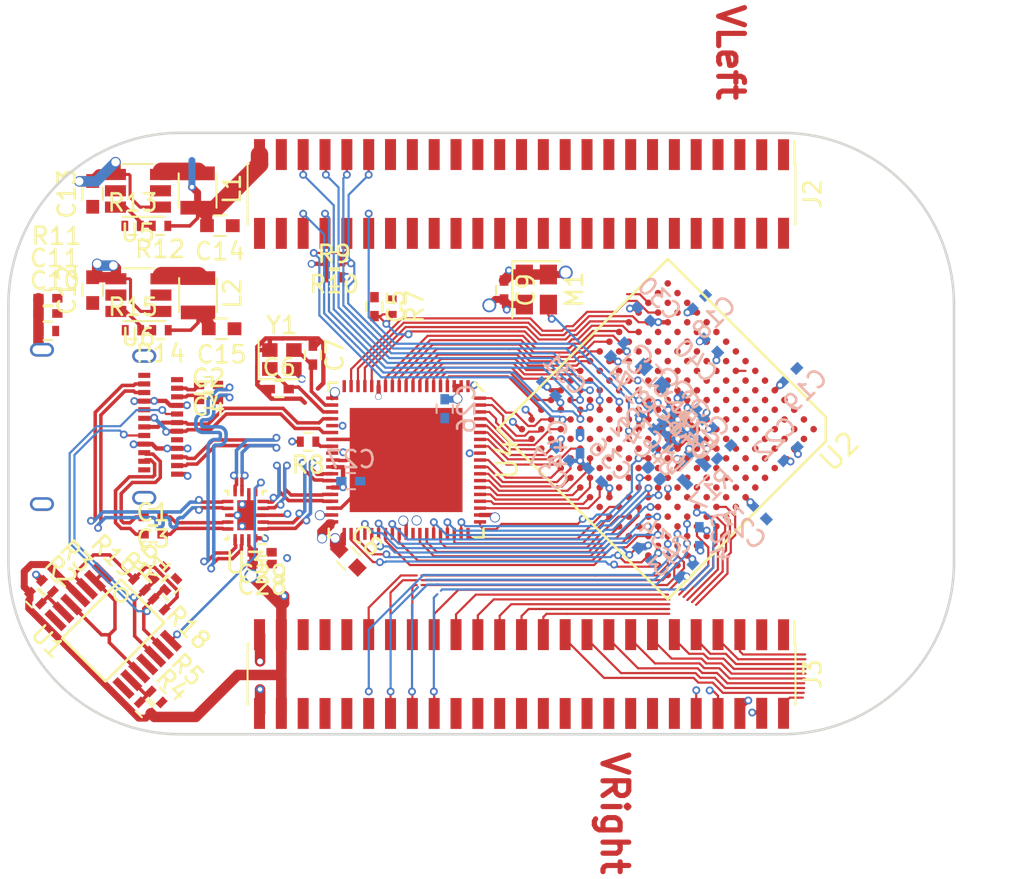
<source format=kicad_pcb>
(kicad_pcb (version 20171130) (host pcbnew 5.0.1)
  (layers (0 F.Cu signal) (1 In1.Cu power) (2 In2.Cu power) (31 B.Cu signal) (34 B.Paste user) (35 F.Paste user) (36 B.SilkS user hide) (37 F.SilkS user hide) (38 B.Mask user) (39 F.Mask user) (44 Edge.Cuts user))
  (net 0 "")
  (net 1 VD10)
  (net 2 Earth)
  (net 3 /USB_Connection/CC2)
  (net 4 "Net-(J1-PadB8)")
  (net 5 "Net-(J1-PadA8)")
  (net 6 /USB_Connection/CC1)
  (net 7 /USB_Connection/Switch)
  (net 8 3v3)
  (net 9 /Bottom_Interface/~TXE)
  (net 10 /Bottom_Interface/~RXF)
  (net 11 /Bottom_Interface/~WR)
  (net 12 /Bottom_Interface/~RD)
  (net 13 /Bottom_Interface/~OE)
  (net 14 /Bottom_Interface/~Wakeup)
  (net 15 "Net-(R8-Pad1)")
  (net 16 /Bottom_Interface/CLK)
  (net 17 /USB_Connection/CCV)
  (net 18 "Net-(R2-Pad2)")
  (net 19 "Net-(R4-Pad2)")
  (net 20 "Net-(U2-PadB1)")
  (net 21 "Net-(U2-PadC1)")
  (net 22 "Net-(U2-PadD1)")
  (net 23 "Net-(U2-PadF1)")
  (net 24 "Net-(U2-PadG1)")
  (net 25 "Net-(U2-PadH1)")
  (net 26 "Net-(U2-PadJ1)")
  (net 27 "Net-(U2-PadK1)")
  (net 28 "Net-(U2-PadL1)")
  (net 29 "Net-(U2-PadM1)")
  (net 30 "Net-(U2-PadB2)")
  (net 31 "Net-(U2-PadC2)")
  (net 32 "Net-(U2-PadD2)")
  (net 33 "Net-(U2-PadE2)")
  (net 34 "Net-(U2-PadF2)")
  (net 35 "Net-(U2-PadG2)")
  (net 36 "Net-(U2-PadH2)")
  (net 37 "Net-(U2-PadJ2)")
  (net 38 "Net-(U2-PadM2)")
  (net 39 "Net-(U2-PadB3)")
  (net 40 "Net-(U2-PadC3)")
  (net 41 "Net-(U2-PadD3)")
  (net 42 "Net-(U2-PadE3)")
  (net 43 "Net-(U2-PadF3)")
  (net 44 "Net-(U2-PadG3)")
  (net 45 "Net-(U2-PadH3)")
  (net 46 "Net-(U2-PadJ3)")
  (net 47 "Net-(U2-PadK3)")
  (net 48 "Net-(U2-PadL3)")
  (net 49 "Net-(U2-PadM3)")
  (net 50 "Net-(U2-PadB4)")
  (net 51 "Net-(U2-PadC4)")
  (net 52 "Net-(U2-PadD4)")
  (net 53 "Net-(U2-PadE4)")
  (net 54 "Net-(U2-PadF4)")
  (net 55 "Net-(U2-PadG4)")
  (net 56 "Net-(U2-PadH4)")
  (net 57 "Net-(U2-PadJ4)")
  (net 58 "Net-(U2-PadK4)")
  (net 59 "Net-(U2-PadL4)")
  (net 60 "Net-(U2-PadM4)")
  (net 61 "Net-(U2-PadA5)")
  (net 62 "Net-(U2-PadB5)")
  (net 63 "Net-(U2-PadC5)")
  (net 64 "Net-(U2-PadD5)")
  (net 65 "Net-(U2-PadE5)")
  (net 66 "Net-(U2-PadF5)")
  (net 67 "Net-(U2-PadG5)")
  (net 68 "Net-(U2-PadH5)")
  (net 69 "Net-(U2-PadJ5)")
  (net 70 "Net-(U2-PadK5)")
  (net 71 "Net-(U2-PadL5)")
  (net 72 "Net-(U2-PadM5)")
  (net 73 "Net-(U2-PadA6)")
  (net 74 "Net-(U2-PadB6)")
  (net 75 "Net-(U2-PadC6)")
  (net 76 "Net-(U2-PadD6)")
  (net 77 "Net-(U2-PadE6)")
  (net 78 "Net-(U2-PadH6)")
  (net 79 "Net-(U2-PadL6)")
  (net 80 "Net-(U2-PadM6)")
  (net 81 "Net-(U2-PadA7)")
  (net 82 "Net-(U2-PadB7)")
  (net 83 "Net-(U2-PadC7)")
  (net 84 "Net-(U2-PadD7)")
  (net 85 "Net-(U2-PadF7)")
  (net 86 "Net-(U2-PadL7)")
  (net 87 "Net-(U2-PadB8)")
  (net 88 "Net-(U2-PadC8)")
  (net 89 "Net-(U2-PadD8)")
  (net 90 "Net-(U2-PadA9)")
  (net 91 "Net-(U2-PadB9)")
  (net 92 "Net-(U2-PadC9)")
  (net 93 "Net-(U2-PadD9)")
  (net 94 "Net-(U2-PadE9)")
  (net 95 "Net-(U2-PadF9)")
  (net 96 "Net-(U2-PadA10)")
  (net 97 "Net-(U2-PadB10)")
  (net 98 "Net-(U2-PadC10)")
  (net 99 "Net-(U2-PadD10)")
  (net 100 "Net-(U2-PadE10)")
  (net 101 "Net-(U2-PadG10)")
  (net 102 "Net-(U2-PadJ10)")
  (net 103 "Net-(U2-PadA11)")
  (net 104 "Net-(U2-PadB11)")
  (net 105 "Net-(U2-PadC11)")
  (net 106 "Net-(U2-PadD11)")
  (net 107 "Net-(U2-PadE11)")
  (net 108 "Net-(U2-PadF11)")
  (net 109 "Net-(U2-PadG11)")
  (net 110 "Net-(U2-PadJ11)")
  (net 111 "Net-(U2-PadB12)")
  (net 112 "Net-(U2-PadC12)")
  (net 113 "Net-(U2-PadD12)")
  (net 114 "Net-(U2-PadH12)")
  (net 115 "Net-(U2-PadJ12)")
  (net 116 "Net-(U2-PadK12)")
  (net 117 "Net-(U2-PadL12)")
  (net 118 "Net-(U2-PadB13)")
  (net 119 "Net-(U2-PadC13)")
  (net 120 "Net-(U2-PadD13)")
  (net 121 "Net-(U2-PadG13)")
  (net 122 "Net-(U2-PadH13)")
  (net 123 "Net-(U2-PadJ13)")
  (net 124 "Net-(U2-PadK13)")
  (net 125 "Net-(U2-PadL13)")
  (net 126 "Net-(U2-PadM13)")
  (net 127 "Net-(U2-PadB14)")
  (net 128 "Net-(U2-PadC14)")
  (net 129 "Net-(U2-PadG14)")
  (net 130 "Net-(U2-PadK14)")
  (net 131 "Net-(U2-PadN14)")
  (net 132 "Net-(U2-PadA15)")
  (net 133 "Net-(U2-PadB15)")
  (net 134 "Net-(U2-PadA16)")
  (net 135 D31)
  (net 136 D26)
  (net 137 D28)
  (net 138 D25)
  (net 139 D23)
  (net 140 D30)
  (net 141 D29)
  (net 142 D19)
  (net 143 D21)
  (net 144 D27)
  (net 145 D24)
  (net 146 D20)
  (net 147 D22)
  (net 148 D16)
  (net 149 D18)
  (net 150 D15)
  (net 151 D17)
  (net 152 D13)
  (net 153 D11)
  (net 154 D12)
  (net 155 D14)
  (net 156 D10)
  (net 157 D3)
  (net 158 D6)
  (net 159 D9)
  (net 160 D1)
  (net 161 D4)
  (net 162 D5)
  (net 163 D7)
  (net 164 D8)
  (net 165 D0)
  (net 166 D2)
  (net 167 /MEM_SDI)
  (net 168 /MEM_SCK)
  (net 169 /MEM_SDO)
  (net 170 /MEM_SS)
  (net 171 /~CRESET)
  (net 172 BE_1)
  (net 173 BE_3)
  (net 174 BE_2)
  (net 175 BE_0)
  (net 176 /Bottom_Interface/50MHz)
  (net 177 /CBSEL_0)
  (net 178 /CBSEL_1)
  (net 179 "Net-(U2-PadP1)")
  (net 180 "Net-(U2-PadR1)")
  (net 181 "Net-(U2-PadN2)")
  (net 182 "Net-(U2-PadP2)")
  (net 183 "Net-(U2-PadN3)")
  (net 184 "Net-(U2-PadN4)")
  (net 185 /USB_Connection/SS_TX2_N)
  (net 186 /USB_Connection/SS_TX1_N)
  (net 187 /USB_Connection/SS_TX2_P)
  (net 188 /USB_Connection/SS_TX1_P)
  (net 189 /USB_Connection/USB_D_P)
  (net 190 /USB_Connection/USB_D_N)
  (net 191 /USB_Connection/SS_RX1_N)
  (net 192 /USB_Connection/SS_RX1_P)
  (net 193 /USB_Connection/SS_RX2_N)
  (net 194 /USB_Connection/SS_RX2_P)
  (net 195 "Net-(U2-PadP9)")
  (net 196 "Net-(U2-PadL10)")
  (net 197 "Net-(U2-PadN10)")
  (net 198 "Net-(U2-PadP10)")
  (net 199 "Net-(U2-PadL11)")
  (net 200 "Net-(U2-PadM11)")
  (net 201 "Net-(U2-PadM12)")
  (net 202 "Net-(U2-PadN12)")
  (net 203 /USB_Connection/SS_TX_N)
  (net 204 /USB_Connection/SS_TX_P)
  (net 205 /USB_Connection/SS_RX_N)
  (net 206 /USB_Connection/SS_RX_P)
  (net 207 "Net-(U2-PadN5)")
  (net 208 "Net-(U2-PadP5)")
  (net 209 "Net-(U2-PadN6)")
  (net 210 "Net-(U2-PadP6)")
  (net 211 "Net-(U2-PadM7)")
  (net 212 "Net-(U2-PadN7)")
  (net 213 "Net-(U2-PadM8)")
  (net 214 "Net-(U2-PadP8)")
  (net 215 "Net-(U2-PadL9)")
  (net 216 "Net-(U2-PadM9)")
  (net 217 "Net-(U2-PadN9)")
  (net 218 "Net-(U2-PadT1)")
  (net 219 "Net-(U2-PadR2)")
  (net 220 "Net-(U2-PadT2)")
  (net 221 "Net-(U2-PadT3)")
  (net 222 "Net-(U2-PadP4)")
  (net 223 "Net-(U2-PadP7)")
  (net 224 "Net-(U2-PadH14)")
  (net 225 "Net-(U2-PadJ14)")
  (net 226 /USB_Connection/T2_N)
  (net 227 /USB_Connection/T1_N)
  (net 228 /USB_Connection/T2_P)
  (net 229 /USB_Connection/T1_P)
  (net 230 /USB_Connection/Xo)
  (net 231 /USB_Connection/Xi)
  (net 232 GND)
  (net 233 USB_V)
  (net 234 "Net-(U2-PadR9)")
  (net 235 "Net-(U2-PadH16)")
  (net 236 "Net-(L1-Pad1)")
  (net 237 "Net-(R12-Pad2)")
  (net 238 "Net-(L2-Pad1)")
  (net 239 "Net-(R14-Pad2)")
  (net 240 1v2)
  (net 241 "Net-(J2-Pad3)")
  (net 242 "Net-(J2-Pad4)")
  (net 243 "Net-(J2-Pad5)")
  (net 244 "Net-(J2-Pad6)")
  (net 245 "Net-(J2-Pad9)")
  (net 246 "Net-(J2-Pad10)")
  (net 247 "Net-(J2-Pad11)")
  (net 248 "Net-(J2-Pad12)")
  (net 249 "Net-(J2-Pad15)")
  (net 250 "Net-(J2-Pad16)")
  (net 251 "Net-(J2-Pad17)")
  (net 252 "Net-(J2-Pad18)")
  (net 253 "Net-(J2-Pad21)")
  (net 254 "Net-(J2-Pad22)")
  (net 255 "Net-(J2-Pad23)")
  (net 256 "Net-(J2-Pad24)")
  (net 257 "Net-(J2-Pad27)")
  (net 258 "Net-(J2-Pad28)")
  (net 259 "Net-(J2-Pad29)")
  (net 260 "Net-(J2-Pad30)")
  (net 261 "Net-(J2-Pad33)")
  (net 262 "Net-(J2-Pad34)")
  (net 263 "Net-(J2-Pad35)")
  (net 264 "Net-(J2-Pad36)")
  (net 265 "Net-(J3-Pad3)")
  (net 266 "Net-(J3-Pad4)")
  (net 267 "Net-(J3-Pad5)")
  (net 268 "Net-(J3-Pad6)")
  (net 269 "Net-(J3-Pad9)")
  (net 270 "Net-(J3-Pad10)")
  (net 271 "Net-(J3-Pad11)")
  (net 272 "Net-(J3-Pad12)")
  (net 273 "Net-(J3-Pad15)")
  (net 274 "Net-(J3-Pad16)")
  (net 275 "Net-(J3-Pad17)")
  (net 276 "Net-(J3-Pad18)")
  (net 277 "Net-(J3-Pad21)")
  (net 278 "Net-(J3-Pad22)")
  (net 279 "Net-(J3-Pad23)")
  (net 280 "Net-(J3-Pad24)")
  (net 281 "Net-(J3-Pad27)")
  (net 282 "Net-(J3-Pad28)")
  (net 283 "Net-(J3-Pad29)")
  (net 284 "Net-(J3-Pad30)")
  (net 285 "Net-(J3-Pad33)")
  (net 286 "Net-(J3-Pad34)")
  (net 287 "Net-(J3-Pad39)")
  (net 288 "Net-(J3-Pad40)")
  (net 289 "Net-(J3-Pad1)")
  (net 290 "Net-(J3-Pad2)")
  (net 291 "Net-(J3-Pad7)")
  (net 292 "Net-(J3-Pad8)")
  (net 293 "Net-(J3-Pad13)")
  (net 294 "Net-(J3-Pad14)")
  (net 295 "Net-(J3-Pad19)")
  (net 296 "Net-(J3-Pad20)")
  (net 297 "Net-(J3-Pad25)")
  (net 298 "Net-(J3-Pad26)")
  (net 299 "Net-(J3-Pad31)")
  (net 300 "Net-(J3-Pad32)")
  (net 301 "Net-(J3-Pad37)")
  (net 302 "Net-(J3-Pad38)")
  (net 303 /Bottom_Interface/~RESET)
  (net 304 "Net-(D1-Pad1)")
  (net 305 /CDONE)
  (net 306 /VLEFT)
  (net 307 "Net-(J3-Pad35)")
  (net 308 "Net-(J3-Pad36)")
  (net 309 "Net-(J3-Pad43)")
  (net 310 "Net-(J3-Pad44)")
  (net 311 /VTOP)
  (net 312 "Net-(R18-Pad2)")
  (net 313 /Bottom_Interface/3A_DET)
  (net 314 /Bottom_Interface/1.5A_DET)
  (net 315 "Net-(C16-Pad1)")
  (net 316 "Net-(C16-Pad2)")
  (net 317 /Bottom_Interface/~SIWU)
  (net 318 /Bottom_Interface/GPIO0)
  (net 319 /Bottom_Interface/GPIO1)
  (net 320 /ho)
  (module Diode_SMD:D_0402_1005Metric (layer B.Cu) (at 158.5595 107.315 135)
    (fp_text reference D1 (at 0 1.17 135) (layer B.SilkS) (effects (justify mirror)))
    (fp_text value D)
    (pad 1 smd roundrect (at -0.485 0 135) (size 0.59 0.64) (layers B.Cu B.Paste B.Mask) (net 304 "Net-(D1-Pad1)"))
    (pad 2 smd roundrect (at 0.485 0 135) (size 0.59 0.64) (layers B.Cu B.Paste B.Mask) (net 8 3v3))
  )
  (module Capacitors_SMD:C_0603 (layer F.Cu) (at 133.4 98.9 180)
    (fp_text reference C15 (at 0 -1.5 180) (layer F.SilkS))
    (fp_text value 22u)
    (pad 2 smd rect (at 0.75 0 180) (size 0.8 0.75) (layers F.Cu F.Paste F.Mask) (net 240 1v2))
    (pad 1 smd rect (at -0.75 0 180) (size 0.8 0.75) (layers F.Cu F.Paste F.Mask) (net 232 GND))
  )
  (module Capacitors_SMD:C_0603 (layer F.Cu) (at 125.9 96.65 90)
    (fp_text reference C12 (at 0 -1.5 90) (layer F.SilkS))
    (fp_text value 22u)
    (pad 2 smd rect (at 0.75 0 90) (size 0.8 0.75) (layers F.Cu F.Paste F.Mask) (net 233 USB_V))
    (pad 1 smd rect (at -0.75 0 90) (size 0.8 0.75) (layers F.Cu F.Paste F.Mask) (net 232 GND))
  )
  (module SMD_Packages:SSOP-14 (layer F.Cu) (at 127.096 116.456 225)
    (fp_text reference U1 (at 3.14309 2.245064 135) (layer F.SilkS))
    (fp_text value MCP6L94)
    (pad 1 smd rect (at -1.9304 2.794 225) (size 0.4318 1.397) (layers F.Cu F.Paste F.Mask) (net 17 /USB_Connection/CCV))
    (pad 2 smd rect (at -1.2954 2.794 225) (size 0.4318 1.397) (layers F.Cu F.Paste F.Mask) (net 17 /USB_Connection/CCV))
    (pad 3 smd rect (at -0.635 2.794 225) (size 0.4318 1.397) (layers F.Cu F.Paste F.Mask) (net 312 "Net-(R18-Pad2)"))
    (pad 4 smd rect (at 0 2.794 225) (size 0.4318 1.397) (layers F.Cu F.Paste F.Mask) (net 8 3v3))
    (pad 5 smd rect (at 0.6604 2.794 225) (size 0.4318 1.397) (layers F.Cu F.Paste F.Mask) (net 17 /USB_Connection/CCV))
    (pad 6 smd rect (at 1.3081 2.794 225) (size 0.4318 1.397) (layers F.Cu F.Paste F.Mask) (net 18 "Net-(R2-Pad2)"))
    (pad 7 smd rect (at 1.9558 2.794 225) (size 0.4318 1.397) (layers F.Cu F.Paste F.Mask) (net 314 /Bottom_Interface/1.5A_DET))
    (pad 8 smd rect (at 1.9558 -2.794 225) (size 0.4318 1.397) (layers F.Cu F.Paste F.Mask) (net 313 /Bottom_Interface/3A_DET))
    (pad 9 smd rect (at 1.3081 -2.794 225) (size 0.4318 1.397) (layers F.Cu F.Paste F.Mask) (net 19 "Net-(R4-Pad2)"))
    (pad 10 smd rect (at 0.6604 -2.794 225) (size 0.4318 1.397) (layers F.Cu F.Paste F.Mask) (net 17 /USB_Connection/CCV))
    (pad 11 smd rect (at 0 -2.794 225) (size 0.4318 1.397) (layers F.Cu F.Paste F.Mask) (net 232 GND))
    (pad 12 smd rect (at -0.6477 -2.794 225) (size 0.4318 1.397) (layers F.Cu F.Paste F.Mask) (net 3 /USB_Connection/CC2))
    (pad 13 smd rect (at -1.2954 -2.794 225) (size 0.4318 1.397) (layers F.Cu F.Paste F.Mask) (net 6 /USB_Connection/CC1))
    (pad 14 smd rect (at -1.9431 -2.794 225) (size 0.4318 1.397) (layers F.Cu F.Paste F.Mask) (net 7 /USB_Connection/Switch))
  )
  (module Crystal:Crystal_SMD_2520-4Pin_2.5x2.0mm (layer F.Cu) (at 151.7086 96.6186 270)
    (fp_text reference M1 (at 0 -2.2 270) (layer F.SilkS))
    (fp_text value CLOCK_EN)
    (pad 4 smd rect (at -0.875 -0.7 270) (size 1.15 1) (layers F.Cu F.Paste F.Mask) (net 8 3v3))
    (pad 3 smd rect (at 0.875 -0.7 270) (size 1.15 1) (layers F.Cu F.Paste F.Mask) (net 176 /Bottom_Interface/50MHz))
    (pad 2 smd rect (at 0.875 0.7 270) (size 1.15 1) (layers F.Cu F.Paste F.Mask) (net 232 GND))
    (pad 1 smd rect (at -0.875 0.7 270) (size 1.15 1) (layers F.Cu F.Paste F.Mask) (net 8 3v3))
  )
  (module Resistors_SMD:R_0402 (layer F.Cu) (at 123.270592 113.878802 135)
    (fp_text reference R3 (at 0.052605 2.409261 135) (layer F.SilkS))
    (fp_text value ?)
    (pad 1 smd rect (at -0.45 0 135) (size 0.4 0.6) (layers F.Cu F.Paste F.Mask) (net 18 "Net-(R2-Pad2)"))
    (pad 2 smd rect (at 0.45 0 135) (size 0.4 0.6) (layers F.Cu F.Paste F.Mask) (net 232 GND))
  )
  (module Package_TO_SOT_SMD:TSOT-23-6 (layer F.Cu) (at 128.534801 90.871001 180)
    (fp_text reference U5 (at 0 -2.45 180) (layer F.SilkS))
    (fp_text value REG_EN_GND_LX_VIN_NC_FB)
    (pad 6 smd rect (at 1.31 -0.95 180) (size 1.22 0.65) (layers F.Cu F.Paste F.Mask) (net 237 "Net-(R12-Pad2)"))
    (pad 5 smd rect (at 1.31 0 180) (size 1.22 0.65) (layers F.Cu F.Paste F.Mask))
    (pad 4 smd rect (at 1.31 0.95 180) (size 1.22 0.65) (layers F.Cu F.Paste F.Mask) (net 233 USB_V))
    (pad 3 smd rect (at -1.31 0.95 180) (size 1.22 0.65) (layers F.Cu F.Paste F.Mask) (net 236 "Net-(L1-Pad1)"))
    (pad 2 smd rect (at -1.31 0 180) (size 1.22 0.65) (layers F.Cu F.Paste F.Mask) (net 232 GND))
    (pad 1 smd rect (at -1.31 -0.95 180) (size 1.22 0.65) (layers F.Cu F.Paste F.Mask) (net 233 USB_V))
  )
  (module Package_TO_SOT_SMD:TSOT-23-6 (layer F.Cu) (at 128.5602 96.9416 180)
    (fp_text reference U6 (at 0 -2.45 180) (layer F.SilkS))
    (fp_text value REG_EN_GND_LX_VIN_NC_FB)
    (pad 6 smd rect (at 1.31 -0.95 180) (size 1.22 0.65) (layers F.Cu F.Paste F.Mask) (net 239 "Net-(R14-Pad2)"))
    (pad 5 smd rect (at 1.31 0 180) (size 1.22 0.65) (layers F.Cu F.Paste F.Mask))
    (pad 4 smd rect (at 1.31 0.95 180) (size 1.22 0.65) (layers F.Cu F.Paste F.Mask) (net 233 USB_V))
    (pad 3 smd rect (at -1.31 0.95 180) (size 1.22 0.65) (layers F.Cu F.Paste F.Mask) (net 238 "Net-(L2-Pad1)"))
    (pad 2 smd rect (at -1.31 0 180) (size 1.22 0.65) (layers F.Cu F.Paste F.Mask) (net 232 GND))
    (pad 1 smd rect (at -1.31 -0.95 180) (size 1.22 0.65) (layers F.Cu F.Paste F.Mask) (net 233 USB_V))
  )
  (module Crystal:Crystal_SMD_2016-4Pin_2.0x1.6mm (layer F.Cu) (at 136.9045 100.6895)
    (fp_text reference Y1 (at 0 -2) (layer F.SilkS))
    (fp_text value 30MHz)
    (pad 4 smd rect (at -0.7 -0.55) (size 0.9 0.8) (layers F.Cu F.Paste F.Mask) (net 232 GND))
    (pad 3 smd rect (at 0.7 -0.55) (size 0.9 0.8) (layers F.Cu F.Paste F.Mask) (net 231 /USB_Connection/Xi))
    (pad 2 smd rect (at 0.7 0.55) (size 0.9 0.8) (layers F.Cu F.Paste F.Mask) (net 232 GND))
    (pad 1 smd rect (at -0.7 0.55) (size 0.9 0.8) (layers F.Cu F.Paste F.Mask) (net 230 /USB_Connection/Xo))
  )
  (module AdoptedTweaked:L_1008 (layer F.Cu) (at 132.0292 96.9518 270)
    (fp_text reference L2 (at -0.1 -2 270) (layer F.SilkS))
    (fp_text value 2.2u)
    (pad 2 smd rect (at 1 0 270) (size 0.8 2) (layers F.Cu F.Paste F.Mask) (net 240 1v2))
    (pad 1 smd rect (at -1 0 270) (size 0.8 2) (layers F.Cu F.Paste F.Mask) (net 238 "Net-(L2-Pad1)"))
  )
  (module AdoptedTweaked:Pin_Header_Straight_2x25_Pitch1.27mm_tight_SMD (layer F.Cu) (at 150.845 118.996 270)
    (fp_text reference J3 (at 0 -16.935 270) (layer F.SilkS))
    (fp_text value Conn_02x25_Odd_Even)
    (pad 1 smd rect (at -2.286 -15.24 270) (size 1.8 0.64) (layers F.Cu F.Paste F.Mask) (net 289 "Net-(J3-Pad1)"))
    (pad 2 smd rect (at 2.286 -15.24 270) (size 1.8 0.64) (layers F.Cu F.Paste F.Mask) (net 290 "Net-(J3-Pad2)"))
    (pad 3 smd rect (at -2.286 -13.97 270) (size 1.8 0.64) (layers F.Cu F.Paste F.Mask) (net 265 "Net-(J3-Pad3)"))
    (pad 4 smd rect (at 2.286 -13.97 270) (size 1.8 0.64) (layers F.Cu F.Paste F.Mask) (net 266 "Net-(J3-Pad4)"))
    (pad 5 smd rect (at -2.294 -12.7 270) (size 1.8 0.64) (layers F.Cu F.Paste F.Mask) (net 267 "Net-(J3-Pad5)"))
    (pad 6 smd rect (at 2.294 -12.7 270) (size 1.8 0.64) (layers F.Cu F.Paste F.Mask) (net 268 "Net-(J3-Pad6)"))
    (pad 7 smd rect (at -2.294 -11.43 270) (size 1.8 0.64) (layers F.Cu F.Paste F.Mask) (net 291 "Net-(J3-Pad7)"))
    (pad 8 smd rect (at 2.294 -11.43 270) (size 1.8 0.64) (layers F.Cu F.Paste F.Mask) (net 292 "Net-(J3-Pad8)"))
    (pad 9 smd rect (at -2.294 -10.16 270) (size 1.8 0.64) (layers F.Cu F.Paste F.Mask) (net 269 "Net-(J3-Pad9)"))
    (pad 10 smd rect (at 2.294 -10.16 270) (size 1.8 0.64) (layers F.Cu F.Paste F.Mask) (net 270 "Net-(J3-Pad10)"))
    (pad 11 smd rect (at -2.294 -8.89 270) (size 1.8 0.64) (layers F.Cu F.Paste F.Mask) (net 271 "Net-(J3-Pad11)"))
    (pad 12 smd rect (at 2.294 -8.89 270) (size 1.8 0.64) (layers F.Cu F.Paste F.Mask) (net 272 "Net-(J3-Pad12)"))
    (pad 13 smd rect (at -2.294 -7.62 270) (size 1.8 0.64) (layers F.Cu F.Paste F.Mask) (net 293 "Net-(J3-Pad13)"))
    (pad 14 smd rect (at 2.294 -7.62 270) (size 1.8 0.64) (layers F.Cu F.Paste F.Mask) (net 294 "Net-(J3-Pad14)"))
    (pad 15 smd rect (at -2.294 -6.35 270) (size 1.8 0.64) (layers F.Cu F.Paste F.Mask) (net 273 "Net-(J3-Pad15)"))
    (pad 16 smd rect (at 2.294 -6.35 270) (size 1.8 0.64) (layers F.Cu F.Paste F.Mask) (net 274 "Net-(J3-Pad16)"))
    (pad 17 smd rect (at -2.294 -5.08 270) (size 1.8 0.64) (layers F.Cu F.Paste F.Mask) (net 275 "Net-(J3-Pad17)"))
    (pad 18 smd rect (at 2.294 -5.08 270) (size 1.8 0.64) (layers F.Cu F.Paste F.Mask) (net 276 "Net-(J3-Pad18)"))
    (pad 19 smd rect (at -2.294 -3.81 270) (size 1.8 0.64) (layers F.Cu F.Paste F.Mask) (net 295 "Net-(J3-Pad19)"))
    (pad 20 smd rect (at 2.294 -3.81 270) (size 1.8 0.64) (layers F.Cu F.Paste F.Mask) (net 296 "Net-(J3-Pad20)"))
    (pad 21 smd rect (at -2.294 -2.54 270) (size 1.8 0.64) (layers F.Cu F.Paste F.Mask) (net 277 "Net-(J3-Pad21)"))
    (pad 22 smd rect (at 2.294 -2.54 270) (size 1.8 0.64) (layers F.Cu F.Paste F.Mask) (net 278 "Net-(J3-Pad22)"))
    (pad 23 smd rect (at -2.294 -1.27 270) (size 1.8 0.64) (layers F.Cu F.Paste F.Mask) (net 279 "Net-(J3-Pad23)"))
    (pad 24 smd rect (at 2.294 -1.27 270) (size 1.8 0.64) (layers F.Cu F.Paste F.Mask) (net 280 "Net-(J3-Pad24)"))
    (pad 25 smd rect (at -2.294 0 270) (size 1.8 0.64) (layers F.Cu F.Paste F.Mask) (net 297 "Net-(J3-Pad25)"))
    (pad 26 smd rect (at 2.294 0 270) (size 1.8 0.64) (layers F.Cu F.Paste F.Mask) (net 298 "Net-(J3-Pad26)"))
    (pad 27 smd rect (at -2.294 1.27 270) (size 1.8 0.64) (layers F.Cu F.Paste F.Mask) (net 281 "Net-(J3-Pad27)"))
    (pad 28 smd rect (at 2.294 1.27 270) (size 1.8 0.64) (layers F.Cu F.Paste F.Mask) (net 282 "Net-(J3-Pad28)"))
    (pad 29 smd rect (at -2.294 2.54 270) (size 1.8 0.64) (layers F.Cu F.Paste F.Mask) (net 283 "Net-(J3-Pad29)"))
    (pad 30 smd rect (at 2.294 2.54 270) (size 1.8 0.64) (layers F.Cu F.Paste F.Mask) (net 284 "Net-(J3-Pad30)"))
    (pad 31 smd rect (at -2.294 3.81 270) (size 1.8 0.64) (layers F.Cu F.Paste F.Mask) (net 299 "Net-(J3-Pad31)"))
    (pad 32 smd rect (at 2.294 3.81 270) (size 1.8 0.64) (layers F.Cu F.Paste F.Mask) (net 300 "Net-(J3-Pad32)"))
    (pad 33 smd rect (at -2.294 5.08 270) (size 1.8 0.64) (layers F.Cu F.Paste F.Mask) (net 285 "Net-(J3-Pad33)"))
    (pad 34 smd rect (at 2.294 5.08 270) (size 1.8 0.64) (layers F.Cu F.Paste F.Mask) (net 286 "Net-(J3-Pad34)"))
    (pad 35 smd rect (at -2.294 6.35 270) (size 1.8 0.64) (layers F.Cu F.Paste F.Mask) (net 307 "Net-(J3-Pad35)"))
    (pad 36 smd rect (at 2.294 6.35 270) (size 1.8 0.64) (layers F.Cu F.Paste F.Mask) (net 308 "Net-(J3-Pad36)"))
    (pad 37 smd rect (at -2.294 7.62 270) (size 1.8 0.64) (layers F.Cu F.Paste F.Mask) (net 301 "Net-(J3-Pad37)"))
    (pad 38 smd rect (at 2.294 7.62 270) (size 1.8 0.64) (layers F.Cu F.Paste F.Mask) (net 302 "Net-(J3-Pad38)"))
    (pad 39 smd rect (at -2.294 8.89 270) (size 1.8 0.64) (layers F.Cu F.Paste F.Mask) (net 287 "Net-(J3-Pad39)"))
    (pad 40 smd rect (at 2.294 8.89 270) (size 1.8 0.64) (layers F.Cu F.Paste F.Mask) (net 288 "Net-(J3-Pad40)"))
    (pad 41 smd rect (at -2.294 10.16 270) (size 1.8 0.64) (layers F.Cu F.Paste F.Mask) (net 232 GND))
    (pad 42 smd rect (at 2.294 10.16 270) (size 1.8 0.64) (layers F.Cu F.Paste F.Mask) (net 232 GND))
    (pad 43 smd rect (at -2.294 11.43 270) (size 1.8 0.64) (layers F.Cu F.Paste F.Mask) (net 309 "Net-(J3-Pad43)"))
    (pad 44 smd rect (at 2.294 11.43 270) (size 1.8 0.64) (layers F.Cu F.Paste F.Mask) (net 310 "Net-(J3-Pad44)"))
    (pad 45 smd rect (at -2.294 12.7 270) (size 1.8 0.64) (layers F.Cu F.Paste F.Mask) (net 311 /VTOP))
    (pad 46 smd rect (at 2.294 12.7 270) (size 1.8 0.64) (layers F.Cu F.Paste F.Mask) (net 311 /VTOP))
    (pad 47 smd rect (at -2.294 13.97 270) (size 1.8 0.64) (layers F.Cu F.Paste F.Mask) (net 8 3v3))
    (pad 48 smd rect (at 2.294 13.97 270) (size 1.8 0.64) (layers F.Cu F.Paste F.Mask) (net 8 3v3))
    (pad 49 smd rect (at -2.294 15.24 270) (size 1.8 0.64) (layers F.Cu F.Paste F.Mask) (net 233 USB_V))
    (pad 50 smd rect (at 2.294 15.24 270) (size 1.8 0.64) (layers F.Cu F.Paste F.Mask) (net 233 USB_V))
  )
  (module Homebrew:caBGA_256_.8p_14x14mm (layer F.Cu) (at 159.351847 104.74508 225)
    (fp_text reference U2 (at -6.144781 -7.983146 45) (layer F.SilkS) (effects (font (size 1.2 1.2))))
    (fp_text value iCE40-HX8K-CT256 hide)
    (pad A1 smd circle (at -6 -6 225) (size 0.381 0.381) (layers F.Cu F.Paste F.Mask) (net 320 /ho))
    (pad B1 smd circle (at -6 -5.2 225) (size 0.381 0.381) (layers F.Cu F.Paste F.Mask) (net 20 "Net-(U2-PadB1)"))
    (pad C1 smd circle (at -6 -4.4 225) (size 0.381 0.381) (layers F.Cu F.Paste F.Mask) (net 21 "Net-(U2-PadC1)"))
    (pad D1 smd circle (at -6 -3.6 225) (size 0.381 0.381) (layers F.Cu F.Paste F.Mask) (net 22 "Net-(U2-PadD1)"))
    (pad E1 smd circle (at -6 -2.8 225) (size 0.381 0.381) (layers F.Cu F.Paste F.Mask) (net 306 /VLEFT))
    (pad F1 smd circle (at -6 -2 225) (size 0.381 0.381) (layers F.Cu F.Paste F.Mask) (net 23 "Net-(U2-PadF1)"))
    (pad G1 smd circle (at -6 -1.2 225) (size 0.381 0.381) (layers F.Cu F.Paste F.Mask) (net 24 "Net-(U2-PadG1)"))
    (pad H1 smd circle (at -6 -0.4 225) (size 0.381 0.381) (layers F.Cu F.Paste F.Mask) (net 25 "Net-(U2-PadH1)"))
    (pad J1 smd circle (at -6 0.4 225) (size 0.381 0.381) (layers F.Cu F.Paste F.Mask) (net 26 "Net-(U2-PadJ1)"))
    (pad K1 smd circle (at -6 1.2 225) (size 0.381 0.381) (layers F.Cu F.Paste F.Mask) (net 27 "Net-(U2-PadK1)"))
    (pad L1 smd circle (at -6 2 225) (size 0.381 0.381) (layers F.Cu F.Paste F.Mask) (net 28 "Net-(U2-PadL1)"))
    (pad M1 smd circle (at -6 2.8 225) (size 0.381 0.381) (layers F.Cu F.Paste F.Mask) (net 29 "Net-(U2-PadM1)"))
    (pad N1 smd circle (at -6 3.6 225) (size 0.381 0.381) (layers F.Cu F.Paste F.Mask) (net 306 /VLEFT))
    (pad P1 smd circle (at -6 4.4 225) (size 0.381 0.381) (layers F.Cu F.Paste F.Mask) (net 179 "Net-(U2-PadP1)"))
    (pad R1 smd circle (at -6 5.2 225) (size 0.381 0.381) (layers F.Cu F.Paste F.Mask) (net 180 "Net-(U2-PadR1)"))
    (pad T1 smd circle (at -6 6 225) (size 0.381 0.381) (layers F.Cu F.Paste F.Mask) (net 218 "Net-(U2-PadT1)"))
    (pad A2 smd circle (at -5.2 -6 225) (size 0.381 0.381) (layers F.Cu F.Paste F.Mask) (net 320 /ho))
    (pad B2 smd circle (at -5.2 -5.2 225) (size 0.381 0.381) (layers F.Cu F.Paste F.Mask) (net 30 "Net-(U2-PadB2)"))
    (pad C2 smd circle (at -5.2 -4.4 225) (size 0.381 0.381) (layers F.Cu F.Paste F.Mask) (net 31 "Net-(U2-PadC2)"))
    (pad D2 smd circle (at -5.2 -3.6 225) (size 0.381 0.381) (layers F.Cu F.Paste F.Mask) (net 32 "Net-(U2-PadD2)"))
    (pad E2 smd circle (at -5.2 -2.8 225) (size 0.381 0.381) (layers F.Cu F.Paste F.Mask) (net 33 "Net-(U2-PadE2)"))
    (pad F2 smd circle (at -5.2 -2 225) (size 0.381 0.381) (layers F.Cu F.Paste F.Mask) (net 34 "Net-(U2-PadF2)"))
    (pad G2 smd circle (at -5.2 -1.2 225) (size 0.381 0.381) (layers F.Cu F.Paste F.Mask) (net 35 "Net-(U2-PadG2)"))
    (pad H2 smd circle (at -5.2 -0.4 225) (size 0.381 0.381) (layers F.Cu F.Paste F.Mask) (net 36 "Net-(U2-PadH2)"))
    (pad J2 smd circle (at -5.2 0.4 225) (size 0.381 0.381) (layers F.Cu F.Paste F.Mask) (net 37 "Net-(U2-PadJ2)"))
    (pad K2 smd circle (at -5.2 1.2 225) (size 0.381 0.381) (layers F.Cu F.Paste F.Mask) (net 232 GND))
    (pad L2 smd circle (at -5.2 2 225) (size 0.381 0.381) (layers F.Cu F.Paste F.Mask) (net 240 1v2))
    (pad M2 smd circle (at -5.2 2.8 225) (size 0.381 0.381) (layers F.Cu F.Paste F.Mask) (net 38 "Net-(U2-PadM2)"))
    (pad N2 smd circle (at -5.2 3.6 225) (size 0.381 0.381) (layers F.Cu F.Paste F.Mask) (net 181 "Net-(U2-PadN2)"))
    (pad P2 smd circle (at -5.2 4.4 225) (size 0.381 0.381) (layers F.Cu F.Paste F.Mask) (net 182 "Net-(U2-PadP2)"))
    (pad R2 smd circle (at -5.2 5.2 225) (size 0.381 0.381) (layers F.Cu F.Paste F.Mask) (net 219 "Net-(U2-PadR2)"))
    (pad T2 smd circle (at -5.2 6 225) (size 0.381 0.381) (layers F.Cu F.Paste F.Mask) (net 220 "Net-(U2-PadT2)"))
    (pad A3 smd circle (at -4.4 -6 225) (size 0.381 0.381) (layers F.Cu F.Paste F.Mask) (net 311 /VTOP))
    (pad B3 smd circle (at -4.4 -5.2 225) (size 0.381 0.381) (layers F.Cu F.Paste F.Mask) (net 39 "Net-(U2-PadB3)"))
    (pad C3 smd circle (at -4.4 -4.4 225) (size 0.381 0.381) (layers F.Cu F.Paste F.Mask) (net 40 "Net-(U2-PadC3)"))
    (pad D3 smd circle (at -4.4 -3.6 225) (size 0.381 0.381) (layers F.Cu F.Paste F.Mask) (net 41 "Net-(U2-PadD3)"))
    (pad E3 smd circle (at -4.4 -2.8 225) (size 0.381 0.381) (layers F.Cu F.Paste F.Mask) (net 42 "Net-(U2-PadE3)"))
    (pad F3 smd circle (at -4.4 -2 225) (size 0.381 0.381) (layers F.Cu F.Paste F.Mask) (net 43 "Net-(U2-PadF3)"))
    (pad G3 smd circle (at -4.4 -1.2 225) (size 0.381 0.381) (layers F.Cu F.Paste F.Mask) (net 44 "Net-(U2-PadG3)"))
    (pad H3 smd circle (at -4.4 -0.4 225) (size 0.381 0.381) (layers F.Cu F.Paste F.Mask) (net 45 "Net-(U2-PadH3)"))
    (pad J3 smd circle (at -4.4 0.4 225) (size 0.381 0.381) (layers F.Cu F.Paste F.Mask) (net 46 "Net-(U2-PadJ3)"))
    (pad K3 smd circle (at -4.4 1.2 225) (size 0.381 0.381) (layers F.Cu F.Paste F.Mask) (net 47 "Net-(U2-PadK3)"))
    (pad L3 smd circle (at -4.4 2 225) (size 0.381 0.381) (layers F.Cu F.Paste F.Mask) (net 48 "Net-(U2-PadL3)"))
    (pad M3 smd circle (at -4.4 2.8 225) (size 0.381 0.381) (layers F.Cu F.Paste F.Mask) (net 49 "Net-(U2-PadM3)"))
    (pad N3 smd circle (at -4.4 3.6 225) (size 0.381 0.381) (layers F.Cu F.Paste F.Mask) (net 183 "Net-(U2-PadN3)"))
    (pad P3 smd circle (at -4.4 4.4 225) (size 0.381 0.381) (layers F.Cu F.Paste F.Mask) (net 8 3v3))
    (pad R3 smd circle (at -4.4 5.2 225) (size 0.381 0.381) (layers F.Cu F.Paste F.Mask) (net 319 /Bottom_Interface/GPIO1))
    (pad T3 smd circle (at -4.4 6 225) (size 0.381 0.381) (layers F.Cu F.Paste F.Mask) (net 221 "Net-(U2-PadT3)"))
    (pad A4 smd circle (at -3.6 -6 225) (size 0.381 0.381) (layers F.Cu F.Paste F.Mask) (net 232 GND))
    (pad B4 smd circle (at -3.6 -5.2 225) (size 0.381 0.381) (layers F.Cu F.Paste F.Mask) (net 50 "Net-(U2-PadB4)"))
    (pad C4 smd circle (at -3.6 -4.4 225) (size 0.381 0.381) (layers F.Cu F.Paste F.Mask) (net 51 "Net-(U2-PadC4)"))
    (pad D4 smd circle (at -3.6 -3.6 225) (size 0.381 0.381) (layers F.Cu F.Paste F.Mask) (net 52 "Net-(U2-PadD4)"))
    (pad E4 smd circle (at -3.599999 -2.8 225) (size 0.381 0.381) (layers F.Cu F.Paste F.Mask) (net 53 "Net-(U2-PadE4)"))
    (pad F4 smd circle (at -3.6 -2 225) (size 0.381 0.381) (layers F.Cu F.Paste F.Mask) (net 54 "Net-(U2-PadF4)"))
    (pad G4 smd circle (at -3.6 -1.200001 225) (size 0.381 0.381) (layers F.Cu F.Paste F.Mask) (net 55 "Net-(U2-PadG4)"))
    (pad H4 smd circle (at -3.6 -0.4 225) (size 0.381 0.381) (layers F.Cu F.Paste F.Mask) (net 56 "Net-(U2-PadH4)"))
    (pad J4 smd circle (at -3.6 0.4 225) (size 0.381 0.381) (layers F.Cu F.Paste F.Mask) (net 57 "Net-(U2-PadJ4)"))
    (pad K4 smd circle (at -3.6 1.200001 225) (size 0.381 0.381) (layers F.Cu F.Paste F.Mask) (net 58 "Net-(U2-PadK4)"))
    (pad L4 smd circle (at -3.6 2 225) (size 0.381 0.381) (layers F.Cu F.Paste F.Mask) (net 59 "Net-(U2-PadL4)"))
    (pad M4 smd circle (at -3.599999 2.8 225) (size 0.381 0.381) (layers F.Cu F.Paste F.Mask) (net 60 "Net-(U2-PadM4)"))
    (pad N4 smd circle (at -3.6 3.6 225) (size 0.381 0.381) (layers F.Cu F.Paste F.Mask) (net 184 "Net-(U2-PadN4)"))
    (pad P4 smd circle (at -3.6 4.4 225) (size 0.381 0.381) (layers F.Cu F.Paste F.Mask) (net 222 "Net-(U2-PadP4)"))
    (pad R4 smd circle (at -3.6 5.2 225) (size 0.381 0.381) (layers F.Cu F.Paste F.Mask) (net 318 /Bottom_Interface/GPIO0))
    (pad T4 smd circle (at -3.6 6 225) (size 0.381 0.381) (layers F.Cu F.Paste F.Mask) (net 232 GND))
    (pad A5 smd circle (at -2.8 -6 225) (size 0.381 0.381) (layers F.Cu F.Paste F.Mask) (net 61 "Net-(U2-PadA5)"))
    (pad B5 smd circle (at -2.8 -5.2 225) (size 0.381 0.381) (layers F.Cu F.Paste F.Mask) (net 62 "Net-(U2-PadB5)"))
    (pad C5 smd circle (at -2.8 -4.4 225) (size 0.381 0.381) (layers F.Cu F.Paste F.Mask) (net 63 "Net-(U2-PadC5)"))
    (pad D5 smd circle (at -2.8 -3.599999 225) (size 0.381 0.381) (layers F.Cu F.Paste F.Mask) (net 64 "Net-(U2-PadD5)"))
    (pad E5 smd circle (at -2.8 -2.8 225) (size 0.381 0.381) (layers F.Cu F.Paste F.Mask) (net 65 "Net-(U2-PadE5)"))
    (pad F5 smd circle (at -2.8 -2.000001 225) (size 0.381 0.381) (layers F.Cu F.Paste F.Mask) (net 66 "Net-(U2-PadF5)"))
    (pad G5 smd circle (at -2.8 -1.2 225) (size 0.381 0.381) (layers F.Cu F.Paste F.Mask) (net 67 "Net-(U2-PadG5)"))
    (pad H5 smd circle (at -2.8 -0.4 225) (size 0.381 0.381) (layers F.Cu F.Paste F.Mask) (net 68 "Net-(U2-PadH5)"))
    (pad J5 smd circle (at -2.8 0.4 225) (size 0.381 0.381) (layers F.Cu F.Paste F.Mask) (net 69 "Net-(U2-PadJ5)"))
    (pad K5 smd circle (at -2.8 1.2 225) (size 0.381 0.381) (layers F.Cu F.Paste F.Mask) (net 70 "Net-(U2-PadK5)"))
    (pad L5 smd circle (at -2.8 2.000001 225) (size 0.381 0.381) (layers F.Cu F.Paste F.Mask) (net 71 "Net-(U2-PadL5)"))
    (pad M5 smd circle (at -2.8 2.8 225) (size 0.381 0.381) (layers F.Cu F.Paste F.Mask) (net 72 "Net-(U2-PadM5)"))
    (pad N5 smd circle (at -2.8 3.599999 225) (size 0.381 0.381) (layers F.Cu F.Paste F.Mask) (net 207 "Net-(U2-PadN5)"))
    (pad P5 smd circle (at -2.8 4.4 225) (size 0.381 0.381) (layers F.Cu F.Paste F.Mask) (net 208 "Net-(U2-PadP5)"))
    (pad R5 smd circle (at -2.8 5.2 225) (size 0.381 0.381) (layers F.Cu F.Paste F.Mask) (net 303 /Bottom_Interface/~RESET))
    (pad T5 smd circle (at -2.8 6 225) (size 0.381 0.381) (layers F.Cu F.Paste F.Mask) (net 14 /Bottom_Interface/~Wakeup))
    (pad A6 smd circle (at -2 -6 225) (size 0.381 0.381) (layers F.Cu F.Paste F.Mask) (net 73 "Net-(U2-PadA6)"))
    (pad B6 smd circle (at -2 -5.2 225) (size 0.381 0.381) (layers F.Cu F.Paste F.Mask) (net 74 "Net-(U2-PadB6)"))
    (pad C6 smd circle (at -2 -4.4 225) (size 0.381 0.381) (layers F.Cu F.Paste F.Mask) (net 75 "Net-(U2-PadC6)"))
    (pad D6 smd circle (at -2 -3.6 225) (size 0.381 0.381) (layers F.Cu F.Paste F.Mask) (net 76 "Net-(U2-PadD6)"))
    (pad E6 smd circle (at -2.000001 -2.8 225) (size 0.381 0.381) (layers F.Cu F.Paste F.Mask) (net 77 "Net-(U2-PadE6)"))
    (pad F6 smd circle (at -2 -2 225) (size 0.381 0.381) (layers F.Cu F.Paste F.Mask) (net 240 1v2))
    (pad G6 smd circle (at -2 -1.200001 225) (size 0.381 0.381) (layers F.Cu F.Paste F.Mask) (net 306 /VLEFT))
    (pad H6 smd circle (at -2 -0.4 225) (size 0.381 0.381) (layers F.Cu F.Paste F.Mask) (net 78 "Net-(U2-PadH6)"))
    (pad J6 smd circle (at -2 0.4 225) (size 0.381 0.381) (layers F.Cu F.Paste F.Mask) (net 306 /VLEFT))
    (pad K6 smd circle (at -2 1.200001 225) (size 0.381 0.381) (layers F.Cu F.Paste F.Mask) (net 240 1v2))
    (pad L6 smd circle (at -2 2 225) (size 0.381 0.381) (layers F.Cu F.Paste F.Mask) (net 79 "Net-(U2-PadL6)"))
    (pad M6 smd circle (at -2.000001 2.8 225) (size 0.381 0.381) (layers F.Cu F.Paste F.Mask) (net 80 "Net-(U2-PadM6)"))
    (pad N6 smd circle (at -2 3.6 225) (size 0.381 0.381) (layers F.Cu F.Paste F.Mask) (net 209 "Net-(U2-PadN6)"))
    (pad P6 smd circle (at -2 4.4 225) (size 0.381 0.381) (layers F.Cu F.Paste F.Mask) (net 210 "Net-(U2-PadP6)"))
    (pad R6 smd circle (at -2 5.2 225) (size 0.381 0.381) (layers F.Cu F.Paste F.Mask) (net 12 /Bottom_Interface/~RD))
    (pad T6 smd circle (at -2 6 225) (size 0.381 0.381) (layers F.Cu F.Paste F.Mask) (net 13 /Bottom_Interface/~OE))
    (pad A7 smd circle (at -1.2 -6 225) (size 0.381 0.381) (layers F.Cu F.Paste F.Mask) (net 81 "Net-(U2-PadA7)"))
    (pad B7 smd circle (at -1.2 -5.2 225) (size 0.381 0.381) (layers F.Cu F.Paste F.Mask) (net 82 "Net-(U2-PadB7)"))
    (pad C7 smd circle (at -1.2 -4.4 225) (size 0.381 0.381) (layers F.Cu F.Paste F.Mask) (net 83 "Net-(U2-PadC7)"))
    (pad D7 smd circle (at -1.200001 -3.6 225) (size 0.381 0.381) (layers F.Cu F.Paste F.Mask) (net 84 "Net-(U2-PadD7)"))
    (pad E7 smd circle (at -1.2 -2.8 225) (size 0.381 0.381) (layers F.Cu F.Paste F.Mask) (net 315 "Net-(C16-Pad1)"))
    (pad F7 smd circle (at -1.200001 -2 225) (size 0.381 0.381) (layers F.Cu F.Paste F.Mask) (net 85 "Net-(U2-PadF7)"))
    (pad G7 smd circle (at -1.2 -1.2 225) (size 0.381 0.381) (layers F.Cu F.Paste F.Mask) (net 232 GND))
    (pad H7 smd circle (at -1.2 -0.4 225) (size 0.381 0.381) (layers F.Cu F.Paste F.Mask) (net 232 GND))
    (pad J7 smd circle (at -1.2 0.4 225) (size 0.381 0.381) (layers F.Cu F.Paste F.Mask) (net 232 GND))
    (pad K7 smd circle (at -1.2 1.2 225) (size 0.381 0.381) (layers F.Cu F.Paste F.Mask) (net 232 GND))
    (pad L7 smd circle (at -1.200001 2 225) (size 0.381 0.381) (layers F.Cu F.Paste F.Mask) (net 86 "Net-(U2-PadL7)"))
    (pad M7 smd circle (at -1.2 2.8 225) (size 0.381 0.381) (layers F.Cu F.Paste F.Mask) (net 211 "Net-(U2-PadM7)"))
    (pad N7 smd circle (at -1.200001 3.6 225) (size 0.381 0.381) (layers F.Cu F.Paste F.Mask) (net 212 "Net-(U2-PadN7)"))
    (pad P7 smd circle (at -1.2 4.4 225) (size 0.381 0.381) (layers F.Cu F.Paste F.Mask) (net 223 "Net-(U2-PadP7)"))
    (pad R7 smd circle (at -1.2 5.2 225) (size 0.381 0.381) (layers F.Cu F.Paste F.Mask) (net 232 GND))
    (pad T7 smd circle (at -1.2 6 225) (size 0.381 0.381) (layers F.Cu F.Paste F.Mask) (net 11 /Bottom_Interface/~WR))
    (pad A8 smd circle (at -0.4 -6 225) (size 0.381 0.381) (layers F.Cu F.Paste F.Mask) (net 311 /VTOP))
    (pad B8 smd circle (at -0.4 -5.2 225) (size 0.381 0.381) (layers F.Cu F.Paste F.Mask) (net 87 "Net-(U2-PadB8)"))
    (pad C8 smd circle (at -0.4 -4.4 225) (size 0.381 0.381) (layers F.Cu F.Paste F.Mask) (net 88 "Net-(U2-PadC8)"))
    (pad D8 smd circle (at -0.4 -3.6 225) (size 0.381 0.381) (layers F.Cu F.Paste F.Mask) (net 89 "Net-(U2-PadD8)"))
    (pad E8 smd circle (at -0.4 -2.8 225) (size 0.381 0.381) (layers F.Cu F.Paste F.Mask) (net 316 "Net-(C16-Pad2)"))
    (pad F8 smd circle (at -0.4 -2 225) (size 0.381 0.381) (layers F.Cu F.Paste F.Mask) (net 311 /VTOP))
    (pad G8 smd circle (at -0.4 -1.2 225) (size 0.381 0.381) (layers F.Cu F.Paste F.Mask) (net 232 GND))
    (pad H8 smd circle (at -0.4 -0.4 225) (size 0.381 0.381) (layers F.Cu F.Paste F.Mask) (net 232 GND))
    (pad J8 smd circle (at -0.4 0.4 225) (size 0.381 0.381) (layers F.Cu F.Paste F.Mask) (net 232 GND))
    (pad K8 smd circle (at -0.4 1.2 225) (size 0.381 0.381) (layers F.Cu F.Paste F.Mask) (net 8 3v3))
    (pad L8 smd circle (at -0.4 2 225) (size 0.381 0.381) (layers F.Cu F.Paste F.Mask) (net 316 "Net-(C16-Pad2)"))
    (pad M8 smd circle (at -0.4 2.8 225) (size 0.381 0.381) (layers F.Cu F.Paste F.Mask) (net 213 "Net-(U2-PadM8)"))
    (pad N8 smd circle (at -0.4 3.6 225) (size 0.381 0.381) (layers F.Cu F.Paste F.Mask) (net 315 "Net-(C16-Pad1)"))
    (pad P8 smd circle (at -0.4 4.4 225) (size 0.381 0.381) (layers F.Cu F.Paste F.Mask) (net 214 "Net-(U2-PadP8)"))
    (pad R8 smd circle (at -0.4 5.2 225) (size 0.381 0.381) (layers F.Cu F.Paste F.Mask) (net 8 3v3))
    (pad T8 smd circle (at -0.4 6 225) (size 0.381 0.381) (layers F.Cu F.Paste F.Mask) (net 317 /Bottom_Interface/~SIWU))
    (pad A9 smd circle (at 0.4 -6 225) (size 0.381 0.381) (layers F.Cu F.Paste F.Mask) (net 90 "Net-(U2-PadA9)"))
    (pad B9 smd circle (at 0.4 -5.2 225) (size 0.381 0.381) (layers F.Cu F.Paste F.Mask) (net 91 "Net-(U2-PadB9)"))
    (pad C9 smd circle (at 0.4 -4.4 225) (size 0.381 0.381) (layers F.Cu F.Paste F.Mask) (net 92 "Net-(U2-PadC9)"))
    (pad D9 smd circle (at 0.4 -3.6 225) (size 0.381 0.381) (layers F.Cu F.Paste F.Mask) (net 93 "Net-(U2-PadD9)"))
    (pad E9 smd circle (at 0.4 -2.8 225) (size 0.381 0.381) (layers F.Cu F.Paste F.Mask) (net 94 "Net-(U2-PadE9)"))
    (pad F9 smd circle (at 0.4 -2 225) (size 0.381 0.381) (layers F.Cu F.Paste F.Mask) (net 95 "Net-(U2-PadF9)"))
    (pad G9 smd circle (at 0.4 -1.2 225) (size 0.381 0.381) (layers F.Cu F.Paste F.Mask) (net 232 GND))
    (pad H9 smd circle (at 0.4 -0.4 225) (size 0.381 0.381) (layers F.Cu F.Paste F.Mask) (net 232 GND))
    (pad J9 smd circle (at 0.4 0.4 225) (size 0.381 0.381) (layers F.Cu F.Paste F.Mask) (net 232 GND))
    (pad K9 smd circle (at 0.4 1.2 225) (size 0.381 0.381) (layers F.Cu F.Paste F.Mask) (net 176 /Bottom_Interface/50MHz))
    (pad L9 smd circle (at 0.4 2 225) (size 0.381 0.381) (layers F.Cu F.Paste F.Mask) (net 215 "Net-(U2-PadL9)"))
    (pad M9 smd circle (at 0.4 2.8 225) (size 0.381 0.381) (layers F.Cu F.Paste F.Mask) (net 216 "Net-(U2-PadM9)"))
    (pad N9 smd circle (at 0.4 3.6 225) (size 0.381 0.381) (layers F.Cu F.Paste F.Mask) (net 217 "Net-(U2-PadN9)"))
    (pad P9 smd circle (at 0.4 4.4 225) (size 0.381 0.381) (layers F.Cu F.Paste F.Mask) (net 195 "Net-(U2-PadP9)"))
    (pad R9 smd circle (at 0.4 5.2 225) (size 0.381 0.381) (layers F.Cu F.Paste F.Mask) (net 234 "Net-(U2-PadR9)"))
    (pad T9 smd circle (at 0.4 6 225) (size 0.381 0.381) (layers F.Cu F.Paste F.Mask) (net 10 /Bottom_Interface/~RXF))
    (pad A10 smd circle (at 1.2 -6 225) (size 0.381 0.381) (layers F.Cu F.Paste F.Mask) (net 96 "Net-(U2-PadA10)"))
    (pad B10 smd circle (at 1.2 -5.2 225) (size 0.381 0.381) (layers F.Cu F.Paste F.Mask) (net 97 "Net-(U2-PadB10)"))
    (pad C10 smd circle (at 1.2 -4.4 225) (size 0.381 0.381) (layers F.Cu F.Paste F.Mask) (net 98 "Net-(U2-PadC10)"))
    (pad D10 smd circle (at 1.200001 -3.6 225) (size 0.381 0.381) (layers F.Cu F.Paste F.Mask) (net 99 "Net-(U2-PadD10)"))
    (pad E10 smd circle (at 1.2 -2.8 225) (size 0.381 0.381) (layers F.Cu F.Paste F.Mask) (net 100 "Net-(U2-PadE10)"))
    (pad F10 smd circle (at 1.200001 -2 225) (size 0.381 0.381) (layers F.Cu F.Paste F.Mask) (net 240 1v2))
    (pad G10 smd circle (at 1.2 -1.2 225) (size 0.381 0.381) (layers F.Cu F.Paste F.Mask) (net 101 "Net-(U2-PadG10)"))
    (pad H10 smd circle (at 1.2 -0.4 225) (size 0.381 0.381) (layers F.Cu F.Paste F.Mask) (net 8 3v3))
    (pad J10 smd circle (at 1.2 0.4 225) (size 0.381 0.381) (layers F.Cu F.Paste F.Mask) (net 102 "Net-(U2-PadJ10)"))
    (pad K10 smd circle (at 1.2 1.2 225) (size 0.381 0.381) (layers F.Cu F.Paste F.Mask) (net 240 1v2))
    (pad L10 smd circle (at 1.200001 2 225) (size 0.381 0.381) (layers F.Cu F.Paste F.Mask) (net 196 "Net-(U2-PadL10)"))
    (pad M10 smd circle (at 1.2 2.8 225) (size 0.381 0.381) (layers F.Cu F.Paste F.Mask) (net 305 /CDONE))
    (pad N10 smd circle (at 1.200001 3.6 225) (size 0.381 0.381) (layers F.Cu F.Paste F.Mask) (net 197 "Net-(U2-PadN10)"))
    (pad P10 smd circle (at 1.2 4.4 225) (size 0.381 0.381) (layers F.Cu F.Paste F.Mask) (net 198 "Net-(U2-PadP10)"))
    (pad R10 smd circle (at 1.2 5.2 225) (size 0.381 0.381) (layers F.Cu F.Paste F.Mask) (net 173 BE_3))
    (pad T10 smd circle (at 1.2 6 225) (size 0.381 0.381) (layers F.Cu F.Paste F.Mask) (net 9 /Bottom_Interface/~TXE))
    (pad A11 smd circle (at 2 -6 225) (size 0.381 0.381) (layers F.Cu F.Paste F.Mask) (net 103 "Net-(U2-PadA11)"))
    (pad B11 smd circle (at 2 -5.2 225) (size 0.381 0.381) (layers F.Cu F.Paste F.Mask) (net 104 "Net-(U2-PadB11)"))
    (pad C11 smd circle (at 2 -4.4 225) (size 0.381 0.381) (layers F.Cu F.Paste F.Mask) (net 105 "Net-(U2-PadC11)"))
    (pad D11 smd circle (at 2 -3.6 225) (size 0.381 0.381) (layers F.Cu F.Paste F.Mask) (net 106 "Net-(U2-PadD11)"))
    (pad E11 smd circle (at 2.000001 -2.8 225) (size 0.381 0.381) (layers F.Cu F.Paste F.Mask) (net 107 "Net-(U2-PadE11)"))
    (pad F11 smd circle (at 2 -2 225) (size 0.381 0.381) (layers F.Cu F.Paste F.Mask) (net 108 "Net-(U2-PadF11)"))
    (pad G11 smd circle (at 2 -1.200001 225) (size 0.381 0.381) (layers F.Cu F.Paste F.Mask) (net 109 "Net-(U2-PadG11)"))
    (pad H11 smd circle (at 2 -0.4 225) (size 0.381 0.381) (layers F.Cu F.Paste F.Mask) (net 16 /Bottom_Interface/CLK))
    (pad J11 smd circle (at 2 0.4 225) (size 0.381 0.381) (layers F.Cu F.Paste F.Mask) (net 110 "Net-(U2-PadJ11)"))
    (pad K11 smd circle (at 2 1.200001 225) (size 0.381 0.381) (layers F.Cu F.Paste F.Mask) (net 177 /CBSEL_0))
    (pad L11 smd circle (at 2 2 225) (size 0.381 0.381) (layers F.Cu F.Paste F.Mask) (net 199 "Net-(U2-PadL11)"))
    (pad M11 smd circle (at 2.000001 2.8 225) (size 0.381 0.381) (layers F.Cu F.Paste F.Mask) (net 200 "Net-(U2-PadM11)"))
    (pad N11 smd circle (at 2 3.6 225) (size 0.381 0.381) (layers F.Cu F.Paste F.Mask) (net 171 /~CRESET))
    (pad P11 smd circle (at 2 4.4 225) (size 0.381 0.381) (layers F.Cu F.Paste F.Mask) (net 167 /MEM_SDI))
    (pad R11 smd circle (at 2 5.2 225) (size 0.381 0.381) (layers F.Cu F.Paste F.Mask) (net 168 /MEM_SCK))
    (pad T11 smd circle (at 2 6 225) (size 0.381 0.381) (layers F.Cu F.Paste F.Mask) (net 174 BE_2))
    (pad A12 smd circle (at 2.8 -6 225) (size 0.381 0.381) (layers F.Cu F.Paste F.Mask) (net 232 GND))
    (pad B12 smd circle (at 2.8 -5.2 225) (size 0.381 0.381) (layers F.Cu F.Paste F.Mask) (net 111 "Net-(U2-PadB12)"))
    (pad C12 smd circle (at 2.8 -4.4 225) (size 0.381 0.381) (layers F.Cu F.Paste F.Mask) (net 112 "Net-(U2-PadC12)"))
    (pad D12 smd circle (at 2.8 -3.599999 225) (size 0.381 0.381) (layers F.Cu F.Paste F.Mask) (net 113 "Net-(U2-PadD12)"))
    (pad E12 smd circle (at 2.8 -2.8 225) (size 0.381 0.381) (layers F.Cu F.Paste F.Mask) (net 304 "Net-(D1-Pad1)"))
    (pad F12 smd circle (at 2.8 -2.000001 225) (size 0.381 0.381) (layers F.Cu F.Paste F.Mask) (net 156 D10))
    (pad G12 smd circle (at 2.8 -1.2 225) (size 0.381 0.381) (layers F.Cu F.Paste F.Mask) (net 155 D14))
    (pad H12 smd circle (at 2.8 -0.4 225) (size 0.381 0.381) (layers F.Cu F.Paste F.Mask) (net 114 "Net-(U2-PadH12)"))
    (pad J12 smd circle (at 2.8 0.4 225) (size 0.381 0.381) (layers F.Cu F.Paste F.Mask) (net 115 "Net-(U2-PadJ12)"))
    (pad K12 smd circle (at 2.8 1.2 225) (size 0.381 0.381) (layers F.Cu F.Paste F.Mask) (net 116 "Net-(U2-PadK12)"))
    (pad L12 smd circle (at 2.8 2.000001 225) (size 0.381 0.381) (layers F.Cu F.Paste F.Mask) (net 117 "Net-(U2-PadL12)"))
    (pad M12 smd circle (at 2.8 2.8 225) (size 0.381 0.381) (layers F.Cu F.Paste F.Mask) (net 201 "Net-(U2-PadM12)"))
    (pad N12 smd circle (at 2.8 3.599999 225) (size 0.381 0.381) (layers F.Cu F.Paste F.Mask) (net 202 "Net-(U2-PadN12)"))
    (pad P12 smd circle (at 2.8 4.4 225) (size 0.381 0.381) (layers F.Cu F.Paste F.Mask) (net 169 /MEM_SDO))
    (pad R12 smd circle (at 2.8 5.2 225) (size 0.381 0.381) (layers F.Cu F.Paste F.Mask) (net 170 /MEM_SS))
    (pad T12 smd circle (at 2.8 6 225) (size 0.381 0.381) (layers F.Cu F.Paste F.Mask) (net 232 GND))
    (pad A13 smd circle (at 3.6 -6 225) (size 0.381 0.381) (layers F.Cu F.Paste F.Mask) (net 311 /VTOP))
    (pad B13 smd circle (at 3.6 -5.2 225) (size 0.381 0.381) (layers F.Cu F.Paste F.Mask) (net 118 "Net-(U2-PadB13)"))
    (pad C13 smd circle (at 3.6 -4.4 225) (size 0.381 0.381) (layers F.Cu F.Paste F.Mask) (net 119 "Net-(U2-PadC13)"))
    (pad D13 smd circle (at 3.6 -3.6 225) (size 0.381 0.381) (layers F.Cu F.Paste F.Mask) (net 120 "Net-(U2-PadD13)"))
    (pad E13 smd circle (at 3.599999 -2.8 225) (size 0.381 0.381) (layers F.Cu F.Paste F.Mask) (net 158 D6))
    (pad F13 smd circle (at 3.6 -2 225) (size 0.381 0.381) (layers F.Cu F.Paste F.Mask) (net 154 D12))
    (pad G13 smd circle (at 3.6 -1.200001 225) (size 0.381 0.381) (layers F.Cu F.Paste F.Mask) (net 121 "Net-(U2-PadG13)"))
    (pad H13 smd circle (at 3.6 -0.4 225) (size 0.381 0.381) (layers F.Cu F.Paste F.Mask) (net 122 "Net-(U2-PadH13)"))
    (pad J13 smd circle (at 3.6 0.4 225) (size 0.381 0.381) (layers F.Cu F.Paste F.Mask) (net 123 "Net-(U2-PadJ13)"))
    (pad K13 smd circle (at 3.6 1.200001 225) (size 0.381 0.381) (layers F.Cu F.Paste F.Mask) (net 124 "Net-(U2-PadK13)"))
    (pad L13 smd circle (at 3.6 2 225) (size 0.381 0.381) (layers F.Cu F.Paste F.Mask) (net 125 "Net-(U2-PadL13)"))
    (pad M13 smd circle (at 3.599999 2.8 225) (size 0.381 0.381) (layers F.Cu F.Paste F.Mask) (net 126 "Net-(U2-PadM13)"))
    (pad N13 smd circle (at 3.6 3.6 225) (size 0.381 0.381) (layers F.Cu F.Paste F.Mask) (net 8 3v3))
    (pad P13 smd circle (at 3.6 4.4 225) (size 0.381 0.381) (layers F.Cu F.Paste F.Mask) (net 178 /CBSEL_1))
    (pad R13 smd circle (at 3.6 5.2 225) (size 0.381 0.381) (layers F.Cu F.Paste F.Mask) (net 8 3v3))
    (pad T13 smd circle (at 3.6 6 225) (size 0.381 0.381) (layers F.Cu F.Paste F.Mask) (net 172 BE_1))
    (pad A14 smd circle (at 4.4 -6 225) (size 0.381 0.381) (layers F.Cu F.Paste F.Mask) (net 240 1v2))
    (pad B14 smd circle (at 4.4 -5.2 225) (size 0.381 0.381) (layers F.Cu F.Paste F.Mask) (net 127 "Net-(U2-PadB14)"))
    (pad C14 smd circle (at 4.4 -4.4 225) (size 0.381 0.381) (layers F.Cu F.Paste F.Mask) (net 128 "Net-(U2-PadC14)"))
    (pad D14 smd circle (at 4.4 -3.6 225) (size 0.381 0.381) (layers F.Cu F.Paste F.Mask) (net 166 D2))
    (pad E14 smd circle (at 4.4 -2.8 225) (size 0.381 0.381) (layers F.Cu F.Paste F.Mask) (net 161 D4))
    (pad F14 smd circle (at 4.4 -2 225) (size 0.381 0.381) (layers F.Cu F.Paste F.Mask) (net 164 D8))
    (pad G14 smd circle (at 4.4 -1.2 225) (size 0.381 0.381) (layers F.Cu F.Paste F.Mask) (net 129 "Net-(U2-PadG14)"))
    (pad H14 smd circle (at 4.4 -0.4 225) (size 0.381 0.381) (layers F.Cu F.Paste F.Mask) (net 224 "Net-(U2-PadH14)"))
    (pad J14 smd circle (at 4.4 0.4 225) (size 0.381 0.381) (layers F.Cu F.Paste F.Mask) (net 225 "Net-(U2-PadJ14)"))
    (pad K14 smd circle (at 4.4 1.2 225) (size 0.381 0.381) (layers F.Cu F.Paste F.Mask) (net 130 "Net-(U2-PadK14)"))
    (pad L14 smd circle (at 4.4 2 225) (size 0.381 0.381) (layers F.Cu F.Paste F.Mask) (net 146 D20))
    (pad M14 smd circle (at 4.4 2.8 225) (size 0.381 0.381) (layers F.Cu F.Paste F.Mask) (net 145 D24))
    (pad N14 smd circle (at 4.4 3.6 225) (size 0.381 0.381) (layers F.Cu F.Paste F.Mask) (net 131 "Net-(U2-PadN14)"))
    (pad P14 smd circle (at 4.4 4.4 225) (size 0.381 0.381) (layers F.Cu F.Paste F.Mask) (net 137 D28))
    (pad R14 smd circle (at 4.4 5.2 225) (size 0.381 0.381) (layers F.Cu F.Paste F.Mask) (net 135 D31))
    (pad T14 smd circle (at 4.4 6 225) (size 0.381 0.381) (layers F.Cu F.Paste F.Mask) (net 175 BE_0))
    (pad A15 smd circle (at 5.2 -6 225) (size 0.381 0.381) (layers F.Cu F.Paste F.Mask) (net 132 "Net-(U2-PadA15)"))
    (pad B15 smd circle (at 5.2 -5.2 225) (size 0.381 0.381) (layers F.Cu F.Paste F.Mask) (net 133 "Net-(U2-PadB15)"))
    (pad C15 smd circle (at 5.2 -4.4 225) (size 0.381 0.381) (layers F.Cu F.Paste F.Mask) (net 8 3v3))
    (pad D15 smd circle (at 5.2 -3.6 225) (size 0.381 0.381) (layers F.Cu F.Paste F.Mask) (net 162 D5))
    (pad E15 smd circle (at 5.2 -2.8 225) (size 0.381 0.381) (layers F.Cu F.Paste F.Mask) (net 232 GND))
    (pad F15 smd circle (at 5.2 -2 225) (size 0.381 0.381) (layers F.Cu F.Paste F.Mask) (net 153 D11))
    (pad G15 smd circle (at 5.2 -1.2 225) (size 0.381 0.381) (layers F.Cu F.Paste F.Mask) (net 150 D15))
    (pad H15 smd circle (at 5.2 -0.4 225) (size 0.381 0.381) (layers F.Cu F.Paste F.Mask) (net 8 3v3))
    (pad J15 smd circle (at 5.2 0.4 225) (size 0.381 0.381) (layers F.Cu F.Paste F.Mask) (net 148 D16))
    (pad K15 smd circle (at 5.2 1.2 225) (size 0.381 0.381) (layers F.Cu F.Paste F.Mask) (net 149 D18))
    (pad L15 smd circle (at 5.2 2 225) (size 0.381 0.381) (layers F.Cu F.Paste F.Mask) (net 232 GND))
    (pad M15 smd circle (at 5.2 2.8 225) (size 0.381 0.381) (layers F.Cu F.Paste F.Mask) (net 147 D22))
    (pad N15 smd circle (at 5.2 3.6 225) (size 0.381 0.381) (layers F.Cu F.Paste F.Mask) (net 8 3v3))
    (pad P15 smd circle (at 5.2 4.4 225) (size 0.381 0.381) (layers F.Cu F.Paste F.Mask) (net 136 D26))
    (pad R15 smd circle (at 5.2 5.2 225) (size 0.381 0.381) (layers F.Cu F.Paste F.Mask) (net 140 D30))
    (pad T15 smd circle (at 5.2 6 225) (size 0.381 0.381) (layers F.Cu F.Paste F.Mask) (net 313 /Bottom_Interface/3A_DET))
    (pad A16 smd circle (at 6 -6 225) (size 0.381 0.381) (layers F.Cu F.Paste F.Mask) (net 134 "Net-(U2-PadA16)"))
    (pad B16 smd circle (at 6 -5.2 225) (size 0.381 0.381) (layers F.Cu F.Paste F.Mask) (net 165 D0))
    (pad C16 smd circle (at 6 -4.4 225) (size 0.381 0.381) (layers F.Cu F.Paste F.Mask) (net 160 D1))
    (pad D16 smd circle (at 6 -3.6 225) (size 0.381 0.381) (layers F.Cu F.Paste F.Mask) (net 157 D3))
    (pad E16 smd circle (at 6 -2.8 225) (size 0.381 0.381) (layers F.Cu F.Paste F.Mask) (net 163 D7))
    (pad F16 smd circle (at 6 -2 225) (size 0.381 0.381) (layers F.Cu F.Paste F.Mask) (net 159 D9))
    (pad G16 smd circle (at 6 -1.2 225) (size 0.381 0.381) (layers F.Cu F.Paste F.Mask) (net 152 D13))
    (pad H16 smd circle (at 6 -0.4 225) (size 0.381 0.381) (layers F.Cu F.Paste F.Mask) (net 235 "Net-(U2-PadH16)"))
    (pad J16 smd circle (at 6 0.4 225) (size 0.381 0.381) (layers F.Cu F.Paste F.Mask) (net 151 D17))
    (pad K16 smd circle (at 6 1.2 225) (size 0.381 0.381) (layers F.Cu F.Paste F.Mask) (net 142 D19))
    (pad L16 smd circle (at 6 2 225) (size 0.381 0.381) (layers F.Cu F.Paste F.Mask) (net 143 D21))
    (pad M16 smd circle (at 6 2.8 225) (size 0.381 0.381) (layers F.Cu F.Paste F.Mask) (net 139 D23))
    (pad N16 smd circle (at 6 3.6 225) (size 0.381 0.381) (layers F.Cu F.Paste F.Mask) (net 138 D25))
    (pad P16 smd circle (at 6 4.4 225) (size 0.381 0.381) (layers F.Cu F.Paste F.Mask) (net 144 D27))
    (pad R16 smd circle (at 6 5.2 225) (size 0.381 0.381) (layers F.Cu F.Paste F.Mask) (net 141 D29))
    (pad T16 smd circle (at 6 6 225) (size 0.381 0.381) (layers F.Cu F.Paste F.Mask) (net 314 /Bottom_Interface/1.5A_DET))
  )
  (module AdoptedTweaked:Pin_Header_Straight_2x25_Pitch1.27mm_tight_SMD (layer F.Cu) (at 150.845 91.056 270)
    (fp_text reference J2 (at 0 -16.935 270) (layer F.SilkS))
    (fp_text value Conn_02x25_Odd_Even)
    (pad 1 smd rect (at -2.286 -15.24 270) (size 1.8 0.64) (layers F.Cu F.Paste F.Mask) (net 232 GND))
    (pad 2 smd rect (at 2.286 -15.24 270) (size 1.8 0.64) (layers F.Cu F.Paste F.Mask) (net 232 GND))
    (pad 3 smd rect (at -2.286 -13.97 270) (size 1.8 0.64) (layers F.Cu F.Paste F.Mask) (net 241 "Net-(J2-Pad3)"))
    (pad 4 smd rect (at 2.286 -13.97 270) (size 1.8 0.64) (layers F.Cu F.Paste F.Mask) (net 242 "Net-(J2-Pad4)"))
    (pad 5 smd rect (at -2.294 -12.7 270) (size 1.8 0.64) (layers F.Cu F.Paste F.Mask) (net 243 "Net-(J2-Pad5)"))
    (pad 6 smd rect (at 2.294 -12.7 270) (size 1.8 0.64) (layers F.Cu F.Paste F.Mask) (net 244 "Net-(J2-Pad6)"))
    (pad 7 smd rect (at -2.294 -11.43 270) (size 1.8 0.64) (layers F.Cu F.Paste F.Mask) (net 232 GND))
    (pad 8 smd rect (at 2.294 -11.43 270) (size 1.8 0.64) (layers F.Cu F.Paste F.Mask) (net 232 GND))
    (pad 9 smd rect (at -2.294 -10.16 270) (size 1.8 0.64) (layers F.Cu F.Paste F.Mask) (net 245 "Net-(J2-Pad9)"))
    (pad 10 smd rect (at 2.294 -10.16 270) (size 1.8 0.64) (layers F.Cu F.Paste F.Mask) (net 246 "Net-(J2-Pad10)"))
    (pad 11 smd rect (at -2.294 -8.89 270) (size 1.8 0.64) (layers F.Cu F.Paste F.Mask) (net 247 "Net-(J2-Pad11)"))
    (pad 12 smd rect (at 2.294 -8.89 270) (size 1.8 0.64) (layers F.Cu F.Paste F.Mask) (net 248 "Net-(J2-Pad12)"))
    (pad 13 smd rect (at -2.294 -7.62 270) (size 1.8 0.64) (layers F.Cu F.Paste F.Mask) (net 232 GND))
    (pad 14 smd rect (at 2.294 -7.62 270) (size 1.8 0.64) (layers F.Cu F.Paste F.Mask) (net 232 GND))
    (pad 15 smd rect (at -2.294 -6.35 270) (size 1.8 0.64) (layers F.Cu F.Paste F.Mask) (net 249 "Net-(J2-Pad15)"))
    (pad 16 smd rect (at 2.294 -6.35 270) (size 1.8 0.64) (layers F.Cu F.Paste F.Mask) (net 250 "Net-(J2-Pad16)"))
    (pad 17 smd rect (at -2.294 -5.08 270) (size 1.8 0.64) (layers F.Cu F.Paste F.Mask) (net 251 "Net-(J2-Pad17)"))
    (pad 18 smd rect (at 2.294 -5.08 270) (size 1.8 0.64) (layers F.Cu F.Paste F.Mask) (net 252 "Net-(J2-Pad18)"))
    (pad 19 smd rect (at -2.294 -3.81 270) (size 1.8 0.64) (layers F.Cu F.Paste F.Mask) (net 232 GND))
    (pad 20 smd rect (at 2.294 -3.81 270) (size 1.8 0.64) (layers F.Cu F.Paste F.Mask) (net 232 GND))
    (pad 21 smd rect (at -2.294 -2.54 270) (size 1.8 0.64) (layers F.Cu F.Paste F.Mask) (net 253 "Net-(J2-Pad21)"))
    (pad 22 smd rect (at 2.294 -2.54 270) (size 1.8 0.64) (layers F.Cu F.Paste F.Mask) (net 254 "Net-(J2-Pad22)"))
    (pad 23 smd rect (at -2.294 -1.27 270) (size 1.8 0.64) (layers F.Cu F.Paste F.Mask) (net 255 "Net-(J2-Pad23)"))
    (pad 24 smd rect (at 2.294 -1.27 270) (size 1.8 0.64) (layers F.Cu F.Paste F.Mask) (net 256 "Net-(J2-Pad24)"))
    (pad 25 smd rect (at -2.294 0 270) (size 1.8 0.64) (layers F.Cu F.Paste F.Mask) (net 232 GND))
    (pad 26 smd rect (at 2.294 0 270) (size 1.8 0.64) (layers F.Cu F.Paste F.Mask) (net 232 GND))
    (pad 27 smd rect (at -2.294 1.27 270) (size 1.8 0.64) (layers F.Cu F.Paste F.Mask) (net 257 "Net-(J2-Pad27)"))
    (pad 28 smd rect (at 2.294 1.27 270) (size 1.8 0.64) (layers F.Cu F.Paste F.Mask) (net 258 "Net-(J2-Pad28)"))
    (pad 29 smd rect (at -2.294 2.54 270) (size 1.8 0.64) (layers F.Cu F.Paste F.Mask) (net 259 "Net-(J2-Pad29)"))
    (pad 30 smd rect (at 2.294 2.54 270) (size 1.8 0.64) (layers F.Cu F.Paste F.Mask) (net 260 "Net-(J2-Pad30)"))
    (pad 31 smd rect (at -2.294 3.81 270) (size 1.8 0.64) (layers F.Cu F.Paste F.Mask) (net 232 GND))
    (pad 32 smd rect (at 2.294 3.81 270) (size 1.8 0.64) (layers F.Cu F.Paste F.Mask) (net 232 GND))
    (pad 33 smd rect (at -2.294 5.08 270) (size 1.8 0.64) (layers F.Cu F.Paste F.Mask) (net 261 "Net-(J2-Pad33)"))
    (pad 34 smd rect (at 2.294 5.08 270) (size 1.8 0.64) (layers F.Cu F.Paste F.Mask) (net 262 "Net-(J2-Pad34)"))
    (pad 35 smd rect (at -2.294 6.35 270) (size 1.8 0.64) (layers F.Cu F.Paste F.Mask) (net 263 "Net-(J2-Pad35)"))
    (pad 36 smd rect (at 2.294 6.35 270) (size 1.8 0.64) (layers F.Cu F.Paste F.Mask) (net 264 "Net-(J2-Pad36)"))
    (pad 37 smd rect (at -2.294 7.62 270) (size 1.8 0.64) (layers F.Cu F.Paste F.Mask) (net 232 GND))
    (pad 38 smd rect (at 2.294 7.62 270) (size 1.8 0.64) (layers F.Cu F.Paste F.Mask) (net 232 GND))
    (pad 39 smd rect (at -2.294 8.89 270) (size 1.8 0.64) (layers F.Cu F.Paste F.Mask) (net 305 /CDONE))
    (pad 40 smd rect (at 2.294 8.89 270) (size 1.8 0.64) (layers F.Cu F.Paste F.Mask) (net 177 /CBSEL_0))
    (pad 41 smd rect (at -2.294 10.16 270) (size 1.8 0.64) (layers F.Cu F.Paste F.Mask) (net 171 /~CRESET))
    (pad 42 smd rect (at 2.294 10.16 270) (size 1.8 0.64) (layers F.Cu F.Paste F.Mask) (net 178 /CBSEL_1))
    (pad 43 smd rect (at -2.294 11.43 270) (size 1.8 0.64) (layers F.Cu F.Paste F.Mask) (net 168 /MEM_SCK))
    (pad 44 smd rect (at 2.294 11.43 270) (size 1.8 0.64) (layers F.Cu F.Paste F.Mask) (net 167 /MEM_SDI))
    (pad 45 smd rect (at -2.294 12.7 270) (size 1.8 0.64) (layers F.Cu F.Paste F.Mask) (net 170 /MEM_SS))
    (pad 46 smd rect (at 2.294 12.7 270) (size 1.8 0.64) (layers F.Cu F.Paste F.Mask) (net 169 /MEM_SDO))
    (pad 47 smd rect (at -2.294 13.97 270) (size 1.8 0.64) (layers F.Cu F.Paste F.Mask) (net 306 /VLEFT))
    (pad 48 smd rect (at 2.294 13.97 270) (size 1.8 0.64) (layers F.Cu F.Paste F.Mask) (net 306 /VLEFT))
    (pad 49 smd rect (at -2.294 15.24 270) (size 1.8 0.64) (layers F.Cu F.Paste F.Mask) (net 8 3v3))
    (pad 50 smd rect (at 2.294 15.24 270) (size 1.8 0.64) (layers F.Cu F.Paste F.Mask) (net 232 GND))
  )
  (module Homebrew:FUSB340_Custom (layer F.Cu) (at 134.7851 109.7534 180)
    (fp_text reference U3 (at 0 -2.78 180) (layer F.SilkS) (effects (font (size 1.2 1.2))))
    (fp_text value FUSB340)
    (pad PAD smd rect (at 0 0 180) (size 0.95 1.75) (layers F.Cu F.Paste F.Mask) (net 232 GND))
    (pad 18 smd rect (at -0.6 -1.34 180) (size 0.2 0.48) (layers F.Cu F.Paste F.Mask) (net 232 GND))
    (pad 17 smd rect (at -0.2 -1.34 180) (size 0.2 0.48) (layers F.Cu F.Paste F.Mask) (net 8 3v3))
    (pad 16 smd rect (at 0.2 -1.34 180) (size 0.2 0.48) (layers F.Cu F.Paste F.Mask) (net 227 /USB_Connection/T1_N))
    (pad 14 smd rect (at 0.94 -0.8 270) (size 0.2 0.48) (layers F.Cu F.Paste F.Mask) (net 226 /USB_Connection/T2_N))
    (pad 13 smd rect (at 0.94 -0.4 270) (size 0.2 0.48) (layers F.Cu F.Paste F.Mask) (net 228 /USB_Connection/T2_P))
    (pad 12 smd rect (at 0.94 0 270) (size 0.2 0.48) (layers F.Cu F.Paste F.Mask) (net 232 GND))
    (pad 11 smd rect (at 0.94 0.4 270) (size 0.2 0.48) (layers F.Cu F.Paste F.Mask) (net 191 /USB_Connection/SS_RX1_N))
    (pad 10 smd rect (at 0.94 0.8 270) (size 0.2 0.48) (layers F.Cu F.Paste F.Mask) (net 192 /USB_Connection/SS_RX1_P))
    (pad 15 smd rect (at 0.6 -1.34 180) (size 0.2 0.48) (layers F.Cu F.Paste F.Mask) (net 229 /USB_Connection/T1_P))
    (pad 9 smd rect (at 0.6 1.34 180) (size 0.2 0.48) (layers F.Cu F.Paste F.Mask) (net 193 /USB_Connection/SS_RX2_N))
    (pad 8 smd rect (at 0.2 1.34 180) (size 0.2 0.48) (layers F.Cu F.Paste F.Mask) (net 194 /USB_Connection/SS_RX2_P))
    (pad 7 smd rect (at -0.2 1.34 180) (size 0.2 0.48) (layers F.Cu F.Paste F.Mask) (net 232 GND))
    (pad 6 smd rect (at -0.6 1.34 180) (size 0.2 0.48) (layers F.Cu F.Paste F.Mask) (net 7 /USB_Connection/Switch))
    (pad 5 smd rect (at -0.94 0.8 270) (size 0.2 0.48) (layers F.Cu F.Paste F.Mask) (net 206 /USB_Connection/SS_RX_P))
    (pad 4 smd rect (at -0.94 0.4 270) (size 0.2 0.48) (layers F.Cu F.Paste F.Mask) (net 205 /USB_Connection/SS_RX_N))
    (pad 3 smd rect (at -0.94 0 270) (size 0.2 0.48) (layers F.Cu F.Paste F.Mask) (net 232 GND))
    (pad 2 smd rect (at -0.94 -0.4 270) (size 0.2 0.48) (layers F.Cu F.Paste F.Mask) (net 204 /USB_Connection/SS_TX_P))
    (pad 1 smd rect (at -0.94 -0.8 270) (size 0.2 0.48) (layers F.Cu F.Paste F.Mask) (net 203 /USB_Connection/SS_TX_N))
  )
  (module Homebrew:QFN_76_PAD (layer F.Cu) (at 144.1323 106.5403 270)
    (fp_text reference U4 (at -0.0508 -5.8674 270) (layer F.SilkS) (effects (font (size 1.2 1.2))))
    (fp_text value FT601Q)
    (pad 77 smd rect (at 0 0 270) (size 6.06 6.56) (layers F.Cu F.Paste F.Mask) (net 232 GND))
    (pad 76 smd rect (at -3.6 -4.3 270) (size 0.2 0.7) (layers F.Cu F.Paste F.Mask) (net 135 D31))
    (pad 75 smd rect (at -3.2 -4.3 270) (size 0.2 0.7) (layers F.Cu F.Paste F.Mask) (net 140 D30))
    (pad 74 smd rect (at -2.8 -4.3 270) (size 0.2 0.7) (layers F.Cu F.Paste F.Mask) (net 141 D29))
    (pad 73 smd rect (at -2.4 -4.3 270) (size 0.2 0.7) (layers F.Cu F.Paste F.Mask) (net 137 D28))
    (pad 72 smd rect (at -2 -4.3 270) (size 0.2 0.7) (layers F.Cu F.Paste F.Mask) (net 144 D27))
    (pad 71 smd rect (at -1.6 -4.3 270) (size 0.2 0.7) (layers F.Cu F.Paste F.Mask) (net 136 D26))
    (pad 70 smd rect (at -1.2 -4.3 270) (size 0.2 0.7) (layers F.Cu F.Paste F.Mask) (net 138 D25))
    (pad 69 smd rect (at -0.8 -4.3 270) (size 0.2 0.7) (layers F.Cu F.Paste F.Mask) (net 145 D24))
    (pad 68 smd rect (at -0.4 -4.3 270) (size 0.2 0.7) (layers F.Cu F.Paste F.Mask) (net 8 3v3))
    (pad 67 smd rect (at 0 -4.3 270) (size 0.2 0.7) (layers F.Cu F.Paste F.Mask) (net 139 D23))
    (pad 66 smd rect (at 0.4 -4.3 270) (size 0.2 0.7) (layers F.Cu F.Paste F.Mask) (net 147 D22))
    (pad 65 smd rect (at 0.8 -4.3 270) (size 0.2 0.7) (layers F.Cu F.Paste F.Mask) (net 143 D21))
    (pad 64 smd rect (at 1.2 -4.3 270) (size 0.2 0.7) (layers F.Cu F.Paste F.Mask) (net 146 D20))
    (pad 63 smd rect (at 1.6 -4.3 270) (size 0.2 0.7) (layers F.Cu F.Paste F.Mask) (net 142 D19))
    (pad 62 smd rect (at 2 -4.3 270) (size 0.2 0.7) (layers F.Cu F.Paste F.Mask) (net 149 D18))
    (pad 61 smd rect (at 2.4 -4.3 270) (size 0.2 0.7) (layers F.Cu F.Paste F.Mask) (net 151 D17))
    (pad 60 smd rect (at 2.8 -4.3 270) (size 0.2 0.7) (layers F.Cu F.Paste F.Mask) (net 148 D16))
    (pad 59 smd rect (at 3.2 -4.3 270) (size 0.2 0.7) (layers F.Cu F.Paste F.Mask) (net 8 3v3))
    (pad 58 smd rect (at 3.6 -4.3 270) (size 0.2 0.7) (layers F.Cu F.Paste F.Mask) (net 16 /Bottom_Interface/CLK))
    (pad 57 smd rect (at 4.3 -3.6) (size 0.2 0.7) (layers F.Cu F.Paste F.Mask) (net 150 D15))
    (pad 56 smd rect (at 4.3 -3.2) (size 0.2 0.7) (layers F.Cu F.Paste F.Mask) (net 155 D14))
    (pad 55 smd rect (at 4.3 -2.8) (size 0.2 0.7) (layers F.Cu F.Paste F.Mask) (net 152 D13))
    (pad 54 smd rect (at 4.3 -2.4) (size 0.2 0.7) (layers F.Cu F.Paste F.Mask) (net 154 D12))
    (pad 53 smd rect (at 4.3 -2) (size 0.2 0.7) (layers F.Cu F.Paste F.Mask) (net 153 D11))
    (pad 52 smd rect (at 4.3 -1.6) (size 0.2 0.7) (layers F.Cu F.Paste F.Mask) (net 156 D10))
    (pad 51 smd rect (at 4.3 -1.2) (size 0.2 0.7) (layers F.Cu F.Paste F.Mask) (net 159 D9))
    (pad 50 smd rect (at 4.3 -0.8) (size 0.2 0.7) (layers F.Cu F.Paste F.Mask) (net 164 D8))
    (pad 49 smd rect (at 4.3 -0.4) (size 0.2 0.7) (layers F.Cu F.Paste F.Mask) (net 8 3v3))
    (pad 48 smd rect (at 4.3 0) (size 0.2 0.7) (layers F.Cu F.Paste F.Mask) (net 1 VD10))
    (pad 47 smd rect (at 4.3 0.4) (size 0.2 0.7) (layers F.Cu F.Paste F.Mask) (net 163 D7))
    (pad 46 smd rect (at 4.3 0.8) (size 0.2 0.7) (layers F.Cu F.Paste F.Mask) (net 158 D6))
    (pad 45 smd rect (at 4.3 1.2) (size 0.2 0.7) (layers F.Cu F.Paste F.Mask) (net 162 D5))
    (pad 44 smd rect (at 4.3 1.6) (size 0.2 0.7) (layers F.Cu F.Paste F.Mask) (net 161 D4))
    (pad 43 smd rect (at 4.3 2) (size 0.2 0.7) (layers F.Cu F.Paste F.Mask) (net 157 D3))
    (pad 42 smd rect (at 4.3 2.4) (size 0.2 0.7) (layers F.Cu F.Paste F.Mask) (net 166 D2))
    (pad 41 smd rect (at 4.3 2.8) (size 0.2 0.7) (layers F.Cu F.Paste F.Mask) (net 160 D1))
    (pad 40 smd rect (at 4.3 3.2) (size 0.2 0.7) (layers F.Cu F.Paste F.Mask) (net 165 D0))
    (pad 39 smd rect (at 4.3 3.6) (size 0.2 0.7) (layers F.Cu F.Paste F.Mask) (net 1 VD10))
    (pad 38 smd rect (at 3.6 4.3 270) (size 0.2 0.7) (layers F.Cu F.Paste F.Mask) (net 8 3v3))
    (pad 37 smd rect (at 3.2 4.3 270) (size 0.2 0.7) (layers F.Cu F.Paste F.Mask) (net 233 USB_V))
    (pad 36 smd rect (at 2.8 4.3 270) (size 0.2 0.7) (layers F.Cu F.Paste F.Mask) (net 232 GND))
    (pad 35 smd rect (at 2.4 4.3 270) (size 0.2 0.7) (layers F.Cu F.Paste F.Mask) (net 206 /USB_Connection/SS_RX_P))
    (pad 34 smd rect (at 2 4.3 270) (size 0.2 0.7) (layers F.Cu F.Paste F.Mask) (net 205 /USB_Connection/SS_RX_N))
    (pad 33 smd rect (at 1.6 4.3 270) (size 0.2 0.7) (layers F.Cu F.Paste F.Mask) (net 1 VD10))
    (pad 32 smd rect (at 1.2 4.3 270) (size 0.2 0.7) (layers F.Cu F.Paste F.Mask) (net 204 /USB_Connection/SS_TX_P))
    (pad 31 smd rect (at 0.8 4.3 270) (size 0.2 0.7) (layers F.Cu F.Paste F.Mask) (net 203 /USB_Connection/SS_TX_N))
    (pad 30 smd rect (at 0.4 4.3 270) (size 0.2 0.7) (layers F.Cu F.Paste F.Mask) (net 1 VD10))
    (pad 29 smd rect (at 0 4.3 270) (size 0.2 0.7) (layers F.Cu F.Paste F.Mask) (net 232 GND))
    (pad 28 smd rect (at -0.4 4.3 270) (size 0.2 0.7) (layers F.Cu F.Paste F.Mask) (net 8 3v3))
    (pad 27 smd rect (at -0.8 4.3 270) (size 0.2 0.7) (layers F.Cu F.Paste F.Mask) (net 15 "Net-(R8-Pad1)"))
    (pad 26 smd rect (at -1.2 4.3 270) (size 0.2 0.7) (layers F.Cu F.Paste F.Mask) (net 232 GND))
    (pad 25 smd rect (at -1.6 4.3 270) (size 0.2 0.7) (layers F.Cu F.Paste F.Mask) (net 190 /USB_Connection/USB_D_N))
    (pad 24 smd rect (at -2 4.3 270) (size 0.2 0.7) (layers F.Cu F.Paste F.Mask) (net 8 3v3))
    (pad 23 smd rect (at -2.4 4.3 270) (size 0.2 0.7) (layers F.Cu F.Paste F.Mask) (net 189 /USB_Connection/USB_D_P))
    (pad 22 smd rect (at -2.8 4.3 270) (size 0.2 0.7) (layers F.Cu F.Paste F.Mask) (net 230 /USB_Connection/Xo))
    (pad 21 smd rect (at -3.2 4.3 270) (size 0.2 0.7) (layers F.Cu F.Paste F.Mask) (net 231 /USB_Connection/Xi))
    (pad 20 smd rect (at -3.6 4.3 270) (size 0.2 0.7) (layers F.Cu F.Paste F.Mask) (net 8 3v3))
    (pad 19 smd rect (at -4.3 3.6) (size 0.2 0.7) (layers F.Cu F.Paste F.Mask))
    (pad 18 smd rect (at -4.3 3.2) (size 0.2 0.7) (layers F.Cu F.Paste F.Mask) (net 319 /Bottom_Interface/GPIO1))
    (pad 17 smd rect (at -4.3 2.8) (size 0.2 0.7) (layers F.Cu F.Paste F.Mask) (net 318 /Bottom_Interface/GPIO0))
    (pad 16 smd rect (at -4.3 2.4) (size 0.2 0.7) (layers F.Cu F.Paste F.Mask) (net 14 /Bottom_Interface/~Wakeup))
    (pad 15 smd rect (at -4.3 2) (size 0.2 0.7) (layers F.Cu F.Paste F.Mask) (net 303 /Bottom_Interface/~RESET))
    (pad 14 smd rect (at -4.3 1.6) (size 0.2 0.7) (layers F.Cu F.Paste F.Mask) (net 8 3v3))
    (pad 13 smd rect (at -4.3 1.2) (size 0.2 0.7) (layers F.Cu F.Paste F.Mask) (net 13 /Bottom_Interface/~OE))
    (pad 12 smd rect (at -4.3 0.8) (size 0.2 0.7) (layers F.Cu F.Paste F.Mask) (net 12 /Bottom_Interface/~RD))
    (pad 11 smd rect (at -4.3 0.4) (size 0.2 0.7) (layers F.Cu F.Paste F.Mask) (net 11 /Bottom_Interface/~WR))
    (pad 10 smd rect (at -4.3 0) (size 0.2 0.7) (layers F.Cu F.Paste F.Mask) (net 317 /Bottom_Interface/~SIWU))
    (pad 9 smd rect (at -4.3 -0.4) (size 0.2 0.7) (layers F.Cu F.Paste F.Mask) (net 10 /Bottom_Interface/~RXF))
    (pad 8 smd rect (at -4.3 -0.8) (size 0.2 0.7) (layers F.Cu F.Paste F.Mask) (net 9 /Bottom_Interface/~TXE))
    (pad 7 smd rect (at -4.3 -1.2) (size 0.2 0.7) (layers F.Cu F.Paste F.Mask) (net 173 BE_3))
    (pad 6 smd rect (at -4.3 -1.6) (size 0.2 0.7) (layers F.Cu F.Paste F.Mask) (net 174 BE_2))
    (pad 5 smd rect (at -4.3 -2) (size 0.2 0.7) (layers F.Cu F.Paste F.Mask) (net 172 BE_1))
    (pad 4 smd rect (at -4.3 -2.4) (size 0.2 0.7) (layers F.Cu F.Paste F.Mask) (net 175 BE_0))
    (pad 3 smd rect (at -4.3 -2.8) (size 0.2 0.7) (layers F.Cu F.Paste F.Mask) (net 1 VD10))
    (pad 2 smd rect (at -4.3 -3.2) (size 0.2 0.7) (layers F.Cu F.Paste F.Mask) (net 1 VD10))
    (pad 1 smd rect (at -4.3 -3.6) (size 0.2 0.7) (layers F.Cu F.Paste F.Mask) (net 232 GND))
  )
  (module Homebrew:USB_TypeC_Right_Angle_SMD_THT_12401610E4#2A (layer F.Cu) (at 130.1496 104.61244 270)
    (fp_text reference J1 (at -2.25 -2.25 270) (layer F.SilkS))
    (fp_text value USB_TypeC_AMP_12401610E4#2A)
    (pad 0 thru_hole oval (at 4.49 7.2 90) (size 0.8 1.4) (drill oval 0.5 1.1) (layers *.Cu *.Mask) (net 2 Earth))
    (pad 0 thru_hole oval (at -4.49 7.2 90) (size 0.8 1.4) (drill oval 0.5 1.1) (layers *.Cu *.Mask) (net 2 Earth))
    (pad 0 thru_hole oval (at 4.13 1.25 90) (size 0.8 1.4) (drill oval 0.5 1.1) (layers *.Cu *.Mask) (net 2 Earth))
    (pad 0 thru_hole oval (at -4.13 1.25 90) (size 0.8 1.4) (drill oval 0.5 1.1) (layers *.Cu *.Mask) (net 2 Earth))
    (pad "" np_thru_hole oval (at 3.6 0 90) (size 0.95 0.65) (drill oval 0.95 0.65) (layers *.Cu *.Mask))
    (pad "" np_thru_hole circle (at -3.6 0 90) (size 0.65 0.65) (drill 0.65) (layers *.Cu *.Mask))
    (pad A1 smd rect (at -2.75 -0.66 90) (size 0.3 0.7) (layers F.Cu F.Paste F.Mask) (net 232 GND))
    (pad A2 smd rect (at -2.25 -0.66 90) (size 0.3 0.7) (layers F.Cu F.Paste F.Mask) (net 188 /USB_Connection/SS_TX1_P))
    (pad A4 smd rect (at -1.25 -0.66 90) (size 0.3 0.7) (layers F.Cu F.Paste F.Mask) (net 233 USB_V))
    (pad A3 smd rect (at -1.75 -0.66 90) (size 0.3 0.7) (layers F.Cu F.Paste F.Mask) (net 186 /USB_Connection/SS_TX1_N))
    (pad A5 smd rect (at -0.75 -0.66 90) (size 0.3 0.7) (layers F.Cu F.Paste F.Mask) (net 6 /USB_Connection/CC1))
    (pad A6 smd rect (at -0.25 -0.66 90) (size 0.3 0.7) (layers F.Cu F.Paste F.Mask) (net 189 /USB_Connection/USB_D_P))
    (pad A7 smd rect (at 0.25 -0.66 90) (size 0.3 0.7) (layers F.Cu F.Paste F.Mask) (net 190 /USB_Connection/USB_D_N))
    (pad A12 smd rect (at 2.75 -0.66 90) (size 0.3 0.7) (layers F.Cu F.Paste F.Mask) (net 232 GND))
    (pad A11 smd rect (at 2.25 -0.66 90) (size 0.3 0.7) (layers F.Cu F.Paste F.Mask) (net 194 /USB_Connection/SS_RX2_P))
    (pad A10 smd rect (at 1.75 -0.66 90) (size 0.3 0.7) (layers F.Cu F.Paste F.Mask) (net 193 /USB_Connection/SS_RX2_N))
    (pad A8 smd rect (at 0.75 -0.66 90) (size 0.3 0.7) (layers F.Cu F.Paste F.Mask) (net 5 "Net-(J1-PadA8)"))
    (pad A9 smd rect (at 1.25 -0.66 90) (size 0.3 0.7) (layers F.Cu F.Paste F.Mask) (net 233 USB_V))
    (pad B12 smd rect (at -3 1.25 270) (size 0.3 0.7) (layers F.Cu F.Paste F.Mask) (net 232 GND))
    (pad B11 smd rect (at -2.5 1.25 270) (size 0.3 0.7) (layers F.Cu F.Paste F.Mask) (net 192 /USB_Connection/SS_RX1_P))
    (pad B10 smd rect (at -2 1.25 270) (size 0.3 0.7) (layers F.Cu F.Paste F.Mask) (net 191 /USB_Connection/SS_RX1_N))
    (pad B9 smd rect (at -1.5 1.25 270) (size 0.3 0.7) (layers F.Cu F.Paste F.Mask) (net 233 USB_V))
    (pad B8 smd rect (at -1 1.25 270) (size 0.3 0.7) (layers F.Cu F.Paste F.Mask) (net 4 "Net-(J1-PadB8)"))
    (pad B7 smd rect (at -0.5 1.25 270) (size 0.3 0.7) (layers F.Cu F.Paste F.Mask) (net 190 /USB_Connection/USB_D_N))
    (pad B6 smd rect (at 0 1.25 270) (size 0.3 0.7) (layers F.Cu F.Paste F.Mask) (net 189 /USB_Connection/USB_D_P))
    (pad B5 smd rect (at 0.5 1.25 270) (size 0.3 0.7) (layers F.Cu F.Paste F.Mask) (net 3 /USB_Connection/CC2))
    (pad B4 smd rect (at 1 1.25 270) (size 0.3 0.7) (layers F.Cu F.Paste F.Mask) (net 233 USB_V))
    (pad B3 smd rect (at 1.5 1.25 270) (size 0.3 0.7) (layers F.Cu F.Paste F.Mask) (net 187 /USB_Connection/SS_TX2_P))
    (pad B2 smd rect (at 2 1.25 270) (size 0.3 0.7) (layers F.Cu F.Paste F.Mask) (net 185 /USB_Connection/SS_TX2_N))
    (pad B1 smd rect (at 2.5 1.25 270) (size 0.3 0.7) (layers F.Cu F.Paste F.Mask) (net 232 GND))
  )
  (module AdoptedTweaked:L_1008 (layer F.Cu) (at 132.0038 90.8558 270)
    (fp_text reference L1 (at -0.1 -2 270) (layer F.SilkS))
    (fp_text value 2.2u)
    (pad 2 smd rect (at 1 0 270) (size 0.8 2) (layers F.Cu F.Paste F.Mask) (net 8 3v3))
    (pad 1 smd rect (at -1 0 270) (size 0.8 2) (layers F.Cu F.Paste F.Mask) (net 236 "Net-(L1-Pad1)"))
  )
  (module Resistors_SMD:R_0402 (layer F.Cu) (at 129.844801 98.9838 180)
    (fp_text reference R14 (at 0 -1.35 180) (layer F.SilkS))
    (fp_text value 5k1)
    (pad 1 smd rect (at -0.45 0 180) (size 0.4 0.6) (layers F.Cu F.Paste F.Mask) (net 240 1v2))
    (pad 2 smd rect (at 0.45 0 180) (size 0.4 0.6) (layers F.Cu F.Paste F.Mask) (net 239 "Net-(R14-Pad2)"))
  )
  (module Resistors_SMD:R_0402 (layer F.Cu) (at 138.43 105.4735 180)
    (fp_text reference R8 (at 0 -1.35 180) (layer F.SilkS))
    (fp_text value "1.6K 1%")
    (pad 1 smd rect (at -0.45 0 180) (size 0.4 0.6) (layers F.Cu F.Paste F.Mask) (net 15 "Net-(R8-Pad1)"))
    (pad 2 smd rect (at 0.45 0 180) (size 0.4 0.6) (layers F.Cu F.Paste F.Mask) (net 232 GND))
  )
  (module Resistors_SMD:R_0402 (layer F.Cu) (at 130.4544 113.7666 45)
    (fp_text reference R1 (at 0 -1.35 45) (layer F.SilkS))
    (fp_text value 5.1K_10%)
    (pad 1 smd rect (at -0.45 0 45) (size 0.4 0.6) (layers F.Cu F.Paste F.Mask) (net 6 /USB_Connection/CC1))
    (pad 2 smd rect (at 0.45 0 45) (size 0.4 0.6) (layers F.Cu F.Paste F.Mask) (net 232 GND))
  )
  (module Resistors_SMD:R_0402 (layer F.Cu) (at 122.572791 114.578001 315)
    (fp_text reference R2 (at -0.053593 -2.139854 315) (layer F.SilkS))
    (fp_text value ?)
    (pad 1 smd rect (at -0.45 0 315) (size 0.4 0.6) (layers F.Cu F.Paste F.Mask) (net 8 3v3))
    (pad 2 smd rect (at 0.45 0 315) (size 0.4 0.6) (layers F.Cu F.Paste F.Mask) (net 18 "Net-(R2-Pad2)"))
  )
  (module Resistors_SMD:R_0402 (layer F.Cu) (at 128.958091 120.962509 135)
    (fp_text reference R4 (at -0.166453 2.049491 135) (layer F.SilkS))
    (fp_text value ?)
    (pad 1 smd rect (at -0.45 0 135) (size 0.4 0.6) (layers F.Cu F.Paste F.Mask) (net 8 3v3))
    (pad 2 smd rect (at 0.45 0 135) (size 0.4 0.6) (layers F.Cu F.Paste F.Mask) (net 19 "Net-(R4-Pad2)"))
  )
  (module Resistors_SMD:R_0402 (layer F.Cu) (at 129.593091 120.327509 315)
    (fp_text reference R5 (at 0.166453 -2.408701 315) (layer F.SilkS))
    (fp_text value ?)
    (pad 1 smd rect (at -0.45 0 315) (size 0.4 0.6) (layers F.Cu F.Paste F.Mask) (net 19 "Net-(R4-Pad2)"))
    (pad 2 smd rect (at 0.45 0 315) (size 0.4 0.6) (layers F.Cu F.Paste F.Mask) (net 232 GND))
  )
  (module Resistors_SMD:R_0402 (layer F.Cu) (at 129.7686 113.0808 45)
    (fp_text reference R6 (at 0 -1.35 45) (layer F.SilkS))
    (fp_text value 5.1K_10%)
    (pad 1 smd rect (at -0.45 0 45) (size 0.4 0.6) (layers F.Cu F.Paste F.Mask) (net 3 /USB_Connection/CC2))
    (pad 2 smd rect (at 0.45 0 45) (size 0.4 0.6) (layers F.Cu F.Paste F.Mask) (net 232 GND))
  )
  (module Resistors_SMD:R_0402 (layer F.Cu) (at 143.2814 97.6122 270)
    (fp_text reference R7 (at 0 -1.35 270) (layer F.SilkS))
    (fp_text value 10K)
    (pad 1 smd rect (at -0.45 0 270) (size 0.4 0.6) (layers F.Cu F.Paste F.Mask) (net 8 3v3))
    (pad 2 smd rect (at 0.45 0 270) (size 0.4 0.6) (layers F.Cu F.Paste F.Mask) (net 303 /Bottom_Interface/~RESET))
  )
  (module Resistors_SMD:R_0402 (layer F.Cu) (at 139.9484 95.9074)
    (fp_text reference R9 (at 0 -1.35) (layer F.SilkS))
    (fp_text value 10k)
    (pad 1 smd rect (at -0.45 0) (size 0.4 0.6) (layers F.Cu F.Paste F.Mask) (net 8 3v3))
    (pad 2 smd rect (at 0.45 0) (size 0.4 0.6) (layers F.Cu F.Paste F.Mask) (net 171 /~CRESET))
  )
  (module Resistors_SMD:R_0402 (layer F.Cu) (at 123.296989 99.028698)
    (fp_text reference R11 (at 0.503011 -5.528698) (layer F.SilkS))
    (fp_text value 1M)
    (pad 1 smd rect (at -0.45 0) (size 0.4 0.6) (layers F.Cu F.Paste F.Mask) (net 2 Earth))
    (pad 2 smd rect (at 0.45 0) (size 0.4 0.6) (layers F.Cu F.Paste F.Mask) (net 232 GND))
  )
  (module Resistors_SMD:R_0402 (layer F.Cu) (at 129.819401 92.9132 180)
    (fp_text reference R12 (at 0 -1.35 180) (layer F.SilkS))
    (fp_text value 4k7)
    (pad 1 smd rect (at -0.45 0 180) (size 0.4 0.6) (layers F.Cu F.Paste F.Mask) (net 8 3v3))
    (pad 2 smd rect (at 0.45 0 180) (size 0.4 0.6) (layers F.Cu F.Paste F.Mask) (net 237 "Net-(R12-Pad2)"))
  )
  (module Resistors_SMD:R_0402 (layer F.Cu) (at 128.2192 92.9132)
    (fp_text reference R13 (at 0 -1.35) (layer F.SilkS))
    (fp_text value 9k1)
    (pad 1 smd rect (at -0.45 0) (size 0.4 0.6) (layers F.Cu F.Paste F.Mask) (net 232 GND))
    (pad 2 smd rect (at 0.45 0) (size 0.4 0.6) (layers F.Cu F.Paste F.Mask) (net 237 "Net-(R12-Pad2)"))
  )
  (module Resistors_SMD:R_0402 (layer F.Cu) (at 128.2446 98.9838)
    (fp_text reference R15 (at 0 -1.35) (layer F.SilkS))
    (fp_text value 1k6)
    (pad 1 smd rect (at -0.45 0) (size 0.4 0.6) (layers F.Cu F.Paste F.Mask) (net 232 GND))
    (pad 2 smd rect (at 0.45 0) (size 0.4 0.6) (layers F.Cu F.Paste F.Mask) (net 239 "Net-(R14-Pad2)"))
  )
  (module Resistors_SMD:R_0402 (layer F.Cu) (at 139.9484 94.9706 180)
    (fp_text reference R10 (at 0 -1.35 180) (layer F.SilkS))
    (fp_text value 10k)
    (pad 1 smd rect (at -0.45 0 180) (size 0.4 0.6) (layers F.Cu F.Paste F.Mask) (net 305 /CDONE))
    (pad 2 smd rect (at 0.45 0 180) (size 0.4 0.6) (layers F.Cu F.Paste F.Mask) (net 8 3v3))
  )
  (module Resistors_SMD:R_0402 (layer F.Cu) (at 129.763 114.932 315)
    (fp_text reference R18 (at 2.173222 -0.233487 315) (layer F.SilkS))
    (fp_text value ?)
    (pad 1 smd rect (at -0.45 0 315) (size 0.4 0.6) (layers F.Cu F.Paste F.Mask) (net 6 /USB_Connection/CC1))
    (pad 2 smd rect (at 0.45 0 315) (size 0.4 0.6) (layers F.Cu F.Paste F.Mask) (net 312 "Net-(R18-Pad2)"))
  )
  (module Resistors_SMD:R_0402 (layer F.Cu) (at 128.62 113.789 315)
    (fp_text reference R19 (at -2.245064 -0.089803 315) (layer F.SilkS))
    (fp_text value ?)
    (pad 1 smd rect (at -0.45 0 315) (size 0.4 0.6) (layers F.Cu F.Paste F.Mask) (net 312 "Net-(R18-Pad2)"))
    (pad 2 smd rect (at 0.45 0 315) (size 0.4 0.6) (layers F.Cu F.Paste F.Mask) (net 3 /USB_Connection/CC2))
  )
  (module Capacitors_SMD:C_0402_NoSilk (layer B.Cu) (at 162.622691 106.075309 225)
    (fp_text reference C16 (at 0 1.270001 225) (layer B.SilkS) (effects (justify mirror)))
    (fp_text value .1u)
    (pad 1 smd rect (at -0.55 0 225) (size 0.6 0.5) (layers B.Cu B.Paste B.Mask) (net 315 "Net-(C16-Pad1)"))
    (pad 2 smd rect (at 0.55 0 225) (size 0.6 0.5) (layers B.Cu B.Paste B.Mask) (net 316 "Net-(C16-Pad2)"))
  )
  (module Capacitors_SMD:C_0603 (layer F.Cu) (at 125.9 91.05 90)
    (fp_text reference C13 (at 0 -1.5 90) (layer F.SilkS))
    (fp_text value 22u)
    (pad 2 smd rect (at 0.75 0 90) (size 0.8 0.75) (layers F.Cu F.Paste F.Mask) (net 233 USB_V))
    (pad 1 smd rect (at -0.75 0 90) (size 0.8 0.75) (layers F.Cu F.Paste F.Mask) (net 232 GND))
  )
  (module Capacitors_SMD:C_0603 (layer F.Cu) (at 133.3 92.9 180)
    (fp_text reference C14 (at 0 -1.5 180) (layer F.SilkS))
    (fp_text value 22u)
    (pad 2 smd rect (at 0.75 0 180) (size 0.8 0.75) (layers F.Cu F.Paste F.Mask) (net 8 3v3))
    (pad 1 smd rect (at -0.75 0 180) (size 0.8 0.75) (layers F.Cu F.Paste F.Mask) (net 232 GND))
  )
  (module Capacitors_SMD:C_0603 (layer B.Cu) (at 158.49347 101.65087 315)
    (fp_text reference C17 (at 0 1.5 315) (layer B.SilkS) (effects (justify mirror)))
    (fp_text value 10u)
    (pad 2 smd rect (at 0.75 0 315) (size 0.8 0.75) (layers B.Cu B.Paste B.Mask) (net 316 "Net-(C16-Pad2)"))
    (pad 1 smd rect (at -0.75 0 315) (size 0.8 0.75) (layers B.Cu B.Paste B.Mask) (net 315 "Net-(C16-Pad1)"))
  )
  (module Resistors_SMD:R_0603 (layer B.Cu) (at 160.88667 107.28653 45)
    (fp_text reference R17 (at 0 1.45 45) (layer B.SilkS) (effects (justify mirror)))
    (fp_text value 100)
    (pad 1 smd rect (at -0.75 0 45) (size 0.5 0.9) (layers B.Cu B.Paste B.Mask) (net 240 1v2))
    (pad 2 smd rect (at 0.75 0 45) (size 0.5 0.9) (layers B.Cu B.Paste B.Mask) (net 316 "Net-(C16-Pad2)"))
  )
  (module Capacitors_SMD:C_0402 (layer F.Cu) (at 129.413 109.855 180)
    (fp_text reference C3 (at 0 -1.27 180) (layer F.SilkS))
    (fp_text value .1u)
    (pad 1 smd rect (at -0.55 0 180) (size 0.6 0.5) (layers F.Cu F.Paste F.Mask) (net 228 /USB_Connection/T2_P))
    (pad 2 smd rect (at 0.55 0 180) (size 0.6 0.5) (layers F.Cu F.Paste F.Mask) (net 187 /USB_Connection/SS_TX2_P))
  )
  (module Capacitors_SMD:C_0402 (layer F.Cu) (at 129.413 110.8583)
    (fp_text reference C1 (at 0 -1.27) (layer F.SilkS))
    (fp_text value .1u)
    (pad 1 smd rect (at -0.55 0) (size 0.6 0.5) (layers F.Cu F.Paste F.Mask) (net 185 /USB_Connection/SS_TX2_N))
    (pad 2 smd rect (at 0.55 0) (size 0.6 0.5) (layers F.Cu F.Paste F.Mask) (net 226 /USB_Connection/T2_N))
  )
  (module Capacitors_SMD:C_0402 (layer F.Cu) (at 132.638467 102.175873 180)
    (fp_text reference C4 (at 0 -1.27 180) (layer F.SilkS))
    (fp_text value .1u)
    (pad 1 smd rect (at -0.55 0 180) (size 0.6 0.5) (layers F.Cu F.Paste F.Mask) (net 229 /USB_Connection/T1_P))
    (pad 2 smd rect (at 0.55 0 180) (size 0.6 0.5) (layers F.Cu F.Paste F.Mask) (net 188 /USB_Connection/SS_TX1_P))
  )
  (module Capacitors_SMD:C_0402 (layer F.Cu) (at 132.638466 103.039472)
    (fp_text reference C2 (at 0 -1.27) (layer F.SilkS))
    (fp_text value .1u)
    (pad 1 smd rect (at -0.55 0) (size 0.6 0.5) (layers F.Cu F.Paste F.Mask) (net 186 /USB_Connection/SS_TX1_N))
    (pad 2 smd rect (at 0.55 0) (size 0.6 0.5) (layers F.Cu F.Paste F.Mask) (net 227 /USB_Connection/T1_N))
  )
  (module Capacitors_SMD:C_0402 (layer F.Cu) (at 142.2908 97.6122 270)
    (fp_text reference C5 (at 0 -1.27 270) (layer F.SilkS))
    (fp_text value .1u)
    (pad 1 smd rect (at -0.55 0 270) (size 0.6 0.5) (layers F.Cu F.Paste F.Mask) (net 232 GND))
    (pad 2 smd rect (at 0.55 0 270) (size 0.6 0.5) (layers F.Cu F.Paste F.Mask) (net 303 /Bottom_Interface/~RESET))
  )
  (module Capacitors_SMD:C_0402 (layer F.Cu) (at 136.7536 102.4128)
    (fp_text reference C6 (at 0 -1.27) (layer F.SilkS))
    (fp_text value 18p)
    (pad 1 smd rect (at -0.55 0) (size 0.6 0.5) (layers F.Cu F.Paste F.Mask) (net 232 GND))
    (pad 2 smd rect (at 0.55 0) (size 0.6 0.5) (layers F.Cu F.Paste F.Mask) (net 230 /USB_Connection/Xo))
  )
  (module Capacitors_SMD:C_0402 (layer F.Cu) (at 138.7094 100.4355 270)
    (fp_text reference C7 (at 0 -1.27 270) (layer F.SilkS))
    (fp_text value 18p)
    (pad 1 smd rect (at -0.55 0 270) (size 0.6 0.5) (layers F.Cu F.Paste F.Mask) (net 232 GND))
    (pad 2 smd rect (at 0.55 0 270) (size 0.6 0.5) (layers F.Cu F.Paste F.Mask) (net 231 /USB_Connection/Xi))
  )
  (module Capacitors_SMD:C_0402 (layer F.Cu) (at 149.829 96.644 270)
    (fp_text reference C9 (at 0 -1.27 270) (layer F.SilkS))
    (fp_text value .1uF)
    (pad 1 smd rect (at -0.55 0 270) (size 0.6 0.5) (layers F.Cu F.Paste F.Mask) (net 8 3v3))
    (pad 2 smd rect (at 0.55 0 270) (size 0.6 0.5) (layers F.Cu F.Paste F.Mask) (net 232 GND))
  )
  (module Capacitors_SMD:C_0603 (layer F.Cu) (at 140.7668 112.268 315)
    (fp_text reference C8 (at 0 -1.5 315) (layer F.SilkS))
    (fp_text value 4.7uF)
    (pad 2 smd rect (at 0.75 0 315) (size 0.8 0.75) (layers F.Cu F.Paste F.Mask) (net 232 GND))
    (pad 1 smd rect (at -0.75 0 315) (size 0.8 0.75) (layers F.Cu F.Paste F.Mask) (net 1 VD10))
  )
  (module Capacitors_SMD:C_0402 (layer F.Cu) (at 123.296989 98.012699 180)
    (fp_text reference C10 (at -0.403011 1.912699 180) (layer F.SilkS))
    (fp_text value .1uF)
    (pad 1 smd rect (at -0.55 0 180) (size 0.6 0.5) (layers F.Cu F.Paste F.Mask) (net 232 GND))
    (pad 2 smd rect (at 0.55 0 180) (size 0.6 0.5) (layers F.Cu F.Paste F.Mask) (net 2 Earth))
  )
  (module Capacitors_SMD:C_0402 (layer F.Cu) (at 123.296989 97.123699 180)
    (fp_text reference C11 (at -0.403011 2.323699 180) (layer F.SilkS))
    (fp_text value 1nF)
    (pad 1 smd rect (at -0.55 0 180) (size 0.6 0.5) (layers F.Cu F.Paste F.Mask) (net 232 GND))
    (pad 2 smd rect (at 0.55 0 180) (size 0.6 0.5) (layers F.Cu F.Paste F.Mask) (net 2 Earth))
  )
  (module Capacitors_SMD:C_0402 (layer B.Cu) (at 146.3746 103.5528 90)
    (fp_text reference C26 (at 0 1.27 90) (layer B.SilkS) (effects (justify mirror)))
    (fp_text value 1uF)
    (pad 1 smd rect (at -0.55 0 90) (size 0.6 0.5) (layers B.Cu B.Paste B.Mask) (net 232 GND))
    (pad 2 smd rect (at 0.55 0 90) (size 0.6 0.5) (layers B.Cu B.Paste B.Mask) (net 1 VD10))
  )
  (module Capacitors_SMD:C_0402 (layer B.Cu) (at 140.9136 107.7692 180)
    (fp_text reference C27 (at 0 1.27 180) (layer B.SilkS) (effects (justify mirror)))
    (fp_text value .1uF)
    (pad 1 smd rect (at -0.55 0 180) (size 0.6 0.5) (layers B.Cu B.Paste B.Mask) (net 232 GND))
    (pad 2 smd rect (at 0.55 0 180) (size 0.6 0.5) (layers B.Cu B.Paste B.Mask) (net 1 VD10))
  )
  (module Capacitors_SMD:C_0402 (layer F.Cu) (at 135.7574 112.5952 180)
    (fp_text reference C28 (at 0 -1.27 180) (layer F.SilkS))
    (fp_text value 1uF)
    (pad 1 smd rect (at -0.55 0 180) (size 0.6 0.5) (layers F.Cu F.Paste F.Mask) (net 232 GND))
    (pad 2 smd rect (at 0.55 0 180) (size 0.6 0.5) (layers F.Cu F.Paste F.Mask) (net 8 3v3))
  )
  (module Capacitors_SMD:C_0402 (layer F.Cu) (at 135.7574 111.9094 180)
    (fp_text reference C29 (at 0 -1.27 180) (layer F.SilkS))
    (fp_text value .1uF)
    (pad 1 smd rect (at -0.55 0 180) (size 0.6 0.5) (layers F.Cu F.Paste F.Mask) (net 232 GND))
    (pad 2 smd rect (at 0.55 0 180) (size 0.6 0.5) (layers F.Cu F.Paste F.Mask) (net 8 3v3))
  )
  (module Capacitors_SMD:C_0402_NoSilk (layer B.Cu) (at 161.1574 97.3552 45)
    (fp_text reference C18 (at 0 1.270001 45) (layer B.SilkS) (effects (justify mirror)))
    (fp_text value .1u)
    (pad 1 smd rect (at -0.55 0 45) (size 0.6 0.5) (layers B.Cu B.Paste B.Mask) (net 306 /VLEFT))
    (pad 2 smd rect (at 0.55 0 45) (size 0.6 0.5) (layers B.Cu B.Paste B.Mask) (net 232 GND))
  )
  (module Capacitors_SMD:C_0402_NoSilk (layer B.Cu) (at 166.466 101.597 45)
    (fp_text reference C19 (at 0 1.270001 45) (layer B.SilkS) (effects (justify mirror)))
    (fp_text value .1u)
    (pad 1 smd rect (at -0.55 0 45) (size 0.6 0.5) (layers B.Cu B.Paste B.Mask) (net 306 /VLEFT))
    (pad 2 smd rect (at 0.55 0 45) (size 0.6 0.5) (layers B.Cu B.Paste B.Mask) (net 232 GND))
  )
  (module Capacitors_SMD:C_0402_NoSilk (layer B.Cu) (at 160.616091 103.992509 225)
    (fp_text reference C20 (at 0 1.270001 225) (layer B.SilkS) (effects (justify mirror)))
    (fp_text value .1u)
    (pad 1 smd rect (at -0.55 0 225) (size 0.6 0.5) (layers B.Cu B.Paste B.Mask) (net 306 /VLEFT))
    (pad 2 smd rect (at 0.55 0 225) (size 0.6 0.5) (layers B.Cu B.Paste B.Mask) (net 232 GND))
  )
  (module Capacitors_SMD:C_0402_NoSilk (layer B.Cu) (at 161.005 104.5688 225)
    (fp_text reference C21 (at 0 1.270001 225) (layer B.SilkS) (effects (justify mirror)))
    (fp_text value .1u)
    (pad 1 smd rect (at -0.55 0 225) (size 0.6 0.5) (layers B.Cu B.Paste B.Mask) (net 306 /VLEFT))
    (pad 2 smd rect (at 0.55 0 225) (size 0.6 0.5) (layers B.Cu B.Paste B.Mask) (net 232 GND))
  )
  (module Capacitors_SMD:C_0402_NoSilk (layer B.Cu) (at 166.4914 106.1944 225)
    (fp_text reference C22 (at 0 1.270001 225) (layer B.SilkS) (effects (justify mirror)))
    (fp_text value .1u)
    (pad 1 smd rect (at -0.55 0 225) (size 0.6 0.5) (layers B.Cu B.Paste B.Mask) (net 311 /VTOP))
    (pad 2 smd rect (at 0.55 0 225) (size 0.6 0.5) (layers B.Cu B.Paste B.Mask) (net 232 GND))
  )
  (module Capacitors_SMD:C_0402_NoSilk (layer B.Cu) (at 164.695909 109.580509 315)
    (fp_text reference C23 (at 0 1.270001 315) (layer B.SilkS) (effects (justify mirror)))
    (fp_text value .1u)
    (pad 1 smd rect (at -0.55 0 315) (size 0.6 0.5) (layers B.Cu B.Paste B.Mask) (net 311 /VTOP))
    (pad 2 smd rect (at 0.55 0 315) (size 0.6 0.5) (layers B.Cu B.Paste B.Mask) (net 232 GND))
  )
  (module Capacitors_SMD:C_0402_NoSilk (layer B.Cu) (at 161.1884 110.998 90)
    (fp_text reference C24 (at 0 1.27 90) (layer B.SilkS) (effects (justify mirror)))
    (fp_text value .1u)
    (pad 1 smd rect (at -0.55 0 90) (size 0.6 0.5) (layers B.Cu B.Paste B.Mask) (net 311 /VTOP))
    (pad 2 smd rect (at 0.55 0 90) (size 0.6 0.5) (layers B.Cu B.Paste B.Mask) (net 232 GND))
  )
  (module Capacitors_SMD:C_0402_NoSilk (layer B.Cu) (at 160.2684 105.7372 135)
    (fp_text reference C25 (at 0 1.270001 135) (layer B.SilkS) (effects (justify mirror)))
    (fp_text value .1u)
    (pad 1 smd rect (at -0.55 0 135) (size 0.6 0.5) (layers B.Cu B.Paste B.Mask) (net 311 /VTOP))
    (pad 2 smd rect (at 0.55 0 135) (size 0.6 0.5) (layers B.Cu B.Paste B.Mask) (net 232 GND))
  )
  (module Capacitors_SMD:C_0402_NoSilk (layer B.Cu) (at 157.970509 98.051909 135)
    (fp_text reference C30 (at 0 1.270001 135) (layer B.SilkS) (effects (justify mirror)))
    (fp_text value .1u)
    (pad 1 smd rect (at -0.55 0 135) (size 0.6 0.5) (layers B.Cu B.Paste B.Mask) (net 8 3v3))
    (pad 2 smd rect (at 0.55 0 135) (size 0.6 0.5) (layers B.Cu B.Paste B.Mask) (net 232 GND))
  )
  (module Capacitors_SMD:C_0402_NoSilk (layer B.Cu) (at 152.4452 102.4098 135)
    (fp_text reference C31 (at 0 1.270001 135) (layer B.SilkS) (effects (justify mirror)))
    (fp_text value .1u)
    (pad 1 smd rect (at -0.55 0 135) (size 0.6 0.5) (layers B.Cu B.Paste B.Mask) (net 8 3v3))
    (pad 2 smd rect (at 0.55 0 135) (size 0.6 0.5) (layers B.Cu B.Paste B.Mask) (net 232 GND))
  )
  (module Capacitors_SMD:C_0402_NoSilk (layer B.Cu) (at 158.6936 103.8576 315)
    (fp_text reference C32 (at 0 1.270001 315) (layer B.SilkS) (effects (justify mirror)))
    (fp_text value .1u)
    (pad 1 smd rect (at -0.55 0 315) (size 0.6 0.5) (layers B.Cu B.Paste B.Mask) (net 8 3v3))
    (pad 2 smd rect (at 0.55 0 315) (size 0.6 0.5) (layers B.Cu B.Paste B.Mask) (net 232 GND))
  )
  (module Capacitors_SMD:C_0402_NoSilk (layer B.Cu) (at 156.405291 100.109309 45)
    (fp_text reference C33 (at 0 1.270001 45) (layer B.SilkS) (effects (justify mirror)))
    (fp_text value .1u)
    (pad 1 smd rect (at -0.55 0 45) (size 0.6 0.5) (layers B.Cu B.Paste B.Mask) (net 8 3v3))
    (pad 2 smd rect (at 0.55 0 45) (size 0.6 0.5) (layers B.Cu B.Paste B.Mask) (net 232 GND))
  )
  (module Capacitors_SMD:C_0402_NoSilk (layer B.Cu) (at 158.0078 112.0618 135)
    (fp_text reference C34 (at 0 1.270001 135) (layer B.SilkS) (effects (justify mirror)))
    (fp_text value .1u)
    (pad 1 smd rect (at -0.55 0 135) (size 0.6 0.5) (layers B.Cu B.Paste B.Mask) (net 8 3v3))
    (pad 2 smd rect (at 0.55 0 135) (size 0.6 0.5) (layers B.Cu B.Paste B.Mask) (net 232 GND))
  )
  (module Capacitors_SMD:C_0402_NoSilk (layer B.Cu) (at 158.904709 105.348291 45)
    (fp_text reference C35 (at 0 1.270001 45) (layer B.SilkS) (effects (justify mirror)))
    (fp_text value .1u)
    (pad 1 smd rect (at -0.55 0 45) (size 0.6 0.5) (layers B.Cu B.Paste B.Mask) (net 8 3v3))
    (pad 2 smd rect (at 0.55 0 45) (size 0.6 0.5) (layers B.Cu B.Paste B.Mask) (net 232 GND))
  )
  (module Capacitors_SMD:C_0402_NoSilk (layer B.Cu) (at 155.1122 107.4136 135)
    (fp_text reference C36 (at 0 1.270001 135) (layer B.SilkS) (effects (justify mirror)))
    (fp_text value .1u)
    (pad 1 smd rect (at -0.55 0 135) (size 0.6 0.5) (layers B.Cu B.Paste B.Mask) (net 8 3v3))
    (pad 2 smd rect (at 0.55 0 135) (size 0.6 0.5) (layers B.Cu B.Paste B.Mask) (net 232 GND))
  )
  (module Capacitors_SMD:C_0402_NoSilk (layer B.Cu) (at 153.2326 106.1944 315)
    (fp_text reference C37 (at 0 1.270001 315) (layer B.SilkS) (effects (justify mirror)))
    (fp_text value .1u)
    (pad 1 smd rect (at -0.55 0 315) (size 0.6 0.5) (layers B.Cu B.Paste B.Mask) (net 8 3v3))
    (pad 2 smd rect (at 0.55 0 315) (size 0.6 0.5) (layers B.Cu B.Paste B.Mask) (net 232 GND))
  )
  (module Capacitors_SMD:C_0402_NoSilk (layer B.Cu) (at 159.752491 103.255909 225)
    (fp_text reference C38 (at 0 1.270001 225) (layer B.SilkS) (effects (justify mirror)))
    (fp_text value .1u)
    (pad 1 smd rect (at -0.55 0 225) (size 0.6 0.5) (layers B.Cu B.Paste B.Mask) (net 240 1v2))
    (pad 2 smd rect (at 0.55 0 225) (size 0.6 0.5) (layers B.Cu B.Paste B.Mask) (net 232 GND))
  )
  (module Capacitors_SMD:C_0402_NoSilk (layer B.Cu) (at 161.536091 105.062309 225)
    (fp_text reference C39 (at 0 1.270001 225) (layer B.SilkS) (effects (justify mirror)))
    (fp_text value .1u)
    (pad 1 smd rect (at -0.55 0 225) (size 0.6 0.5) (layers B.Cu B.Paste B.Mask) (net 240 1v2))
    (pad 2 smd rect (at 0.55 0 225) (size 0.6 0.5) (layers B.Cu B.Paste B.Mask) (net 232 GND))
  )
  (module Capacitors_SMD:C_0402_NoSilk (layer B.Cu) (at 161.8686 99.8698 315)
    (fp_text reference C40 (at 0 1.270001 315) (layer B.SilkS) (effects (justify mirror)))
    (fp_text value .1u)
    (pad 1 smd rect (at -0.55 0 315) (size 0.6 0.5) (layers B.Cu B.Paste B.Mask) (net 240 1v2))
    (pad 2 smd rect (at 0.55 0 315) (size 0.6 0.5) (layers B.Cu B.Paste B.Mask) (net 232 GND))
  )
  (module Capacitors_SMD:C_0402_NoSilk (layer B.Cu) (at 159.7604 106.2452 135)
    (fp_text reference C41 (at 0 1.270001 135) (layer B.SilkS) (effects (justify mirror)))
    (fp_text value .1u)
    (pad 1 smd rect (at -0.55 0 135) (size 0.6 0.5) (layers B.Cu B.Paste B.Mask) (net 240 1v2))
    (pad 2 smd rect (at 0.55 0 135) (size 0.6 0.5) (layers B.Cu B.Paste B.Mask) (net 232 GND))
  )
  (module Capacitors_SMD:C_0402_NoSilk (layer B.Cu) (at 158.168109 104.373509 315)
    (fp_text reference C42 (at 0 1.270001 315) (layer B.SilkS) (effects (justify mirror)))
    (fp_text value .1u)
    (pad 1 smd rect (at -0.55 0 315) (size 0.6 0.5) (layers B.Cu B.Paste B.Mask) (net 240 1v2))
    (pad 2 smd rect (at 0.55 0 315) (size 0.6 0.5) (layers B.Cu B.Paste B.Mask) (net 232 GND))
  )
  (module Capacitors_SMD:C_0402_NoSilk (layer B.Cu) (at 160.4264 112.9792 225)
    (fp_text reference C43 (at 0 1.270001 225) (layer B.SilkS) (effects (justify mirror)))
    (fp_text value .1u)
    (pad 1 smd rect (at -0.55 0 225) (size 0.6 0.5) (layers B.Cu B.Paste B.Mask) (net 240 1v2))
    (pad 2 smd rect (at 0.55 0 225) (size 0.6 0.5) (layers B.Cu B.Paste B.Mask) (net 232 GND))
  )
  (module Capacitors_SMD:C_0402_NoSilk (layer B.Cu) (at 154.2486 105.5936 270)
    (fp_text reference C44 (at 0 1.27 270) (layer B.SilkS) (effects (justify mirror)))
    (fp_text value .1u)
    (pad 1 smd rect (at -0.55 0 270) (size 0.6 0.5) (layers B.Cu B.Paste B.Mask) (net 8 3v3))
    (pad 2 smd rect (at 0.55 0 270) (size 0.6 0.5) (layers B.Cu B.Paste B.Mask) (net 232 GND))
  )
  (gr_line (start 176 112.5) (end 176 97.5) (layer Edge.Cuts) (width 0.15))
  (gr_line (start 131 122.5) (end 166 122.5) (layer Edge.Cuts) (width 0.15))
  (gr_line (start 166 87.5) (end 131 87.5) (layer Edge.Cuts) (width 0.15))
  (gr_arc (start 131 112.5) (end 121 112.5) (angle -90) (layer Edge.Cuts) (width 0.15))
  (gr_arc (start 166 112.5) (end 166 122.5) (angle -90) (layer Edge.Cuts) (width 0.15))
  (gr_arc (start 166 97.5) (end 176 97.5) (angle -90) (layer Edge.Cuts) (width 0.15))
  (gr_line (start 121 97.5) (end 121 112.5) (layer Edge.Cuts) (width 0.15))
  (gr_arc (start 131 97.5) (end 131 87.5) (angle -90) (layer Edge.Cuts) (width 0.15))
  (gr_text VRight (at 156.2608 127.1016 270) (layer F.Cu) (effects (font (size 1.5 1.5) (thickness 0.3))))
  (gr_text VLeft (at 162.9918 82.8167 270) (layer F.Cu) (effects (font (size 1.5 1.5) (thickness 0.3))))
  (via (at 148.082 102.1842) (size 0.4572) (drill 0.254) (layers F.Cu B.Cu) (net 0))
  (segment (start 140.4056 110.8934) (end 140.4056 111.376) (width 0.2032) (layer F.Cu) (net 1))
  (segment (start 140.4587 110.8403) (end 140.4056 110.8934) (width 0.2032) (layer F.Cu) (net 1))
  (segment (start 140.5323 110.8403) (end 140.4587 110.8403) (width 0.2032) (layer F.Cu) (net 1))
  (segment (start 140.5323 110.8403) (end 140.5323 111.44184) (width 0.2032) (layer F.Cu) (net 1))
  (segment (start 140.5323 111.44184) (end 140.23647 111.73767) (width 0.2032) (layer F.Cu) (net 1))
  (via (at 140.462 108.1278) (size 0.4572) (drill 0.254) (layers F.Cu B.Cu) (net 1))
  (segment (start 144.1323 110.231326) (end 143.967981 110.067007) (width 0.2032) (layer F.Cu) (net 1))
  (via (at 143.967981 110.067007) (size 0.5842) (drill 0.4826) (layers F.Cu B.Cu) (net 1))
  (segment (start 144.1323 110.8403) (end 144.1323 110.231326) (width 0.2032) (layer F.Cu) (net 1))
  (segment (start 147.1168 102.2403) (end 147.1168 102.9716) (width 0.254) (layer F.Cu) (net 1))
  (via (at 147.1168 102.9716) (size 0.5842) (drill 0.4826) (layers F.Cu B.Cu) (net 1))
  (segment (start 147.1168 102.2403) (end 146.9323 102.2403) (width 0.254) (layer F.Cu) (net 1))
  (segment (start 147.3323 102.2403) (end 147.1168 102.2403) (width 0.254) (layer F.Cu) (net 1))
  (via (at 140.0048 111.0996) (size 0.5842) (drill 0.4826) (layers F.Cu B.Cu) (net 1))
  (segment (start 140.0048 111.506) (end 140.23647 111.73767) (width 0.6096) (layer F.Cu) (net 1))
  (segment (start 140.0048 111.0996) (end 140.0048 111.506) (width 0.6096) (layer F.Cu) (net 1))
  (segment (start 140.462 106.9594) (end 140.462 108.1278) (width 0.254) (layer F.Cu) (net 1))
  (segment (start 140.089012 106.9594) (end 140.462 106.9594) (width 0.254) (layer F.Cu) (net 1))
  (segment (start 139.8323 106.9403) (end 140.069912 106.9403) (width 0.254) (layer F.Cu) (net 1))
  (segment (start 140.069912 106.9403) (end 140.089012 106.9594) (width 0.254) (layer F.Cu) (net 1))
  (segment (start 140.4495 108.1403) (end 140.462 108.1278) (width 0.254) (layer F.Cu) (net 1))
  (segment (start 139.8323 108.1403) (end 140.4495 108.1403) (width 0.254) (layer F.Cu) (net 1))
  (segment (start 140.3636 108.0294) (end 140.462 108.1278) (width 0.254) (layer B.Cu) (net 1))
  (segment (start 140.3636 107.7692) (end 140.3636 108.0294) (width 0.254) (layer B.Cu) (net 1))
  (segment (start 147.0856 103.0028) (end 147.1168 102.9716) (width 0.4064) (layer B.Cu) (net 1))
  (segment (start 146.3746 103.0028) (end 147.0856 103.0028) (width 0.4064) (layer B.Cu) (net 1))
  (segment (start 122.746989 99.919829) (end 122.9496 100.12244) (width 0.6096) (layer F.Cu) (net 2))
  (segment (start 122.746989 97.123699) (end 122.746989 99.919829) (width 0.6096) (layer F.Cu) (net 2))
  (segment (start 128.965025 117.409039) (end 129.529649 117.973663) (width 0.2032) (layer F.Cu) (net 3))
  (segment (start 128.3406 116.784614) (end 128.965025 117.409039) (width 0.2032) (layer F.Cu) (net 3))
  (segment (start 128.938198 114.107198) (end 128.3406 114.704796) (width 0.2032) (layer F.Cu) (net 3))
  (segment (start 128.3406 114.704796) (end 128.3406 115.2398) (width 0.2032) (layer F.Cu) (net 3))
  (segment (start 128.3406 115.2398) (end 128.3406 116.784614) (width 0.2032) (layer F.Cu) (net 3))
  (segment (start 129.450402 113.594994) (end 128.938198 114.107198) (width 0.254) (layer F.Cu) (net 3))
  (segment (start 129.450402 113.398998) (end 129.450402 113.594994) (width 0.254) (layer F.Cu) (net 3))
  (via (at 127.711222 105.0544) (size 0.4572) (drill 0.254) (layers F.Cu B.Cu) (net 3))
  (segment (start 127.769262 105.11244) (end 127.711222 105.0544) (width 0.127) (layer F.Cu) (net 3))
  (segment (start 128.8996 105.11244) (end 127.769262 105.11244) (width 0.127) (layer F.Cu) (net 3))
  (via (at 128.295398 114.5286) (size 0.4572) (drill 0.254) (layers F.Cu B.Cu) (net 3))
  (segment (start 128.295398 114.851889) (end 128.295398 114.5286) (width 0.127) (layer F.Cu) (net 3))
  (segment (start 128.295398 115.194598) (end 128.295398 114.851889) (width 0.127) (layer F.Cu) (net 3))
  (segment (start 128.3406 115.2398) (end 128.295398 115.194598) (width 0.127) (layer F.Cu) (net 3))
  (segment (start 128.0668 114.5286) (end 128.295398 114.5286) (width 0.127) (layer B.Cu) (net 3))
  (segment (start 126.2634 104.8258) (end 124.84101 106.24819) (width 0.127) (layer B.Cu) (net 3))
  (segment (start 124.84101 111.30281) (end 128.0668 114.5286) (width 0.127) (layer B.Cu) (net 3))
  (segment (start 124.84101 106.24819) (end 124.84101 111.30281) (width 0.127) (layer B.Cu) (net 3))
  (segment (start 127.711222 105.0544) (end 127.482622 104.8258) (width 0.127) (layer B.Cu) (net 3))
  (segment (start 127.482622 104.8258) (end 126.2634 104.8258) (width 0.127) (layer B.Cu) (net 3))
  (segment (start 128.874 116.402028) (end 129.423018 116.951046) (width 0.2032) (layer F.Cu) (net 6))
  (segment (start 129.444802 114.613802) (end 128.874 115.184604) (width 0.2032) (layer F.Cu) (net 6))
  (segment (start 129.423018 116.951046) (end 129.987642 117.51567) (width 0.2032) (layer F.Cu) (net 6))
  (via (at 129.9464 103.632) (size 0.4572) (drill 0.254) (layers F.Cu B.Cu) (net 6))
  (segment (start 130.8096 103.86244) (end 130.17684 103.86244) (width 0.127) (layer F.Cu) (net 6))
  (segment (start 130.17684 103.86244) (end 129.9464 103.632) (width 0.127) (layer F.Cu) (net 6))
  (segment (start 128.874 115.184604) (end 128.874 115.9256) (width 0.2032) (layer F.Cu) (net 6))
  (segment (start 128.874 115.9256) (end 128.874 116.402028) (width 0.2032) (layer F.Cu) (net 6))
  (segment (start 129.973806 114.084798) (end 129.444802 114.613802) (width 0.254) (layer F.Cu) (net 6))
  (segment (start 130.136202 114.084798) (end 129.973806 114.084798) (width 0.254) (layer F.Cu) (net 6))
  (via (at 129.0574 115.341401) (size 0.4572) (drill 0.254) (layers F.Cu B.Cu) (net 6))
  (segment (start 128.874 115.524801) (end 129.0574 115.341401) (width 0.127) (layer F.Cu) (net 6))
  (segment (start 128.874 115.9256) (end 128.874 115.524801) (width 0.127) (layer F.Cu) (net 6))
  (segment (start 128.734111 115.341401) (end 129.0574 115.341401) (width 0.127) (layer B.Cu) (net 6))
  (segment (start 128.525312 115.341401) (end 128.734111 115.341401) (width 0.127) (layer B.Cu) (net 6))
  (segment (start 128.4478 103.632) (end 127.508 104.5718) (width 0.127) (layer B.Cu) (net 6))
  (segment (start 124.5616 106.1466) (end 124.5616 111.377689) (width 0.127) (layer B.Cu) (net 6))
  (segment (start 126.1364 104.5718) (end 124.5616 106.1466) (width 0.127) (layer B.Cu) (net 6))
  (segment (start 129.9464 103.632) (end 128.4478 103.632) (width 0.127) (layer B.Cu) (net 6))
  (segment (start 127.508 104.5718) (end 126.1364 104.5718) (width 0.127) (layer B.Cu) (net 6))
  (segment (start 124.5616 111.377689) (end 128.525312 115.341401) (width 0.127) (layer B.Cu) (net 6))
  (via (at 130.81 116.6876) (size 0.4572) (drill 0.254) (layers F.Cu B.Cu) (net 7))
  (segment (start 130.445636 117.057677) (end 130.445636 117.051964) (width 0.1524) (layer F.Cu) (net 7))
  (segment (start 130.445636 117.051964) (end 130.81 116.6876) (width 0.1524) (layer F.Cu) (net 7))
  (via (at 135.6868 107.8484) (size 0.4572) (drill 0.254) (layers F.Cu B.Cu) (net 7))
  (segment (start 130.81 116.6876) (end 135.3312 112.1664) (width 0.1524) (layer B.Cu) (net 7))
  (segment (start 135.3312 108.204) (end 135.6868 107.8484) (width 0.1524) (layer B.Cu) (net 7))
  (segment (start 135.3312 112.1664) (end 135.3312 108.204) (width 0.1524) (layer B.Cu) (net 7))
  (segment (start 135.6868 107.8484) (end 135.382 108.1532) (width 0.1524) (layer F.Cu) (net 7))
  (segment (start 135.3851 108.1501) (end 135.6868 107.8484) (width 0.1524) (layer F.Cu) (net 7))
  (segment (start 135.3851 108.4134) (end 135.3851 108.1501) (width 0.1524) (layer F.Cu) (net 7))
  (via (at 140.471294 106.088603) (size 0.4572) (drill 0.254) (layers F.Cu B.Cu) (net 8))
  (segment (start 153.14405 105.324984) (end 153.14405 105.505132) (width 0.254) (layer B.Cu) (net 8))
  (segment (start 153.14405 105.505132) (end 152.843691 105.805491) (width 0.254) (layer B.Cu) (net 8))
  (segment (start 154.260678 104.74508) (end 154.260678 105.251121) (width 0.254) (layer F.Cu) (net 8))
  (segment (start 154.260678 105.251121) (end 154.254199 105.2576) (width 0.254) (layer F.Cu) (net 8))
  (segment (start 153.14405 105.324984) (end 153.14405 105.861708) (width 0.254) (layer F.Cu) (net 8))
  (segment (start 153.14405 105.861708) (end 153.129307 105.876451) (width 0.254) (layer F.Cu) (net 8))
  (segment (start 155.957734 108.704878) (end 155.957734 108.180334) (width 0.254) (layer F.Cu) (net 8))
  (segment (start 155.957734 108.180334) (end 155.956 108.1786) (width 0.254) (layer F.Cu) (net 8))
  (segment (start 158.786162 111.533305) (end 158.786162 111.951162) (width 0.254) (layer F.Cu) (net 8))
  (segment (start 158.786162 111.951162) (end 158.7952 111.9602) (width 0.254) (layer F.Cu) (net 8))
  (segment (start 158.396709 112.450709) (end 158.396709 112.358691) (width 0.254) (layer B.Cu) (net 8))
  (segment (start 158.396709 112.358691) (end 158.7952 111.9602) (width 0.254) (layer B.Cu) (net 8))
  (segment (start 159.351847 98.52254) (end 158.808357 98.52254) (width 0.254) (layer F.Cu) (net 8))
  (segment (start 158.808357 98.52254) (end 158.801033 98.515216) (width 0.254) (layer F.Cu) (net 8))
  (segment (start 155.957734 100.785282) (end 156.434082 100.785282) (width 0.254) (layer F.Cu) (net 8))
  (segment (start 156.434082 100.785282) (end 156.4584 100.8096) (width 0.254) (layer F.Cu) (net 8))
  (segment (start 152.834109 102.798709) (end 152.834109 102.925709) (width 0.254) (layer B.Cu) (net 8))
  (segment (start 152.834109 102.925709) (end 153.1056 103.1972) (width 0.254) (layer B.Cu) (net 8))
  (segment (start 154.254199 105.2576) (end 154.254199 105.049199) (width 0.254) (layer B.Cu) (net 8))
  (segment (start 154.254199 105.049199) (end 154.2486 105.0436) (width 0.254) (layer B.Cu) (net 8))
  (segment (start 155.501109 107.802509) (end 155.579909 107.802509) (width 0.254) (layer B.Cu) (net 8))
  (segment (start 155.579909 107.802509) (end 155.956 108.1786) (width 0.254) (layer B.Cu) (net 8))
  (via (at 158.7698 103.2226) (size 0.4572) (drill 0.254) (layers F.Cu B.Cu) (net 8))
  (segment (start 153.129307 103.220907) (end 153.1056 103.1972) (width 0.2032) (layer F.Cu) (net 8))
  (segment (start 153.129307 103.613709) (end 153.129307 103.220907) (width 0.2032) (layer F.Cu) (net 8))
  (via (at 153.1056 103.1972) (size 0.4572) (drill 0.254) (layers F.Cu B.Cu) (net 8))
  (via (at 156.4584 100.8096) (size 0.4572) (drill 0.254) (layers F.Cu B.Cu) (net 8))
  (via (at 158.7952 111.9602) (size 0.4572) (drill 0.254) (layers F.Cu B.Cu) (net 8))
  (segment (start 132.0038 91.8558) (end 132.0038 92.459) (width 0.2032) (layer F.Cu) (net 8))
  (segment (start 132.0038 92.459) (end 131.5496 92.9132) (width 0.2032) (layer F.Cu) (net 8))
  (segment (start 131.5496 92.9132) (end 130.6726 92.9132) (width 0.2032) (layer F.Cu) (net 8))
  (segment (start 130.6726 92.9132) (end 130.269401 92.9132) (width 0.2032) (layer F.Cu) (net 8))
  (via (at 147.828 106.1466) (size 0.4572) (drill 0.254) (layers F.Cu B.Cu) (net 8))
  (via (at 155.956 108.1786) (size 0.4572) (drill 0.254) (layers F.Cu B.Cu) (net 8))
  (via (at 140.4366 104.5464) (size 0.4572) (drill 0.254) (layers F.Cu B.Cu) (net 8))
  (via (at 154.254199 105.2576) (size 0.4572) (drill 0.254) (layers F.Cu B.Cu) (net 8))
  (segment (start 154.254199 105.2576) (end 154.2542 104.751558) (width 0.127) (layer F.Cu) (net 8))
  (segment (start 154.2542 104.751558) (end 154.260678 104.745081) (width 0.127) (layer F.Cu) (net 8))
  (segment (start 153.129306 105.339727) (end 153.14405 105.324984) (width 0.127) (layer F.Cu) (net 8))
  (segment (start 153.129307 105.876452) (end 153.129306 105.339727) (width 0.127) (layer F.Cu) (net 8))
  (via (at 153.14405 105.324984) (size 0.4572) (drill 0.254) (layers F.Cu B.Cu) (net 8))
  (via (at 158.801033 98.515216) (size 0.4572) (drill 0.254) (layers F.Cu B.Cu) (net 8))
  (segment (start 134.9851 111.5366) (end 135.224 111.7755) (width 0.2032) (layer F.Cu) (net 8))
  (segment (start 134.9851 111.0934) (end 134.9851 111.5366) (width 0.2032) (layer F.Cu) (net 8))
  (segment (start 135.224 111.7755) (end 135.224 112.646) (width 0.2032) (layer F.Cu) (net 8))
  (segment (start 158.786162 105.876451) (end 158.786162 106.381238) (width 0.254) (layer F.Cu) (net 8))
  (segment (start 158.786162 106.381238) (end 158.7754 106.2736) (width 0.127) (layer F.Cu) (net 8))
  (via (at 158.7754 106.2736) (size 0.4572) (drill 0.254) (layers F.Cu B.Cu) (net 8))
  (segment (start 156.147018 100.498218) (end 156.4584 100.8096) (width 0.254) (layer B.Cu) (net 8))
  (segment (start 156.016382 100.498218) (end 156.147018 100.498218) (width 0.254) (layer B.Cu) (net 8))
  (segment (start 158.726635 98.440818) (end 158.801033 98.515216) (width 0.254) (layer B.Cu) (net 8))
  (segment (start 158.359418 98.440818) (end 158.726635 98.440818) (width 0.254) (layer B.Cu) (net 8))
  (segment (start 151.0086 95.7436) (end 150.1794 95.7436) (width 0.254) (layer F.Cu) (net 8))
  (via (at 150.114 95.504) (size 0.4572) (drill 0.254) (layers F.Cu B.Cu) (net 8))
  (segment (start 150.1794 95.7436) (end 150.1794 95.5694) (width 0.254) (layer F.Cu) (net 8))
  (segment (start 150.1794 95.5694) (end 150.114 95.504) (width 0.254) (layer F.Cu) (net 8))
  (segment (start 150.1794 95.7436) (end 149.829 96.094) (width 0.6096) (layer F.Cu) (net 8))
  (segment (start 152.4086 95.7436) (end 150.1794 95.7436) (width 0.6096) (layer F.Cu) (net 8))
  (via (at 153.416 95.631) (size 0.8128) (drill 0.6096) (layers F.Cu B.Cu) (net 8))
  (segment (start 152.4086 95.7436) (end 153.3034 95.7436) (width 0.4064) (layer F.Cu) (net 8))
  (segment (start 153.3034 95.7436) (end 153.416 95.631) (width 0.4064) (layer F.Cu) (net 8))
  (segment (start 135.2074 111.9094) (end 135.2074 112.5952) (width 0.4064) (layer F.Cu) (net 8))
  (via (at 135.128 113.284) (size 0.8128) (drill 0.6096) (layers F.Cu B.Cu) (net 8))
  (segment (start 135.2074 112.5952) (end 135.2074 113.2046) (width 0.4064) (layer F.Cu) (net 8))
  (segment (start 135.2074 113.2046) (end 135.128 113.284) (width 0.4064) (layer F.Cu) (net 8))
  (via (at 144.743542 110.05474) (size 0.5842) (drill 0.4826) (layers F.Cu B.Cu) (net 8))
  (via (at 149.3012 109.8804) (size 0.5842) (drill 0.4826) (layers F.Cu B.Cu) (net 8))
  (segment (start 149.1611 109.7403) (end 149.3012 109.8804) (width 0.254) (layer F.Cu) (net 8))
  (segment (start 148.4323 109.7403) (end 149.1611 109.7403) (width 0.254) (layer F.Cu) (net 8))
  (segment (start 132.55 92.402) (end 132.0038 91.8558) (width 0.6096) (layer F.Cu) (net 8))
  (segment (start 132.55 92.9) (end 132.55 92.402) (width 0.6096) (layer F.Cu) (net 8))
  (segment (start 139.4984 95.9074) (end 139.4984 95.12) (width 0.254) (layer F.Cu) (net 8))
  (via (at 138.6332 95.123) (size 0.45) (drill 0.3) (layers F.Cu B.Cu) (net 8))
  (segment (start 139.4984 95.12) (end 138.6362 95.12) (width 0.254) (layer F.Cu) (net 8))
  (segment (start 138.6362 95.12) (end 138.6332 95.123) (width 0.254) (layer F.Cu) (net 8))
  (segment (start 129.48842 121.492838) (end 131.897562 121.492838) (width 0.6096) (layer F.Cu) (net 8))
  (segment (start 129.276289 121.280707) (end 129.48842 121.492838) (width 0.6096) (layer F.Cu) (net 8))
  (segment (start 131.897562 121.492838) (end 134.3406 119.0498) (width 0.6096) (layer F.Cu) (net 8))
  (segment (start 134.3406 119.0498) (end 136.6774 119.0498) (width 0.6096) (layer F.Cu) (net 8))
  (segment (start 136.875 119.2474) (end 136.875 121.29) (width 0.6096) (layer F.Cu) (net 8))
  (segment (start 136.6774 119.0498) (end 136.875 119.2474) (width 0.6096) (layer F.Cu) (net 8))
  (segment (start 136.875 118.8522) (end 136.875 116.702) (width 0.6096) (layer F.Cu) (net 8))
  (segment (start 136.6774 119.0498) (end 136.875 118.8522) (width 0.6096) (layer F.Cu) (net 8))
  (segment (start 136.875 116.702) (end 136.875 121.29) (width 0.6096) (layer F.Cu) (net 8))
  (segment (start 122.325383 112.623599) (end 121.92 113.028982) (width 0.4064) (layer F.Cu) (net 8))
  (segment (start 125.120344 114.480344) (end 123.263599 112.623599) (width 0.4064) (layer F.Cu) (net 8))
  (segment (start 123.263599 112.623599) (end 122.325383 112.623599) (width 0.4064) (layer F.Cu) (net 8))
  (segment (start 121.92 113.92521) (end 122.254593 114.259803) (width 0.4064) (layer F.Cu) (net 8))
  (segment (start 121.92 113.028982) (end 121.92 113.92521) (width 0.4064) (layer F.Cu) (net 8))
  (segment (start 128.573949 121.563549) (end 128.993447 121.563549) (width 0.4064) (layer F.Cu) (net 8))
  (segment (start 122.181826 115.171426) (end 128.573949 121.563549) (width 0.4064) (layer F.Cu) (net 8))
  (segment (start 128.993447 121.563549) (end 129.276289 121.280707) (width 0.4064) (layer F.Cu) (net 8))
  (segment (start 122.254593 114.259803) (end 122.254593 114.642645) (width 0.4064) (layer F.Cu) (net 8))
  (segment (start 122.181826 114.715412) (end 122.181826 115.171426) (width 0.4064) (layer F.Cu) (net 8))
  (segment (start 122.254593 114.642645) (end 122.181826 114.715412) (width 0.4064) (layer F.Cu) (net 8))
  (segment (start 136.875 115.031) (end 136.875 116.702) (width 0.6096) (layer F.Cu) (net 8))
  (via (at 139.987799 102.590679) (size 0.5842) (drill 0.4826) (layers F.Cu B.Cu) (net 8))
  (segment (start 139.8323 102.746178) (end 139.987799 102.590679) (width 0.254) (layer F.Cu) (net 8))
  (segment (start 139.8323 102.9403) (end 139.8323 102.746178) (width 0.254) (layer F.Cu) (net 8))
  (via (at 142.5194 102.8446) (size 0.381) (drill 0.3302) (layers F.Cu B.Cu) (net 8))
  (segment (start 142.5323 102.8317) (end 142.5194 102.8446) (width 0.254) (layer F.Cu) (net 8))
  (segment (start 142.5323 102.2403) (end 142.5323 102.8317) (width 0.254) (layer F.Cu) (net 8))
  (segment (start 139.1666 111.0234) (end 139.2428 111.0996) (width 0.4064) (layer F.Cu) (net 8))
  (via (at 139.2428 111.0996) (size 0.5842) (drill 0.4826) (layers F.Cu B.Cu) (net 8))
  (segment (start 139.1666 110.686509) (end 139.1666 111.0234) (width 0.4064) (layer F.Cu) (net 8))
  (segment (start 139.360446 110.880355) (end 139.1666 110.686509) (width 0.254) (layer F.Cu) (net 8))
  (segment (start 139.8323 110.1403) (end 139.8323 110.4085) (width 0.254) (layer F.Cu) (net 8))
  (segment (start 139.8323 110.4085) (end 139.360446 110.880355) (width 0.254) (layer F.Cu) (net 8))
  (segment (start 139.655599 110.19751) (end 139.1666 110.686509) (width 0.4064) (layer F.Cu) (net 8))
  (segment (start 139.8323 110.19751) (end 139.655599 110.19751) (width 0.4064) (layer F.Cu) (net 8))
  (segment (start 135.128 113.284) (end 136.525 114.681) (width 0.6096) (layer F.Cu) (net 8))
  (segment (start 136.525 114.681) (end 136.875 115.031) (width 0.6096) (layer F.Cu) (net 8))
  (via (at 137.032994 114.4524) (size 0.4572) (drill 0.254) (layers F.Cu B.Cu) (net 8))
  (segment (start 135.5686 88.7984) (end 135.605 88.762) (width 0.4064) (layer F.Cu) (net 8))
  (segment (start 132.0038 91.8558) (end 133.0866 91.8558) (width 0.6096) (layer F.Cu) (net 8))
  (segment (start 135.605 89.3374) (end 135.605 88.762) (width 1.016) (layer F.Cu) (net 8))
  (segment (start 133.0866 91.8558) (end 135.605 89.3374) (width 1.016) (layer F.Cu) (net 8))
  (segment (start 132.0038 90.9828) (end 132.0038 91.8558) (width 0.4064) (layer F.Cu) (net 8))
  (segment (start 131.6736 90.6526) (end 132.0038 90.9828) (width 0.4064) (layer F.Cu) (net 8))
  (via (at 131.6736 90.6526) (size 0.4572) (drill 0.254) (layers F.Cu B.Cu) (net 8))
  (segment (start 131.6736 90.6526) (end 131.6736 89.109) (width 0.4064) (layer B.Cu) (net 8))
  (segment (start 137.032994 114.873006) (end 136.875 115.031) (width 0.6096) (layer F.Cu) (net 8))
  (segment (start 137.032994 114.4524) (end 137.032994 114.873006) (width 0.6096) (layer F.Cu) (net 8))
  (segment (start 158.786162 106.262838) (end 158.7754 106.2736) (width 0.254) (layer F.Cu) (net 8))
  (segment (start 158.786162 105.876451) (end 158.786162 106.262838) (width 0.254) (layer F.Cu) (net 8))
  (segment (start 158.786162 103.238962) (end 158.7698 103.2226) (width 0.254) (layer F.Cu) (net 8))
  (segment (start 158.786162 103.613709) (end 158.786162 103.238962) (width 0.254) (layer F.Cu) (net 8))
  (segment (start 158.550782 103.2226) (end 158.304691 103.468691) (width 0.254) (layer B.Cu) (net 8))
  (segment (start 158.7698 103.2226) (end 158.550782 103.2226) (width 0.254) (layer B.Cu) (net 8))
  (segment (start 144.9323 102.2403) (end 144.9323 101.885625) (width 0.127) (layer F.Cu) (net 9))
  (segment (start 150.47829 100.657167) (end 151.122029 101.300906) (width 0.127) (layer F.Cu) (net 9))
  (segment (start 144.9323 101.885625) (end 146.160758 100.657167) (width 0.127) (layer F.Cu) (net 9))
  (segment (start 146.160758 100.657167) (end 150.47829 100.657167) (width 0.127) (layer F.Cu) (net 9))
  (segment (start 151.122029 101.300906) (end 154.210619 101.300908) (width 0.127) (layer F.Cu) (net 9))
  (segment (start 154.210619 101.300908) (end 154.260678 101.350967) (width 0.127) (layer F.Cu) (net 9))
  (segment (start 151.227243 101.046896) (end 154.046006 101.046897) (width 0.127) (layer F.Cu) (net 10))
  (segment (start 154.60009 100.785282) (end 154.826364 100.785282) (width 0.127) (layer F.Cu) (net 10))
  (segment (start 144.5323 101.854562) (end 145.983706 100.403156) (width 0.127) (layer F.Cu) (net 10))
  (segment (start 144.5323 102.2403) (end 144.5323 101.854562) (width 0.127) (layer F.Cu) (net 10))
  (segment (start 145.983706 100.403156) (end 150.583503 100.403156) (width 0.127) (layer F.Cu) (net 10))
  (segment (start 150.583503 100.403156) (end 151.227243 101.046896) (width 0.127) (layer F.Cu) (net 10))
  (segment (start 154.046006 101.046897) (end 154.307621 100.785282) (width 0.127) (layer F.Cu) (net 10))
  (segment (start 154.307621 100.785282) (end 154.60009 100.785282) (width 0.127) (layer F.Cu) (net 10))
  (segment (start 155.73146 99.653911) (end 155.957734 99.653911) (width 0.127) (layer F.Cu) (net 11))
  (segment (start 150.717856 99.819066) (end 151.437672 100.538883) (width 0.127) (layer F.Cu) (net 11))
  (segment (start 154.097193 100.277268) (end 154.456418 100.277268) (width 0.127) (layer F.Cu) (net 11))
  (segment (start 154.456418 100.277268) (end 155.079775 99.653911) (width 0.127) (layer F.Cu) (net 11))
  (segment (start 143.7323 101.7633) (end 145.676534 99.819066) (width 0.127) (layer F.Cu) (net 11))
  (segment (start 145.676534 99.819066) (end 150.717856 99.819066) (width 0.127) (layer F.Cu) (net 11))
  (segment (start 151.437672 100.538883) (end 153.835578 100.538883) (width 0.127) (layer F.Cu) (net 11))
  (segment (start 153.835578 100.538883) (end 154.097193 100.277268) (width 0.127) (layer F.Cu) (net 11))
  (segment (start 155.079775 99.653911) (end 155.73146 99.653911) (width 0.127) (layer F.Cu) (net 11))
  (segment (start 143.7323 102.2403) (end 143.7323 101.7633) (width 0.127) (layer F.Cu) (net 11))
  (segment (start 156.172617 99.30341) (end 156.523117 99.65391) (width 0.127) (layer F.Cu) (net 12))
  (segment (start 153.730364 100.284872) (end 153.991979 100.023257) (width 0.127) (layer F.Cu) (net 12))
  (segment (start 143.3323 102.2403) (end 143.3323 101.7633) (width 0.127) (layer F.Cu) (net 12))
  (segment (start 143.3323 101.7633) (end 145.530545 99.565055) (width 0.127) (layer F.Cu) (net 12))
  (segment (start 153.991979 100.023257) (end 154.351204 100.023257) (width 0.127) (layer F.Cu) (net 12))
  (segment (start 151.542886 100.284872) (end 153.730364 100.284872) (width 0.127) (layer F.Cu) (net 12))
  (segment (start 150.82307 99.565055) (end 151.542886 100.284872) (width 0.127) (layer F.Cu) (net 12))
  (segment (start 145.530545 99.565055) (end 150.82307 99.565055) (width 0.127) (layer F.Cu) (net 12))
  (segment (start 156.523117 99.65391) (end 157.089105 99.65391) (width 0.127) (layer F.Cu) (net 12))
  (segment (start 155.07105 99.30341) (end 156.172617 99.30341) (width 0.127) (layer F.Cu) (net 12))
  (segment (start 154.351204 100.023257) (end 155.07105 99.30341) (width 0.127) (layer F.Cu) (net 12))
  (segment (start 154.24599 99.769246) (end 154.983636 99.0316) (width 0.127) (layer F.Cu) (net 13))
  (segment (start 154.983636 99.0316) (end 156.466794 99.0316) (width 0.127) (layer F.Cu) (net 13))
  (segment (start 153.62515 100.030861) (end 153.886765 99.769246) (width 0.127) (layer F.Cu) (net 13))
  (segment (start 142.9323 101.7633) (end 145.384556 99.311044) (width 0.127) (layer F.Cu) (net 13))
  (segment (start 156.466794 99.0316) (end 156.52342 99.088226) (width 0.127) (layer F.Cu) (net 13))
  (segment (start 153.886765 99.769246) (end 154.24599 99.769246) (width 0.127) (layer F.Cu) (net 13))
  (segment (start 151.6481 100.030861) (end 153.62515 100.030861) (width 0.127) (layer F.Cu) (net 13))
  (segment (start 150.928284 99.311044) (end 151.6481 100.030861) (width 0.127) (layer F.Cu) (net 13))
  (segment (start 145.384556 99.311044) (end 150.928284 99.311044) (width 0.127) (layer F.Cu) (net 13))
  (segment (start 142.9323 102.2403) (end 142.9323 101.7633) (width 0.127) (layer F.Cu) (net 13))
  (segment (start 141.7323 101.8794) (end 141.7323 102.2403) (width 0.127) (layer F.Cu) (net 14))
  (segment (start 141.7323 101.17265) (end 141.7323 101.8794) (width 0.127) (layer F.Cu) (net 14))
  (segment (start 144.101928 98.803022) (end 141.7323 101.17265) (width 0.127) (layer F.Cu) (net 14))
  (segment (start 151.138712 98.803022) (end 144.101928 98.803022) (width 0.127) (layer F.Cu) (net 14))
  (segment (start 151.858528 99.522839) (end 151.138712 98.803022) (width 0.127) (layer F.Cu) (net 14))
  (segment (start 157.039365 98.4728) (end 154.823986 98.4728) (width 0.127) (layer F.Cu) (net 14))
  (segment (start 154.823986 98.4728) (end 154.035562 99.261224) (width 0.127) (layer F.Cu) (net 14))
  (segment (start 157.089105 98.52254) (end 157.039365 98.4728) (width 0.127) (layer F.Cu) (net 14))
  (segment (start 154.035562 99.261224) (end 153.676337 99.261224) (width 0.127) (layer F.Cu) (net 14))
  (segment (start 153.676337 99.261224) (end 153.414722 99.522839) (width 0.127) (layer F.Cu) (net 14))
  (segment (start 153.414722 99.522839) (end 151.858528 99.522839) (width 0.127) (layer F.Cu) (net 14))
  (segment (start 139.8323 105.7403) (end 139.1468 105.7403) (width 0.2032) (layer F.Cu) (net 15))
  (segment (start 139.1468 105.7403) (end 138.88 105.4735) (width 0.2032) (layer F.Cu) (net 15))
  (segment (start 158.220476 106.442136) (end 157.661236 106.442136) (width 0.127) (layer F.Cu) (net 16))
  (segment (start 157.661236 106.442136) (end 157.6578 106.4387) (width 0.127) (layer F.Cu) (net 16))
  (via (at 157.6578 106.4387) (size 0.4572) (drill 0.254) (layers F.Cu B.Cu) (net 16))
  (via (at 154.4066 109.969299) (size 0.4572) (drill 0.254) (layers F.Cu B.Cu) (net 16))
  (segment (start 155.2321 109.7153) (end 155.9306 109.7153) (width 0.127) (layer B.Cu) (net 16))
  (segment (start 157.2641 108.3818) (end 157.2641 106.8324) (width 0.127) (layer B.Cu) (net 16))
  (segment (start 154.4066 109.969299) (end 154.978101 109.969299) (width 0.127) (layer B.Cu) (net 16))
  (segment (start 157.2641 106.8324) (end 157.6578 106.4387) (width 0.127) (layer B.Cu) (net 16))
  (segment (start 155.9306 109.7153) (end 157.2641 108.3818) (width 0.127) (layer B.Cu) (net 16))
  (segment (start 154.978101 109.969299) (end 155.2321 109.7153) (width 0.127) (layer B.Cu) (net 16))
  (segment (start 154.114499 110.2614) (end 154.4066 109.969299) (width 0.127) (layer F.Cu) (net 16))
  (segment (start 149.6822 110.2614) (end 154.114499 110.2614) (width 0.127) (layer F.Cu) (net 16))
  (segment (start 148.6312 110.5662) (end 149.3774 110.5662) (width 0.127) (layer F.Cu) (net 16))
  (segment (start 149.3774 110.5662) (end 149.6822 110.2614) (width 0.127) (layer F.Cu) (net 16))
  (segment (start 148.4323 110.1403) (end 148.4323 110.3673) (width 0.127) (layer F.Cu) (net 16))
  (segment (start 148.4323 110.3673) (end 148.6312 110.5662) (width 0.127) (layer F.Cu) (net 16))
  (segment (start 126.485343 113.115345) (end 126.03633 113.564358) (width 0.2032) (layer F.Cu) (net 17))
  (segment (start 126.03633 113.564358) (end 127.1976 114.725628) (width 0.2032) (layer F.Cu) (net 17))
  (segment (start 127.1976 114.725628) (end 127.1976 116.3798) (width 0.2032) (layer F.Cu) (net 17))
  (segment (start 127.1976 116.3798) (end 126.8674 116.71) (width 0.2032) (layer F.Cu) (net 17))
  (segment (start 126.8674 117.161347) (end 128.604683 118.89863) (width 0.2032) (layer F.Cu) (net 17))
  (segment (start 126.8674 116.71) (end 126.8674 117.161347) (width 0.2032) (layer F.Cu) (net 17))
  (segment (start 126.416053 116.71) (end 124.65337 114.947317) (width 0.2032) (layer F.Cu) (net 17))
  (segment (start 126.8674 116.71) (end 126.416053 116.71) (width 0.2032) (layer F.Cu) (net 17))
  (segment (start 124.195377 115.40531) (end 123.290267 114.5002) (width 0.2032) (layer F.Cu) (net 18))
  (segment (start 123.290267 114.5002) (end 123.290267 114.495933) (width 0.2032) (layer F.Cu) (net 18))
  (segment (start 123.290267 114.495933) (end 123.5908 114.1954) (width 0.2032) (layer F.Cu) (net 18))
  (segment (start 123.173831 114.612369) (end 123.290267 114.495933) (width 0.2032) (layer F.Cu) (net 18))
  (segment (start 122.890989 114.896199) (end 123.173831 114.613357) (width 0.2032) (layer F.Cu) (net 18))
  (segment (start 123.173831 114.613357) (end 123.173831 114.612369) (width 0.2032) (layer F.Cu) (net 18))
  (segment (start 128.14669 119.356623) (end 129.0264 120.236333) (width 0.2032) (layer F.Cu) (net 19))
  (segment (start 129.253422 120.009311) (end 129.0264 120.236333) (width 0.2032) (layer F.Cu) (net 19))
  (segment (start 129.274893 120.009311) (end 129.253422 120.009311) (width 0.2032) (layer F.Cu) (net 19))
  (segment (start 129.0264 120.236333) (end 129.0264 120.266) (width 0.2032) (layer F.Cu) (net 19))
  (segment (start 129.0264 120.266) (end 128.6454 120.647) (width 0.2032) (layer F.Cu) (net 19))
  (segment (start 163.311645 101.350967) (end 163.875833 101.350967) (width 0.127) (layer F.Cu) (net 36))
  (segment (start 162.546567 113.026467) (end 160.765034 114.808) (width 0.127) (layer F.Cu) (net 96))
  (segment (start 162.96641 110.056699) (end 162.96641 110.810219) (width 0.127) (layer F.Cu) (net 96))
  (segment (start 162.74596 109.836249) (end 162.96641 110.056699) (width 0.127) (layer F.Cu) (net 96))
  (segment (start 162.96641 110.810219) (end 162.739094 111.037535) (width 0.127) (layer F.Cu) (net 96))
  (segment (start 162.546567 112.002735) (end 162.546567 113.026467) (width 0.127) (layer F.Cu) (net 96))
  (segment (start 162.739094 111.037535) (end 162.739094 111.810208) (width 0.127) (layer F.Cu) (net 96))
  (segment (start 162.739094 111.810208) (end 162.546567 112.002735) (width 0.127) (layer F.Cu) (net 96))
  (segment (start 162.180274 109.270563) (end 162.737563 109.270563) (width 0.127) (layer F.Cu) (net 97))
  (segment (start 162.737563 109.270563) (end 163.2712 109.8042) (width 0.127) (layer F.Cu) (net 97))
  (segment (start 163.2712 109.8042) (end 163.2712 110.9218) (width 0.127) (layer F.Cu) (net 97))
  (segment (start 163.018504 111.925943) (end 162.825977 112.11847) (width 0.127) (layer F.Cu) (net 97))
  (segment (start 163.2712 110.9218) (end 163.018504 111.174496) (width 0.127) (layer F.Cu) (net 97))
  (segment (start 163.018504 111.174496) (end 163.018504 111.925943) (width 0.127) (layer F.Cu) (net 97))
  (segment (start 162.825977 113.142202) (end 161.134778 114.8334) (width 0.127) (layer F.Cu) (net 97))
  (segment (start 162.825977 112.11847) (end 162.825977 113.142202) (width 0.127) (layer F.Cu) (net 97))
  (segment (start 161.134778 114.8334) (end 160.996489 114.971689) (width 0.127) (layer F.Cu) (net 97))
  (segment (start 160.276772 114.505972) (end 160.289472 114.493272) (width 0.127) (layer F.Cu) (net 103))
  (segment (start 161.987747 111.633) (end 161.987747 112.794997) (width 0.127) (layer F.Cu) (net 103))
  (segment (start 161.987747 112.794997) (end 160.276772 114.505972) (width 0.127) (layer F.Cu) (net 103))
  (segment (start 162.180274 110.401934) (end 162.180274 111.440473) (width 0.127) (layer F.Cu) (net 103))
  (segment (start 162.180274 111.440473) (end 161.987747 111.633) (width 0.127) (layer F.Cu) (net 103))
  (segment (start 162.267157 112.910732) (end 160.598488 114.5794) (width 0.127) (layer F.Cu) (net 104))
  (segment (start 160.598488 114.5794) (end 160.487044 114.690844) (width 0.127) (layer F.Cu) (net 104))
  (segment (start 162.267157 111.887) (end 162.267157 112.910732) (width 0.127) (layer F.Cu) (net 104))
  (segment (start 162.459684 111.694473) (end 162.267157 111.887) (width 0.127) (layer F.Cu) (net 104))
  (segment (start 161.614589 109.836249) (end 162.170923 109.836249) (width 0.127) (layer F.Cu) (net 104))
  (segment (start 162.687 110.694484) (end 162.459684 110.9218) (width 0.127) (layer F.Cu) (net 104))
  (segment (start 162.170923 109.836249) (end 162.687 110.352326) (width 0.127) (layer F.Cu) (net 104))
  (segment (start 162.687 110.352326) (end 162.687 110.694484) (width 0.127) (layer F.Cu) (net 104))
  (segment (start 162.459684 110.9218) (end 162.459684 111.694473) (width 0.127) (layer F.Cu) (net 104))
  (via (at 161.040826 109.598947) (size 0.4572) (drill 0.254) (layers F.Cu B.Cu) (net 105))
  (segment (start 161.048903 109.270563) (end 161.048903 109.613903) (width 0.127) (layer F.Cu) (net 105))
  (segment (start 161.048903 109.613903) (end 161.0614 109.6264) (width 0.127) (layer F.Cu) (net 105))
  (segment (start 162.004311 112.807427) (end 160.918138 113.8936) (width 0.127) (layer B.Cu) (net 105))
  (segment (start 162.004311 111.299689) (end 162.004311 112.807427) (width 0.127) (layer B.Cu) (net 105))
  (segment (start 162.059101 111.244899) (end 162.004311 111.299689) (width 0.127) (layer B.Cu) (net 105))
  (segment (start 162.059101 110.141501) (end 162.059101 111.244899) (width 0.127) (layer B.Cu) (net 105))
  (segment (start 161.040826 109.598947) (end 161.516547 109.598947) (width 0.127) (layer B.Cu) (net 105))
  (segment (start 161.516547 109.598947) (end 162.059101 110.141501) (width 0.127) (layer B.Cu) (net 105))
  (segment (start 161.708337 112.679263) (end 161.708337 111.614674) (width 0.127) (layer F.Cu) (net 111))
  (segment (start 161.048903 110.95524) (end 161.048903 110.401934) (width 0.127) (layer F.Cu) (net 111))
  (segment (start 161.708337 111.614674) (end 161.048903 110.95524) (width 0.127) (layer F.Cu) (net 111))
  (segment (start 160.014359 114.373241) (end 161.708337 112.679263) (width 0.127) (layer F.Cu) (net 111))
  (segment (start 160.483218 109.836249) (end 160.483218 110.246782) (width 0.127) (layer F.Cu) (net 112))
  (segment (start 160.483218 110.246782) (end 160.4716 110.2584) (width 0.127) (layer F.Cu) (net 112))
  (via (at 160.4716 110.2584) (size 0.4572) (drill 0.254) (layers F.Cu B.Cu) (net 112))
  (segment (start 146.22779 114.07141) (end 146.1516 114.1476) (width 0.127) (layer B.Cu) (net 112))
  (segment (start 160.345183 114.07141) (end 146.22779 114.07141) (width 0.127) (layer B.Cu) (net 112))
  (segment (start 160.4716 110.2584) (end 160.4716 110.748622) (width 0.127) (layer B.Cu) (net 112))
  (segment (start 161.724901 112.691692) (end 160.345183 114.07141) (width 0.127) (layer B.Cu) (net 112))
  (segment (start 160.483218 110.96762) (end 160.483218 111.389782) (width 0.127) (layer F.Cu) (net 118))
  (segment (start 160.483218 111.389782) (end 160.4716 111.4014) (width 0.127) (layer F.Cu) (net 118))
  (via (at 160.4716 111.4014) (size 0.4572) (drill 0.254) (layers F.Cu B.Cu) (net 118))
  (segment (start 145.90058 113.78902) (end 145.8976 113.792) (width 0.127) (layer B.Cu) (net 118))
  (segment (start 160.4716 111.972389) (end 160.347069 112.09692) (width 0.127) (layer B.Cu) (net 118))
  (segment (start 160.347069 112.138418) (end 158.696467 113.78902) (width 0.127) (layer B.Cu) (net 118))
  (segment (start 160.4716 111.4014) (end 160.4716 111.972389) (width 0.127) (layer B.Cu) (net 118))
  (segment (start 160.347069 112.09692) (end 160.347069 112.138418) (width 0.127) (layer B.Cu) (net 118))
  (segment (start 146.0246 113.78902) (end 145.370068 113.78902) (width 0.127) (layer B.Cu) (net 118))
  (segment (start 146.0246 113.78902) (end 145.90058 113.78902) (width 0.127) (layer B.Cu) (net 118))
  (segment (start 145.370068 113.78902) (end 145.104581 114.054507) (width 0.127) (layer B.Cu) (net 118))
  (segment (start 158.696467 113.78902) (end 146.0246 113.78902) (width 0.127) (layer B.Cu) (net 118))
  (segment (start 145.104581 114.054507) (end 144.502044 114.657044) (width 0.127) (layer B.Cu) (net 118))
  (segment (start 158.580731 113.50961) (end 145.257 113.50961) (width 0.127) (layer B.Cu) (net 119))
  (segment (start 159.9128 112.177541) (end 158.580731 113.50961) (width 0.127) (layer B.Cu) (net 119))
  (segment (start 159.9128 110.8426) (end 159.9128 112.177541) (width 0.127) (layer B.Cu) (net 119))
  (segment (start 159.917532 110.401934) (end 159.917532 110.837868) (width 0.127) (layer F.Cu) (net 119))
  (segment (start 159.917532 110.837868) (end 159.9128 110.8426) (width 0.127) (layer F.Cu) (net 119))
  (via (at 159.9128 110.8426) (size 0.4572) (drill 0.254) (layers F.Cu B.Cu) (net 119))
  (segment (start 160.007152 113.526535) (end 159.439856 114.093831) (width 0.127) (layer F.Cu) (net 127))
  (segment (start 160.007152 113.13139) (end 160.007152 113.526535) (width 0.127) (layer F.Cu) (net 127))
  (segment (start 159.917532 111.533305) (end 159.917532 112.108342) (width 0.127) (layer F.Cu) (net 127))
  (segment (start 159.917532 112.108342) (end 160.293433 112.484243) (width 0.127) (layer F.Cu) (net 127))
  (segment (start 160.293433 112.484243) (end 160.293433 112.845109) (width 0.127) (layer F.Cu) (net 127))
  (segment (start 160.293433 112.845109) (end 160.007152 113.13139) (width 0.127) (layer F.Cu) (net 127))
  (segment (start 159.354 111.4268) (end 159.354 112.341195) (width 0.127) (layer B.Cu) (net 128))
  (segment (start 158.464995 113.2302) (end 145.257 113.2302) (width 0.127) (layer B.Cu) (net 128))
  (segment (start 159.354 112.341195) (end 158.464995 113.2302) (width 0.127) (layer B.Cu) (net 128))
  (segment (start 159.351847 110.96762) (end 159.351847 111.424647) (width 0.127) (layer F.Cu) (net 128))
  (segment (start 159.351847 111.424647) (end 159.354 111.4268) (width 0.127) (layer F.Cu) (net 128))
  (via (at 159.354 111.4268) (size 0.4572) (drill 0.254) (layers F.Cu B.Cu) (net 128))
  (segment (start 145.257 113.2302) (end 145.1386 113.2302) (width 0.127) (layer B.Cu) (net 128))
  (via (at 141.9606 120.008998) (size 0.4572) (drill 0.254) (layers F.Cu B.Cu) (net 128))
  (segment (start 145.1386 113.2302) (end 141.9606 116.4082) (width 0.127) (layer B.Cu) (net 128))
  (segment (start 141.9606 116.4082) (end 141.9606 120.008998) (width 0.127) (layer B.Cu) (net 128))
  (segment (start 159.727748 113.410794) (end 159.727748 112.85446) (width 0.127) (layer F.Cu) (net 132))
  (segment (start 159.727748 112.85446) (end 159.757533 112.824675) (width 0.127) (layer F.Cu) (net 132))
  (segment (start 145.0284 113.814421) (end 159.324119 113.814421) (width 0.127) (layer F.Cu) (net 132))
  (segment (start 159.324119 113.814421) (end 159.727748 113.410794) (width 0.127) (layer F.Cu) (net 132))
  (segment (start 159.757533 112.824675) (end 159.917532 112.664676) (width 0.127) (layer F.Cu) (net 132))
  (segment (start 155.145961 113.255601) (end 145.028399 113.255601) (width 0.127) (layer F.Cu) (net 133))
  (segment (start 155.145993 113.255569) (end 155.145961 113.255601) (width 0.127) (layer F.Cu) (net 133))
  (segment (start 158.751601 113.255569) (end 155.145993 113.255569) (width 0.127) (layer F.Cu) (net 133))
  (segment (start 159.351847 112.098991) (end 159.351847 112.655324) (width 0.127) (layer F.Cu) (net 133))
  (segment (start 159.351847 112.655324) (end 158.751601 113.255569) (width 0.127) (layer F.Cu) (net 133))
  (segment (start 159.351847 113.230361) (end 159.04723 113.534978) (width 0.127) (layer F.Cu) (net 134))
  (segment (start 155.261729 113.534979) (end 155.261697 113.535011) (width 0.127) (layer F.Cu) (net 134))
  (segment (start 159.04723 113.534978) (end 155.261729 113.534979) (width 0.127) (layer F.Cu) (net 134))
  (segment (start 155.261697 113.535011) (end 145.0284 113.535011) (width 0.127) (layer F.Cu) (net 134))
  (segment (start 148.4323 102.9403) (end 149.095724 102.9403) (width 0.127) (layer F.Cu) (net 135))
  (segment (start 150.4539 103.7814) (end 151.227796 104.555296) (width 0.127) (layer F.Cu) (net 135))
  (segment (start 149.095724 102.9403) (end 149.936824 103.7814) (width 0.127) (layer F.Cu) (net 135))
  (segment (start 149.936824 103.7814) (end 150.4539 103.7814) (width 0.127) (layer F.Cu) (net 135))
  (segment (start 151.227796 104.555296) (end 151.612684 104.555296) (width 0.127) (layer F.Cu) (net 135))
  (segment (start 151.612684 104.555296) (end 151.988585 104.179395) (width 0.127) (layer F.Cu) (net 135))
  (segment (start 151.988585 104.179395) (end 152.563622 104.179395) (width 0.127) (layer F.Cu) (net 135))
  (segment (start 148.864151 104.9403) (end 148.4323 104.9403) (width 0.127) (layer F.Cu) (net 136))
  (segment (start 150.16904 106.245189) (end 148.864151 104.9403) (width 0.127) (layer F.Cu) (net 136))
  (segment (start 152.199811 106.245189) (end 150.16904 106.245189) (width 0.127) (layer F.Cu) (net 136))
  (segment (start 152.563622 105.881378) (end 152.199811 106.245189) (width 0.127) (layer F.Cu) (net 136))
  (segment (start 152.563622 105.310765) (end 152.563622 105.881378) (width 0.127) (layer F.Cu) (net 136))
  (segment (start 150.303311 105.66101) (end 148.782601 104.1403) (width 0.127) (layer F.Cu) (net 137))
  (segment (start 151.26401 105.661266) (end 151.263754 105.66101) (width 0.127) (layer F.Cu) (net 137))
  (segment (start 151.600492 105.661266) (end 151.26401 105.661266) (width 0.127) (layer F.Cu) (net 137))
  (segment (start 153.129307 104.74508) (end 152.516678 104.74508) (width 0.127) (layer F.Cu) (net 137))
  (segment (start 152.516678 104.74508) (end 151.600492 105.661266) (width 0.127) (layer F.Cu) (net 137))
  (segment (start 151.263754 105.66101) (end 150.303311 105.66101) (width 0.127) (layer F.Cu) (net 137))
  (segment (start 148.782601 104.1403) (end 148.4323 104.1403) (width 0.127) (layer F.Cu) (net 137))
  (segment (start 150.063826 106.4992) (end 148.904926 105.3403) (width 0.127) (layer F.Cu) (net 138))
  (segment (start 152.563622 106.442136) (end 152.506558 106.4992) (width 0.127) (layer F.Cu) (net 138))
  (segment (start 148.904926 105.3403) (end 148.4323 105.3403) (width 0.127) (layer F.Cu) (net 138))
  (segment (start 152.506558 106.4992) (end 150.063826 106.4992) (width 0.127) (layer F.Cu) (net 138))
  (segment (start 153.129307 107.007822) (end 152.568129 107.569) (width 0.127) (layer F.Cu) (net 139))
  (segment (start 148.9049 106.5403) (end 148.4323 106.5403) (width 0.127) (layer F.Cu) (net 139))
  (segment (start 152.568129 107.569) (end 149.9336 107.569) (width 0.127) (layer F.Cu) (net 139))
  (segment (start 149.9336 107.569) (end 148.9049 106.5403) (width 0.127) (layer F.Cu) (net 139))
  (segment (start 149.778172 103.981972) (end 149.1365 103.3403) (width 0.127) (layer F.Cu) (net 140))
  (segment (start 149.1365 103.3403) (end 148.4323 103.3403) (width 0.127) (layer F.Cu) (net 140))
  (segment (start 149.778172 104.374228) (end 149.778172 103.981972) (width 0.127) (layer F.Cu) (net 140))
  (segment (start 151.997936 104.74508) (end 151.853716 104.8893) (width 0.127) (layer F.Cu) (net 140))
  (segment (start 151.853716 104.8893) (end 151.27868 104.8893) (width 0.127) (layer F.Cu) (net 140))
  (segment (start 151.27868 104.8893) (end 151.03738 105.1306) (width 0.127) (layer F.Cu) (net 140))
  (segment (start 151.03738 105.1306) (end 150.534544 105.1306) (width 0.127) (layer F.Cu) (net 140))
  (segment (start 150.534544 105.1306) (end 149.778172 104.374228) (width 0.127) (layer F.Cu) (net 140))
  (segment (start 151.432251 105.310765) (end 151.336016 105.407) (width 0.127) (layer F.Cu) (net 141))
  (segment (start 151.336016 105.407) (end 150.4158 105.407) (width 0.127) (layer F.Cu) (net 141))
  (segment (start 150.4158 105.407) (end 149.3647 104.3559) (width 0.127) (layer F.Cu) (net 141))
  (segment (start 149.3647 104.3559) (end 149.3647 104.14) (width 0.127) (layer F.Cu) (net 141))
  (segment (start 149.3647 104.14) (end 148.965 103.7403) (width 0.127) (layer F.Cu) (net 141))
  (segment (start 148.965 103.7403) (end 148.4323 103.7403) (width 0.127) (layer F.Cu) (net 141))
  (segment (start 148.9918 108.1403) (end 148.9093 108.1403) (width 0.127) (layer F.Cu) (net 142))
  (segment (start 149.436544 108.585044) (end 148.9918 108.1403) (width 0.127) (layer F.Cu) (net 142))
  (segment (start 154.260678 108.139193) (end 153.814827 108.585044) (width 0.127) (layer F.Cu) (net 142))
  (segment (start 148.9093 108.1403) (end 148.4323 108.1403) (width 0.127) (layer F.Cu) (net 142))
  (segment (start 153.814827 108.585044) (end 149.436544 108.585044) (width 0.127) (layer F.Cu) (net 142))
  (segment (start 148.910251 107.3403) (end 148.9093 107.3403) (width 0.127) (layer F.Cu) (net 143))
  (segment (start 153.694993 107.573507) (end 153.191478 108.077022) (width 0.127) (layer F.Cu) (net 143))
  (segment (start 153.191478 108.077022) (end 149.646972 108.077022) (width 0.127) (layer F.Cu) (net 143))
  (segment (start 148.9093 107.3403) (end 148.4323 107.3403) (width 0.127) (layer F.Cu) (net 143))
  (segment (start 149.646972 108.077022) (end 148.910251 107.3403) (width 0.127) (layer F.Cu) (net 143))
  (segment (start 150.198075 105.915) (end 148.823375 104.5403) (width 0.127) (layer F.Cu) (net 144))
  (segment (start 151.158796 105.915277) (end 151.15854 105.915021) (width 0.127) (layer F.Cu) (net 144))
  (segment (start 151.705706 105.915277) (end 151.158796 105.915277) (width 0.127) (layer F.Cu) (net 144))
  (segment (start 151.997936 105.876451) (end 151.959387 105.915) (width 0.127) (layer F.Cu) (net 144))
  (segment (start 151.705983 105.915) (end 151.705706 105.915277) (width 0.127) (layer F.Cu) (net 144))
  (segment (start 151.959387 105.915) (end 151.705983 105.915) (width 0.127) (layer F.Cu) (net 144))
  (segment (start 150.205351 105.915) (end 150.198075 105.915) (width 0.127) (layer F.Cu) (net 144))
  (segment (start 151.15854 105.915021) (end 150.205372 105.915021) (width 0.127) (layer F.Cu) (net 144))
  (segment (start 150.205372 105.915021) (end 150.205351 105.915) (width 0.127) (layer F.Cu) (net 144))
  (segment (start 148.823375 104.5403) (end 148.4323 104.5403) (width 0.127) (layer F.Cu) (net 144))
  (segment (start 154.260678 105.876451) (end 153.711549 105.876451) (width 0.127) (layer F.Cu) (net 145))
  (segment (start 153.711549 105.876451) (end 152.784 106.804) (width 0.127) (layer F.Cu) (net 145))
  (segment (start 152.784 106.804) (end 149.973 106.804) (width 0.127) (layer F.Cu) (net 145))
  (segment (start 149.973 106.804) (end 148.9093 105.7403) (width 0.127) (layer F.Cu) (net 145))
  (segment (start 148.9093 105.7403) (end 148.4323 105.7403) (width 0.127) (layer F.Cu) (net 145))
  (segment (start 148.951025 107.740299) (end 148.4323 107.740299) (width 0.127) (layer F.Cu) (net 146))
  (segment (start 149.541758 108.331033) (end 148.951025 107.740299) (width 0.127) (layer F.Cu) (net 146))
  (segment (start 153.517567 108.331033) (end 149.541758 108.331033) (width 0.127) (layer F.Cu) (net 146))
  (segment (start 154.826364 106.442136) (end 154.826364 107.022236) (width 0.127) (layer F.Cu) (net 146))
  (segment (start 154.826364 107.022236) (end 153.517567 108.331033) (width 0.127) (layer F.Cu) (net 146))
  (segment (start 149.752186 107.823011) (end 148.869476 106.9403) (width 0.127) (layer F.Cu) (net 147))
  (segment (start 148.869476 106.9403) (end 148.4323 106.9403) (width 0.127) (layer F.Cu) (net 147))
  (segment (start 153.694993 106.442136) (end 153.694993 107.036007) (width 0.127) (layer F.Cu) (net 147))
  (segment (start 153.694993 107.036007) (end 152.907989 107.823011) (width 0.127) (layer F.Cu) (net 147))
  (segment (start 152.907989 107.823011) (end 149.752186 107.823011) (width 0.127) (layer F.Cu) (net 147))
  (segment (start 155.392049 108.139193) (end 155.392049 108.691751) (width 0.127) (layer F.Cu) (net 148))
  (segment (start 155.392049 108.691751) (end 154.736723 109.347077) (width 0.127) (layer F.Cu) (net 148))
  (segment (start 154.736723 109.347077) (end 148.916077 109.347077) (width 0.127) (layer F.Cu) (net 148))
  (segment (start 148.916077 109.347077) (end 148.9093 109.3403) (width 0.127) (layer F.Cu) (net 148))
  (segment (start 148.9093 109.3403) (end 148.4323 109.3403) (width 0.127) (layer F.Cu) (net 148))
  (segment (start 154.826364 107.573507) (end 154.826364 108.139836) (width 0.127) (layer F.Cu) (net 149))
  (segment (start 154.127145 108.839055) (end 149.33133 108.839055) (width 0.127) (layer F.Cu) (net 149))
  (segment (start 154.826364 108.139836) (end 154.127145 108.839055) (width 0.127) (layer F.Cu) (net 149))
  (segment (start 149.33133 108.839055) (end 149.032576 108.5403) (width 0.127) (layer F.Cu) (net 149))
  (segment (start 149.032576 108.5403) (end 148.9093 108.5403) (width 0.127) (layer F.Cu) (net 149))
  (segment (start 148.9093 108.5403) (end 148.4323 108.5403) (width 0.127) (layer F.Cu) (net 149))
  (segment (start 147.7323 110.9023) (end 147.955 111.125) (width 0.127) (layer F.Cu) (net 150))
  (segment (start 147.7323 110.8403) (end 147.7323 110.9023) (width 0.127) (layer F.Cu) (net 150))
  (segment (start 156.523183 109.2708) (end 156.52342 109.270563) (width 0.127) (layer F.Cu) (net 150))
  (segment (start 147.955 111.125) (end 154.1018 111.125) (width 0.127) (layer F.Cu) (net 150))
  (segment (start 154.1018 111.125) (end 154.481848 110.744952) (width 0.127) (layer F.Cu) (net 150))
  (segment (start 155.955048 109.2708) (end 156.523183 109.2708) (width 0.127) (layer F.Cu) (net 150))
  (segment (start 154.481848 110.744952) (end 154.481848 110.744) (width 0.127) (layer F.Cu) (net 150))
  (segment (start 154.481848 110.744) (end 155.955048 109.2708) (width 0.127) (layer F.Cu) (net 150))
  (segment (start 149.226116 109.093066) (end 149.073351 108.9403) (width 0.127) (layer F.Cu) (net 151))
  (segment (start 149.073351 108.9403) (end 148.432299 108.9403) (width 0.127) (layer F.Cu) (net 151))
  (segment (start 154.826364 108.704878) (end 154.438176 109.093066) (width 0.127) (layer F.Cu) (net 151))
  (segment (start 154.438176 109.093066) (end 149.226116 109.093066) (width 0.127) (layer F.Cu) (net 151))
  (segment (start 146.9323 110.8403) (end 146.9323 111.3173) (width 0.127) (layer F.Cu) (net 152))
  (segment (start 155.732735 110.061248) (end 155.957734 109.836249) (width 0.127) (layer F.Cu) (net 152))
  (segment (start 154.413182 111.380801) (end 155.732735 110.061248) (width 0.127) (layer F.Cu) (net 152))
  (segment (start 146.9323 111.3173) (end 146.995801 111.380801) (width 0.127) (layer F.Cu) (net 152))
  (segment (start 146.995801 111.380801) (end 154.413182 111.380801) (width 0.127) (layer F.Cu) (net 152))
  (segment (start 146.1323 110.8403) (end 146.1323 111.3173) (width 0.127) (layer F.Cu) (net 153))
  (segment (start 156.862831 109.836249) (end 157.089105 109.836249) (width 0.127) (layer F.Cu) (net 153))
  (segment (start 154.650428 111.634802) (end 155.683975 110.601255) (width 0.127) (layer F.Cu) (net 153))
  (segment (start 156.474379 109.836249) (end 156.862831 109.836249) (width 0.127) (layer F.Cu) (net 153))
  (segment (start 155.709373 110.601255) (end 156.474379 109.836249) (width 0.127) (layer F.Cu) (net 153))
  (segment (start 146.1323 111.3173) (end 146.449802 111.634802) (width 0.127) (layer F.Cu) (net 153))
  (segment (start 146.449802 111.634802) (end 154.650428 111.634802) (width 0.127) (layer F.Cu) (net 153))
  (segment (start 155.683975 110.601255) (end 155.709373 110.601255) (width 0.127) (layer F.Cu) (net 153))
  (segment (start 157.998495 108.404993) (end 158.227094 108.176394) (width 0.127) (layer B.Cu) (net 154))
  (segment (start 156.056245 110.347243) (end 157.998495 108.404993) (width 0.127) (layer B.Cu) (net 154))
  (segment (start 155.273959 110.652044) (end 155.57876 110.347243) (width 0.127) (layer B.Cu) (net 154))
  (segment (start 147.024844 110.652044) (end 155.273959 110.652044) (width 0.127) (layer B.Cu) (net 154))
  (segment (start 146.5326 110.1598) (end 147.024844 110.652044) (width 0.127) (layer B.Cu) (net 154))
  (segment (start 158.227094 108.499683) (end 158.227094 108.176394) (width 0.127) (layer F.Cu) (net 154))
  (segment (start 158.220476 108.704879) (end 158.227094 108.698261) (width 0.127) (layer F.Cu) (net 154))
  (via (at 158.227094 108.176394) (size 0.4572) (drill 0.254) (layers F.Cu B.Cu) (net 154))
  (segment (start 155.57876 110.347243) (end 156.056245 110.347243) (width 0.127) (layer B.Cu) (net 154))
  (segment (start 158.227094 108.698261) (end 158.227094 108.499683) (width 0.127) (layer F.Cu) (net 154))
  (segment (start 146.5323 110.8403) (end 146.5323 110.1601) (width 0.127) (layer F.Cu) (net 154))
  (segment (start 146.5323 110.1601) (end 146.5326 110.1598) (width 0.127) (layer F.Cu) (net 154))
  (via (at 146.5326 110.1598) (size 0.4572) (drill 0.254) (layers F.Cu B.Cu) (net 154))
  (segment (start 147.3323 110.8403) (end 147.3323 110.1729) (width 0.127) (layer F.Cu) (net 155))
  (segment (start 147.3323 110.1729) (end 147.3454 110.1598) (width 0.127) (layer F.Cu) (net 155))
  (via (at 147.3454 110.1598) (size 0.4572) (drill 0.254) (layers F.Cu B.Cu) (net 155))
  (segment (start 158.220476 107.573506) (end 157.713107 107.573506) (width 0.127) (layer F.Cu) (net 155))
  (segment (start 157.713107 107.573506) (end 157.708601 107.569) (width 0.127) (layer F.Cu) (net 155))
  (via (at 157.708601 107.569) (size 0.4572) (drill 0.254) (layers F.Cu B.Cu) (net 155))
  (segment (start 147.574001 110.388401) (end 149.545041 110.388401) (width 0.127) (layer B.Cu) (net 155))
  (segment (start 147.3454 110.1598) (end 147.574001 110.388401) (width 0.127) (layer B.Cu) (net 155))
  (segment (start 149.545041 110.388401) (end 149.545043 110.388399) (width 0.127) (layer B.Cu) (net 155))
  (segment (start 155.17838 110.388399) (end 155.473546 110.093232) (width 0.127) (layer B.Cu) (net 155))
  (segment (start 157.708601 108.315373) (end 157.708601 107.892289) (width 0.127) (layer B.Cu) (net 155))
  (segment (start 157.708601 107.892289) (end 157.708601 107.569) (width 0.127) (layer B.Cu) (net 155))
  (segment (start 155.930742 110.093232) (end 157.708601 108.315373) (width 0.127) (layer B.Cu) (net 155))
  (segment (start 149.545043 110.388399) (end 155.17838 110.388399) (width 0.127) (layer B.Cu) (net 155))
  (segment (start 155.473546 110.093232) (end 155.930742 110.093232) (width 0.127) (layer B.Cu) (net 155))
  (segment (start 155.379174 110.906055) (end 146.491455 110.906055) (width 0.127) (layer B.Cu) (net 156))
  (segment (start 155.683974 110.601254) (end 155.379174 110.906055) (width 0.127) (layer B.Cu) (net 156))
  (segment (start 146.491455 110.906055) (end 145.973799 110.388399) (width 0.127) (layer B.Cu) (net 156))
  (segment (start 145.973799 110.388399) (end 145.7452 110.1598) (width 0.127) (layer B.Cu) (net 156))
  (segment (start 145.7323 110.8403) (end 145.7323 110.1727) (width 0.127) (layer F.Cu) (net 156))
  (segment (start 145.7323 110.1727) (end 145.7452 110.1598) (width 0.127) (layer F.Cu) (net 156))
  (via (at 145.7452 110.1598) (size 0.4572) (drill 0.254) (layers F.Cu B.Cu) (net 156))
  (segment (start 158.8135 108.166531) (end 158.786162 108.139193) (width 0.127) (layer F.Cu) (net 156))
  (via (at 158.8135 108.585) (size 0.4572) (drill 0.254) (layers F.Cu B.Cu) (net 156))
  (segment (start 158.8135 108.585) (end 158.8135 108.166531) (width 0.127) (layer F.Cu) (net 156))
  (segment (start 158.414011 108.6612) (end 158.101512 108.6612) (width 0.127) (layer B.Cu) (net 156))
  (segment (start 158.8135 108.585) (end 158.490211 108.585) (width 0.127) (layer B.Cu) (net 156))
  (segment (start 158.490211 108.585) (end 158.414011 108.6612) (width 0.127) (layer B.Cu) (net 156))
  (segment (start 156.161458 110.601254) (end 156.0068 110.601254) (width 0.127) (layer B.Cu) (net 156))
  (segment (start 158.101512 108.6612) (end 156.161458 110.601254) (width 0.127) (layer B.Cu) (net 156))
  (segment (start 156.0068 110.601254) (end 155.683974 110.601254) (width 0.127) (layer B.Cu) (net 156))
  (segment (start 157.125198 112.062898) (end 157.114988 112.062898) (width 0.127) (layer F.Cu) (net 157))
  (via (at 157.114988 112.062898) (size 0.4572) (drill 0.254) (layers F.Cu B.Cu) (net 157))
  (segment (start 157.654791 111.533305) (end 157.125198 112.062898) (width 0.127) (layer F.Cu) (net 157))
  (segment (start 142.1323 111.3173) (end 142.382582 111.567582) (width 0.127) (layer F.Cu) (net 157))
  (segment (start 143.47657 111.922099) (end 143.122053 111.567582) (width 0.127) (layer B.Cu) (net 157))
  (segment (start 142.1323 110.8403) (end 142.1323 111.3173) (width 0.127) (layer F.Cu) (net 157))
  (segment (start 142.949314 111.567582) (end 142.626025 111.567582) (width 0.127) (layer B.Cu) (net 157))
  (segment (start 157.114988 112.062898) (end 156.669388 111.617298) (width 0.127) (layer B.Cu) (net 157))
  (segment (start 156.669388 111.617298) (end 156.10483 111.617298) (width 0.127) (layer B.Cu) (net 157))
  (segment (start 155.800029 111.922099) (end 143.47657 111.922099) (width 0.127) (layer B.Cu) (net 157))
  (segment (start 143.122053 111.567582) (end 142.949314 111.567582) (width 0.127) (layer B.Cu) (net 157))
  (segment (start 156.10483 111.617298) (end 155.800029 111.922099) (width 0.127) (layer B.Cu) (net 157))
  (via (at 142.626025 111.567582) (size 0.4572) (drill 0.254) (layers F.Cu B.Cu) (net 157))
  (segment (start 142.382582 111.567582) (end 142.626025 111.567582) (width 0.127) (layer F.Cu) (net 157))
  (segment (start 155.484387 111.160066) (end 144.220546 111.160066) (width 0.127) (layer B.Cu) (net 158))
  (segment (start 156.503446 110.855265) (end 155.789188 110.855265) (width 0.127) (layer B.Cu) (net 158))
  (segment (start 143.3323 110.8403) (end 143.3323 110.27182) (width 0.127) (layer F.Cu) (net 158))
  (via (at 143.324279 110.263799) (size 0.4572) (drill 0.254) (layers F.Cu B.Cu) (net 158))
  (segment (start 155.789188 110.855265) (end 155.484387 111.160066) (width 0.127) (layer B.Cu) (net 158))
  (segment (start 144.220546 111.160066) (end 143.552878 110.492398) (width 0.127) (layer B.Cu) (net 158))
  (segment (start 143.3323 110.27182) (end 143.324279 110.263799) (width 0.127) (layer F.Cu) (net 158))
  (segment (start 143.552878 110.492398) (end 143.324279 110.263799) (width 0.127) (layer B.Cu) (net 158))
  (segment (start 156.503446 110.855265) (end 156.503446 110.806154) (width 0.127) (layer B.Cu) (net 158))
  (segment (start 156.503446 110.806154) (end 158.0388 109.2708) (width 0.127) (layer B.Cu) (net 158))
  (via (at 158.3436 109.2708) (size 0.4572) (drill 0.254) (layers F.Cu B.Cu) (net 158))
  (segment (start 158.0388 109.2708) (end 158.3436 109.2708) (width 0.127) (layer B.Cu) (net 158))
  (segment (start 158.785925 109.2708) (end 158.786162 109.270563) (width 0.127) (layer F.Cu) (net 158))
  (segment (start 158.3436 109.2708) (end 158.785925 109.2708) (width 0.127) (layer F.Cu) (net 158))
  (segment (start 145.3323 111.3173) (end 145.903813 111.888813) (width 0.127) (layer F.Cu) (net 159))
  (segment (start 156.363421 110.561933) (end 156.52342 110.401934) (width 0.127) (layer F.Cu) (net 159))
  (segment (start 155.789189 110.855266) (end 156.070088 110.855266) (width 0.127) (layer F.Cu) (net 159))
  (segment (start 156.070088 110.855266) (end 156.363421 110.561933) (width 0.127) (layer F.Cu) (net 159))
  (segment (start 145.3323 110.8403) (end 145.3323 111.3173) (width 0.127) (layer F.Cu) (net 159))
  (segment (start 145.903813 111.888813) (end 154.755642 111.888813) (width 0.127) (layer F.Cu) (net 159))
  (segment (start 154.755642 111.888813) (end 155.789189 110.855266) (width 0.127) (layer F.Cu) (net 159))
  (segment (start 156.68853 112.312223) (end 156.459931 112.083624) (width 0.127) (layer F.Cu) (net 160))
  (segment (start 156.869896 112.493589) (end 156.68853 112.312223) (width 0.127) (layer F.Cu) (net 160))
  (segment (start 157.825877 112.493589) (end 156.869896 112.493589) (width 0.127) (layer F.Cu) (net 160))
  (segment (start 158.220476 112.098991) (end 157.825877 112.493589) (width 0.127) (layer F.Cu) (net 160))
  (via (at 156.459931 112.083624) (size 0.4572) (drill 0.254) (layers F.Cu B.Cu) (net 160))
  (via (at 142.987305 112.02669) (size 0.4572) (drill 0.254) (layers F.Cu B.Cu) (net 160))
  (segment (start 156.028477 112.191789) (end 143.152404 112.191789) (width 0.127) (layer B.Cu) (net 160))
  (segment (start 143.152404 112.191789) (end 142.987305 112.02669) (width 0.127) (layer B.Cu) (net 160))
  (segment (start 156.459931 112.083624) (end 156.136642 112.083624) (width 0.127) (layer B.Cu) (net 160))
  (segment (start 156.136642 112.083624) (end 156.028477 112.191789) (width 0.127) (layer B.Cu) (net 160))
  (segment (start 142.664016 112.02669) (end 142.987305 112.02669) (width 0.127) (layer F.Cu) (net 160))
  (segment (start 142.16379 112.02669) (end 142.664016 112.02669) (width 0.127) (layer F.Cu) (net 160))
  (segment (start 141.3323 111.1952) (end 142.16379 112.02669) (width 0.127) (layer F.Cu) (net 160))
  (segment (start 141.3323 110.8403) (end 141.3323 111.1952) (width 0.127) (layer F.Cu) (net 160))
  (segment (start 158.7373 109.8423) (end 158.130038 109.8423) (width 0.127) (layer B.Cu) (net 161))
  (segment (start 155.894402 111.109276) (end 155.589602 111.414077) (width 0.127) (layer B.Cu) (net 161))
  (segment (start 155.589602 111.414077) (end 143.710173 111.414077) (width 0.127) (layer B.Cu) (net 161))
  (segment (start 143.710173 111.414077) (end 142.760699 110.464603) (width 0.127) (layer B.Cu) (net 161))
  (segment (start 156.863058 111.109276) (end 155.894402 111.109276) (width 0.127) (layer B.Cu) (net 161))
  (segment (start 142.760699 110.464603) (end 142.5321 110.236004) (width 0.127) (layer B.Cu) (net 161))
  (segment (start 158.130038 109.8423) (end 156.863058 111.109276) (width 0.127) (layer B.Cu) (net 161))
  (segment (start 142.5323 110.236204) (end 142.5321 110.236004) (width 0.127) (layer F.Cu) (net 161))
  (segment (start 142.5323 110.8403) (end 142.5323 110.236204) (width 0.127) (layer F.Cu) (net 161))
  (via (at 142.5321 110.236004) (size 0.4572) (drill 0.254) (layers F.Cu B.Cu) (net 161))
  (segment (start 158.220476 109.836249) (end 158.731249 109.836249) (width 0.127) (layer F.Cu) (net 161))
  (segment (start 158.731249 109.836249) (end 158.7373 109.8423) (width 0.127) (layer F.Cu) (net 161))
  (via (at 158.7373 109.8423) (size 0.4572) (drill 0.254) (layers F.Cu B.Cu) (net 161))
  (segment (start 144.349946 112.650848) (end 155.071286 112.650844) (width 0.127) (layer F.Cu) (net 162))
  (segment (start 142.9323 111.233202) (end 144.349946 112.650848) (width 0.127) (layer F.Cu) (net 162))
  (segment (start 142.9323 110.8403) (end 142.9323 111.233202) (width 0.127) (layer F.Cu) (net 162))
  (segment (start 155.071286 112.650844) (end 156.104831 111.617299) (width 0.127) (layer F.Cu) (net 162))
  (segment (start 156.958167 111.617299) (end 157.607847 110.96762) (width 0.127) (layer F.Cu) (net 162))
  (segment (start 157.994202 110.96762) (end 158.220476 110.96762) (width 0.127) (layer F.Cu) (net 162))
  (segment (start 157.607847 110.96762) (end 157.994202 110.96762) (width 0.127) (layer F.Cu) (net 162))
  (segment (start 156.104831 111.617299) (end 156.958167 111.617299) (width 0.127) (layer F.Cu) (net 162))
  (segment (start 154.96607 112.396835) (end 155.999617 111.363288) (width 0.127) (layer F.Cu) (net 163))
  (segment (start 156.929106 111.127619) (end 157.089105 110.96762) (width 0.127) (layer F.Cu) (net 163))
  (segment (start 144.811835 112.396835) (end 154.96607 112.396835) (width 0.127) (layer F.Cu) (net 163))
  (segment (start 143.7323 110.8403) (end 143.7323 111.3173) (width 0.127) (layer F.Cu) (net 163))
  (segment (start 155.999617 111.363288) (end 156.693437 111.363288) (width 0.127) (layer F.Cu) (net 163))
  (segment (start 143.7323 111.3173) (end 144.811835 112.396835) (width 0.127) (layer F.Cu) (net 163))
  (segment (start 156.693437 111.363288) (end 156.929106 111.127619) (width 0.127) (layer F.Cu) (net 163))
  (segment (start 155.894403 111.109277) (end 156.326202 111.109277) (width 0.127) (layer F.Cu) (net 164))
  (segment (start 144.9323 111.3173) (end 145.757824 112.142824) (width 0.127) (layer F.Cu) (net 164))
  (segment (start 156.326202 111.109277) (end 157.654791 109.780689) (width 0.127) (layer F.Cu) (net 164))
  (segment (start 154.860856 112.142824) (end 155.894403 111.109277) (width 0.127) (layer F.Cu) (net 164))
  (segment (start 145.757824 112.142824) (end 154.860856 112.142824) (width 0.127) (layer F.Cu) (net 164))
  (segment (start 157.654791 109.496837) (end 157.654791 109.270563) (width 0.127) (layer F.Cu) (net 164))
  (segment (start 144.9323 110.8403) (end 144.9323 111.3173) (width 0.127) (layer F.Cu) (net 164))
  (segment (start 157.654791 109.780689) (end 157.654791 109.496837) (width 0.127) (layer F.Cu) (net 164))
  (segment (start 158.786162 112.664676) (end 158.703238 112.7476) (width 0.127) (layer F.Cu) (net 165))
  (segment (start 158.703238 112.7476) (end 156.3568 112.7476) (width 0.127) (layer F.Cu) (net 165))
  (segment (start 156.3568 112.7476) (end 156.2298 112.6206) (width 0.127) (layer F.Cu) (net 165))
  (via (at 156.2298 112.6206) (size 0.4572) (drill 0.254) (layers F.Cu B.Cu) (net 165))
  (segment (start 140.9323 110.8403) (end 140.9323 111.2016) (width 0.127) (layer F.Cu) (net 165))
  (segment (start 140.9323 111.2016) (end 142.2146 112.4839) (width 0.127) (layer F.Cu) (net 165))
  (segment (start 142.2146 112.4839) (end 142.2527 112.4839) (width 0.127) (layer F.Cu) (net 165))
  (segment (start 142.2527 112.4839) (end 142.6083 112.4839) (width 0.127) (layer F.Cu) (net 165))
  (via (at 142.6083 112.4839) (size 0.4572) (drill 0.254) (layers F.Cu B.Cu) (net 165))
  (segment (start 155.906511 112.6206) (end 156.2298 112.6206) (width 0.127) (layer B.Cu) (net 165))
  (segment (start 155.731711 112.4458) (end 155.906511 112.6206) (width 0.127) (layer B.Cu) (net 165))
  (segment (start 142.969689 112.4458) (end 155.731711 112.4458) (width 0.127) (layer B.Cu) (net 165))
  (segment (start 142.931589 112.4839) (end 142.969689 112.4458) (width 0.127) (layer B.Cu) (net 165))
  (segment (start 142.6083 112.4839) (end 142.931589 112.4839) (width 0.127) (layer B.Cu) (net 165))
  (segment (start 155.694815 111.668088) (end 143.604964 111.668088) (width 0.127) (layer B.Cu) (net 166))
  (segment (start 143.604964 111.668088) (end 142.731676 110.7948) (width 0.127) (layer B.Cu) (net 166))
  (segment (start 142.265399 110.7948) (end 141.960598 110.489999) (width 0.127) (layer B.Cu) (net 166))
  (segment (start 157.438162 110.8934) (end 156.968274 111.363287) (width 0.127) (layer B.Cu) (net 166))
  (segment (start 156.968274 111.363287) (end 155.999616 111.363287) (width 0.127) (layer B.Cu) (net 166))
  (segment (start 142.731676 110.7948) (end 142.265399 110.7948) (width 0.127) (layer B.Cu) (net 166))
  (segment (start 141.960598 110.489999) (end 141.731999 110.2614) (width 0.127) (layer B.Cu) (net 166))
  (segment (start 155.999616 111.363287) (end 155.694815 111.668088) (width 0.127) (layer B.Cu) (net 166))
  (segment (start 158.7698 110.8934) (end 157.438162 110.8934) (width 0.127) (layer B.Cu) (net 166))
  (segment (start 141.7323 110.8403) (end 141.7323 110.261701) (width 0.127) (layer F.Cu) (net 166))
  (segment (start 141.7323 110.261701) (end 141.731999 110.2614) (width 0.127) (layer F.Cu) (net 166))
  (via (at 141.731999 110.2614) (size 0.4572) (drill 0.254) (layers F.Cu B.Cu) (net 166))
  (segment (start 158.786162 110.877038) (end 158.7698 110.8934) (width 0.127) (layer F.Cu) (net 166))
  (segment (start 158.786162 110.401934) (end 158.786162 110.877038) (width 0.127) (layer F.Cu) (net 166))
  (via (at 158.7698 110.8934) (size 0.4572) (drill 0.254) (layers F.Cu B.Cu) (net 166))
  (segment (start 154.826364 103.444764) (end 154.8328 103.4512) (width 0.127) (layer F.Cu) (net 167))
  (segment (start 154.826364 103.048024) (end 154.826364 103.444764) (width 0.127) (layer F.Cu) (net 167))
  (via (at 154.8328 103.4512) (size 0.4572) (drill 0.254) (layers F.Cu B.Cu) (net 167))
  (segment (start 139.415 92.199002) (end 139.414998 92.199) (width 0.127) (layer F.Cu) (net 167))
  (segment (start 139.415 93.35) (end 139.415 92.199002) (width 0.127) (layer F.Cu) (net 167))
  (via (at 139.414998 92.199) (size 0.4572) (drill 0.254) (layers F.Cu B.Cu) (net 167))
  (segment (start 154.604201 103.679799) (end 154.8328 103.4512) (width 0.127) (layer B.Cu) (net 167))
  (segment (start 154.251137 103.679799) (end 154.604201 103.679799) (width 0.127) (layer B.Cu) (net 167))
  (segment (start 153.7914 103.220062) (end 154.251137 103.679799) (width 0.127) (layer B.Cu) (net 167))
  (segment (start 139.643619 92.427621) (end 139.64362 97.885734) (width 0.127) (layer B.Cu) (net 167))
  (segment (start 139.414998 92.199) (end 139.643619 92.427621) (width 0.127) (layer B.Cu) (net 167))
  (segment (start 139.64362 97.885734) (end 142.926086 101.1682) (width 0.127) (layer B.Cu) (net 167))
  (segment (start 142.926086 101.1682) (end 152.0926 101.1682) (width 0.127) (layer B.Cu) (net 167))
  (segment (start 152.0926 101.1682) (end 153.7914 102.867) (width 0.127) (layer B.Cu) (net 167))
  (segment (start 153.7914 102.867) (end 153.7914 103.220062) (width 0.127) (layer B.Cu) (net 167))
  (segment (start 139.4658 89.9384) (end 139.4658 88.8128) (width 0.127) (layer F.Cu) (net 168))
  (segment (start 139.4658 88.8128) (end 139.415 88.762) (width 0.127) (layer F.Cu) (net 168))
  (via (at 139.4658 89.9384) (size 0.4572) (drill 0.254) (layers F.Cu B.Cu) (net 168))
  (segment (start 154.260678 102.482338) (end 154.819662 102.482338) (width 0.127) (layer F.Cu) (net 168))
  (segment (start 154.819662 102.482338) (end 154.8257 102.4763) (width 0.127) (layer F.Cu) (net 168))
  (via (at 154.8257 102.4763) (size 0.4572) (drill 0.254) (layers F.Cu B.Cu) (net 168))
  (segment (start 139.694399 90.166999) (end 139.4658 89.9384) (width 0.127) (layer B.Cu) (net 168))
  (segment (start 154.456246 102.4763) (end 152.589346 100.6094) (width 0.127) (layer B.Cu) (net 168))
  (segment (start 154.8257 102.4763) (end 154.456246 102.4763) (width 0.127) (layer B.Cu) (net 168))
  (segment (start 152.589346 100.6094) (end 143.157578 100.6094) (width 0.127) (layer B.Cu) (net 168))
  (segment (start 140.20244 97.654262) (end 140.20244 90.67504) (width 0.127) (layer B.Cu) (net 168))
  (segment (start 143.157578 100.6094) (end 140.20244 97.654262) (width 0.127) (layer B.Cu) (net 168))
  (segment (start 140.20244 90.67504) (end 139.694399 90.166999) (width 0.127) (layer B.Cu) (net 168))
  (segment (start 138.145 92.199004) (end 138.144996 92.199) (width 0.127) (layer F.Cu) (net 169))
  (segment (start 138.145 93.35) (end 138.145 92.199004) (width 0.127) (layer F.Cu) (net 169))
  (via (at 138.144996 92.199) (size 0.4572) (drill 0.254) (layers F.Cu B.Cu) (net 169))
  (segment (start 154.260678 103.613708) (end 154.260678 104.146478) (width 0.127) (layer F.Cu) (net 169))
  (segment (start 154.260678 104.146478) (end 154.2669 104.1527) (width 0.127) (layer F.Cu) (net 169))
  (via (at 154.2669 104.1527) (size 0.4572) (drill 0.254) (layers F.Cu B.Cu) (net 169))
  (segment (start 138.373595 92.427599) (end 138.144996 92.199) (width 0.127) (layer B.Cu) (net 169))
  (segment (start 139.36421 93.418214) (end 138.373595 92.427599) (width 0.127) (layer B.Cu) (net 169))
  (segment (start 153.8194 103.7052) (end 152.662546 103.7052) (width 0.127) (layer B.Cu) (net 169))
  (segment (start 154.2669 104.1527) (end 153.8194 103.7052) (width 0.127) (layer B.Cu) (net 169))
  (segment (start 152.662546 103.7052) (end 150.404946 101.4476) (width 0.127) (layer B.Cu) (net 169))
  (segment (start 139.364211 98.001465) (end 139.36421 93.418214) (width 0.127) (layer B.Cu) (net 169))
  (segment (start 150.404946 101.4476) (end 142.810346 101.4476) (width 0.127) (layer B.Cu) (net 169))
  (segment (start 142.810346 101.4476) (end 139.364211 98.001465) (width 0.127) (layer B.Cu) (net 169))
  (segment (start 153.694993 103.048024) (end 154.245368 103.048024) (width 0.127) (layer F.Cu) (net 170))
  (via (at 154.248592 103.0448) (size 0.4572) (drill 0.254) (layers F.Cu B.Cu) (net 170))
  (segment (start 154.245368 103.048024) (end 154.248592 103.0448) (width 0.127) (layer F.Cu) (net 170))
  (segment (start 138.145 89.9384) (end 138.145 88.762) (width 0.127) (layer F.Cu) (net 170))
  (via (at 138.145 89.9384) (size 0.4572) (drill 0.254) (layers F.Cu B.Cu) (net 170))
  (segment (start 152.415881 100.8888) (end 154.248592 102.721511) (width 0.127) (layer B.Cu) (net 170))
  (segment (start 138.145 89.9384) (end 139.92303 91.71643) (width 0.127) (layer B.Cu) (net 170))
  (segment (start 154.248592 102.721511) (end 154.248592 103.0448) (width 0.127) (layer B.Cu) (net 170))
  (segment (start 143.041832 100.8888) (end 152.415881 100.8888) (width 0.127) (layer B.Cu) (net 170))
  (segment (start 139.92303 97.769998) (end 143.041832 100.8888) (width 0.127) (layer B.Cu) (net 170))
  (segment (start 139.92303 91.71643) (end 139.92303 97.769998) (width 0.127) (layer B.Cu) (net 170))
  (segment (start 140.4238 95.882) (end 140.67229 95.882) (width 0.127) (layer F.Cu) (net 171))
  (segment (start 140.3984 95.9074) (end 140.4238 95.882) (width 0.127) (layer F.Cu) (net 171))
  (via (at 140.67229 95.882) (size 0.4572) (drill 0.254) (layers F.Cu B.Cu) (net 171))
  (segment (start 140.48185 95.882) (end 140.67229 95.882) (width 0.127) (layer B.Cu) (net 171))
  (segment (start 140.48185 95.882) (end 140.48185 90.7766) (width 0.127) (layer B.Cu) (net 171))
  (segment (start 155.3916 102.398546) (end 155.024853 102.031799) (width 0.127) (layer B.Cu) (net 171))
  (segment (start 155.3916 103.0702) (end 155.3916 102.398546) (width 0.127) (layer B.Cu) (net 171))
  (segment (start 155.024853 102.031799) (end 154.8074 102.031799) (width 0.127) (layer B.Cu) (net 171))
  (segment (start 140.685 89.9384) (end 140.685 88.762) (width 0.127) (layer F.Cu) (net 171))
  (segment (start 140.48185 90.7766) (end 140.48185 90.14155) (width 0.127) (layer B.Cu) (net 171))
  (segment (start 140.48185 90.14155) (end 140.685 89.9384) (width 0.127) (layer B.Cu) (net 171))
  (via (at 140.685 89.9384) (size 0.4572) (drill 0.254) (layers F.Cu B.Cu) (net 171))
  (segment (start 140.48185 90.7766) (end 140.48185 90.774012) (width 0.127) (layer B.Cu) (net 171))
  (segment (start 154.8074 102.031799) (end 154.601201 102.031799) (width 0.127) (layer B.Cu) (net 171))
  (segment (start 155.392049 103.613709) (end 155.392049 103.070649) (width 0.127) (layer F.Cu) (net 171))
  (segment (start 155.392049 103.070649) (end 155.3916 103.0702) (width 0.127) (layer F.Cu) (net 171))
  (via (at 155.3916 103.0702) (size 0.4572) (drill 0.254) (layers F.Cu B.Cu) (net 171))
  (segment (start 140.48185 97.538526) (end 140.48185 95.882) (width 0.127) (layer B.Cu) (net 171))
  (segment (start 143.273324 100.33) (end 140.48185 97.538526) (width 0.127) (layer B.Cu) (net 171))
  (segment (start 152.705092 100.33) (end 143.273324 100.33) (width 0.127) (layer B.Cu) (net 171))
  (segment (start 154.8074 102.031799) (end 154.406891 102.031799) (width 0.127) (layer B.Cu) (net 171))
  (segment (start 154.406891 102.031799) (end 152.705092 100.33) (width 0.127) (layer B.Cu) (net 171))
  (segment (start 151.791475 103.048024) (end 152.337348 103.048024) (width 0.127) (layer F.Cu) (net 172))
  (segment (start 150.162673 101.419222) (end 151.791475 103.048024) (width 0.127) (layer F.Cu) (net 172))
  (segment (start 146.476378 101.419222) (end 150.162673 101.419222) (width 0.127) (layer F.Cu) (net 172))
  (segment (start 146.1323 101.7633) (end 146.476378 101.419222) (width 0.127) (layer F.Cu) (net 172))
  (segment (start 152.337348 103.048024) (end 152.563622 103.048024) (width 0.127) (layer F.Cu) (net 172))
  (segment (start 146.1323 102.2403) (end 146.1323 101.7633) (width 0.127) (layer F.Cu) (net 172))
  (segment (start 154.60009 101.916653) (end 154.826364 101.916653) (width 0.127) (layer F.Cu) (net 173))
  (segment (start 151.016815 101.554916) (end 153.901717 101.554917) (width 0.127) (layer F.Cu) (net 173))
  (segment (start 146.265951 100.9112) (end 150.373099 100.9112) (width 0.127) (layer F.Cu) (net 173))
  (segment (start 150.373099 100.9112) (end 151.016815 101.554916) (width 0.127) (layer F.Cu) (net 173))
  (segment (start 145.47829 101.698861) (end 146.265951 100.9112) (width 0.127) (layer F.Cu) (net 173))
  (segment (start 145.3323 101.844852) (end 145.47829 101.698861) (width 0.127) (layer F.Cu) (net 173))
  (segment (start 154.263453 101.916653) (end 154.60009 101.916653) (width 0.127) (layer F.Cu) (net 173))
  (segment (start 153.901717 101.554917) (end 154.263453 101.916653) (width 0.127) (layer F.Cu) (net 173))
  (segment (start 145.3323 102.2403) (end 145.3323 101.844852) (width 0.127) (layer F.Cu) (net 173))
  (segment (start 153.360993 101.808927) (end 153.468719 101.916653) (width 0.127) (layer F.Cu) (net 174))
  (segment (start 150.911602 101.808927) (end 153.360993 101.808927) (width 0.127) (layer F.Cu) (net 174))
  (segment (start 146.371165 101.165211) (end 150.267886 101.165211) (width 0.127) (layer F.Cu) (net 174))
  (segment (start 145.7323 101.804076) (end 146.371165 101.165211) (width 0.127) (layer F.Cu) (net 174))
  (segment (start 150.267886 101.165211) (end 150.911602 101.808927) (width 0.127) (layer F.Cu) (net 174))
  (segment (start 153.468719 101.916653) (end 153.694993 101.916653) (width 0.127) (layer F.Cu) (net 174))
  (segment (start 145.7323 102.2403) (end 145.7323 101.804076) (width 0.127) (layer F.Cu) (net 174))
  (segment (start 151.837937 103.45371) (end 151.997936 103.613709) (width 0.127) (layer F.Cu) (net 175))
  (segment (start 150.05746 101.673233) (end 151.837937 103.45371) (width 0.127) (layer F.Cu) (net 175))
  (segment (start 146.622367 101.673233) (end 150.05746 101.673233) (width 0.127) (layer F.Cu) (net 175))
  (segment (start 146.5323 101.7633) (end 146.622367 101.673233) (width 0.127) (layer F.Cu) (net 175))
  (segment (start 146.5323 102.2403) (end 146.5323 101.7633) (width 0.127) (layer F.Cu) (net 175))
  (segment (start 158.220476 104.179395) (end 158.220476 103.613076) (width 0.127) (layer F.Cu) (net 176))
  (segment (start 158.220476 103.613076) (end 157.6776 103.0702) (width 0.127) (layer F.Cu) (net 176))
  (via (at 157.6776 103.0702) (size 0.4572) (drill 0.254) (layers F.Cu B.Cu) (net 176))
  (via (at 152.6032 98.3234) (size 0.4572) (drill 0.254) (layers F.Cu B.Cu) (net 176))
  (segment (start 152.4086 97.4936) (end 152.4086 98.1288) (width 0.127) (layer F.Cu) (net 176))
  (segment (start 152.4086 98.1288) (end 152.6032 98.3234) (width 0.127) (layer F.Cu) (net 176))
  (segment (start 157.6578 103.0504) (end 157.6776 103.0702) (width 0.127) (layer B.Cu) (net 176))
  (segment (start 157.560592 103.0478) (end 157.6578 103.0478) (width 0.127) (layer B.Cu) (net 176))
  (segment (start 152.785392 98.2726) (end 157.560592 103.0478) (width 0.127) (layer B.Cu) (net 176))
  (segment (start 152.6032 98.3234) (end 152.654 98.2726) (width 0.127) (layer B.Cu) (net 176))
  (segment (start 157.6578 103.0478) (end 157.6578 103.0504) (width 0.127) (layer B.Cu) (net 176))
  (segment (start 152.654 98.2726) (end 152.785392 98.2726) (width 0.127) (layer B.Cu) (net 176))
  (segment (start 141.955 93.35) (end 141.955 92.199002) (width 0.127) (layer F.Cu) (net 177))
  (via (at 141.955 92.199002) (size 0.4572) (drill 0.254) (layers F.Cu B.Cu) (net 177))
  (segment (start 157.089105 105.310765) (end 157.089105 104.852495) (width 0.127) (layer F.Cu) (net 177))
  (segment (start 157.089105 104.852495) (end 157.0934 104.8482) (width 0.127) (layer F.Cu) (net 177))
  (via (at 157.0934 104.8482) (size 0.4572) (drill 0.254) (layers F.Cu B.Cu) (net 177))
  (segment (start 157.0934 104.524911) (end 157.0934 104.8482) (width 0.127) (layer B.Cu) (net 177))
  (segment (start 143.504814 99.7712) (end 153.817262 99.7712) (width 0.127) (layer B.Cu) (net 177))
  (segment (start 141.955 92.199002) (end 141.955 98.221386) (width 0.127) (layer B.Cu) (net 177))
  (segment (start 157.0934 103.047338) (end 157.0934 104.524911) (width 0.127) (layer B.Cu) (net 177))
  (segment (start 153.817262 99.7712) (end 157.0934 103.047338) (width 0.127) (layer B.Cu) (net 177))
  (segment (start 141.955 98.221386) (end 143.504814 99.7712) (width 0.127) (layer B.Cu) (net 177))
  (segment (start 153.241005 104.179395) (end 153.2326 104.1878) (width 0.127) (layer F.Cu) (net 178))
  (segment (start 153.694993 104.179395) (end 153.241005 104.179395) (width 0.127) (layer F.Cu) (net 178))
  (via (at 153.2326 104.1878) (size 0.4572) (drill 0.254) (layers F.Cu B.Cu) (net 178))
  (segment (start 138.760851 94.490072) (end 140.571928 94.490072) (width 0.127) (layer F.Cu) (net 178))
  (segment (start 140.571928 94.490072) (end 140.685 94.377) (width 0.127) (layer F.Cu) (net 178))
  (segment (start 140.685 94.377) (end 140.685 93.35) (width 0.127) (layer F.Cu) (net 178))
  (via (at 138.760851 94.490072) (size 0.4572) (drill 0.254) (layers F.Cu B.Cu) (net 178))
  (segment (start 139.0848 94.814021) (end 138.760851 94.490072) (width 0.127) (layer B.Cu) (net 178))
  (segment (start 153.0548 104.01) (end 152.5722 104.01) (width 0.127) (layer B.Cu) (net 178))
  (segment (start 153.2326 104.1878) (end 153.0548 104.01) (width 0.127) (layer B.Cu) (net 178))
  (segment (start 152.5722 104.01) (end 150.2892 101.727) (width 0.127) (layer B.Cu) (net 178))
  (segment (start 150.2892 101.727) (end 142.6946 101.727) (width 0.127) (layer B.Cu) (net 178))
  (segment (start 142.6946 101.727) (end 139.0848 98.1172) (width 0.127) (layer B.Cu) (net 178))
  (segment (start 139.0848 98.1172) (end 139.0848 94.814021) (width 0.127) (layer B.Cu) (net 178))
  (segment (start 129.409796 107.516441) (end 128.034387 107.516441) (width 0.2032) (layer F.Cu) (net 185))
  (segment (start 129.503601 106.759239) (end 129.503601 107.422636) (width 0.2032) (layer F.Cu) (net 185))
  (segment (start 127.2286 110.190086) (end 127.560264 110.52175) (width 0.2032) (layer F.Cu) (net 185))
  (segment (start 129.271901 106.527539) (end 129.503601 106.759239) (width 0.2032) (layer F.Cu) (net 185))
  (segment (start 128.8996 106.61244) (end 128.984501 106.527539) (width 0.2032) (layer F.Cu) (net 185))
  (segment (start 128.984501 106.527539) (end 129.271901 106.527539) (width 0.2032) (layer F.Cu) (net 185))
  (segment (start 127.2286 108.322228) (end 127.2286 110.190086) (width 0.2032) (layer F.Cu) (net 185))
  (segment (start 129.503601 107.422636) (end 129.409796 107.516441) (width 0.2032) (layer F.Cu) (net 185))
  (segment (start 128.034387 107.516441) (end 127.2286 108.322228) (width 0.2032) (layer F.Cu) (net 185))
  (segment (start 127.560264 110.52175) (end 128.07645 110.52175) (width 0.2032) (layer F.Cu) (net 185))
  (segment (start 128.07645 110.52175) (end 128.413 110.8583) (width 0.2032) (layer F.Cu) (net 185))
  (segment (start 128.413 110.8583) (end 128.863 110.8583) (width 0.2032) (layer F.Cu) (net 185))
  (segment (start 130.8096 102.86244) (end 131.3346 102.86244) (width 0.2032) (layer F.Cu) (net 186))
  (segment (start 131.3346 102.86244) (end 131.4195 102.77754) (width 0.2032) (layer F.Cu) (net 186))
  (segment (start 131.4195 102.77754) (end 131.83514 102.77754) (width 0.2032) (layer F.Cu) (net 186))
  (segment (start 131.83514 102.77754) (end 132.088466 103.030866) (width 0.2032) (layer F.Cu) (net 186))
  (segment (start 132.088466 103.030866) (end 132.088466 103.039472) (width 0.2032) (layer F.Cu) (net 186))
  (segment (start 128.8996 106.11244) (end 128.984501 106.197341) (width 0.2032) (layer F.Cu) (net 187))
  (segment (start 128.209629 107.846631) (end 127.5588 108.49746) (width 0.2032) (layer F.Cu) (net 187))
  (segment (start 128.984501 106.197341) (end 129.408663 106.197341) (width 0.2032) (layer F.Cu) (net 187))
  (segment (start 129.408663 106.197341) (end 129.833792 106.62247) (width 0.2032) (layer F.Cu) (net 187))
  (segment (start 129.833792 106.62247) (end 129.833791 107.559406) (width 0.2032) (layer F.Cu) (net 187))
  (segment (start 129.833791 107.559406) (end 129.546566 107.846631) (width 0.2032) (layer F.Cu) (net 187))
  (segment (start 129.546566 107.846631) (end 128.209629 107.846631) (width 0.2032) (layer F.Cu) (net 187))
  (segment (start 127.697036 110.19155) (end 128.07645 110.19155) (width 0.2032) (layer F.Cu) (net 187))
  (segment (start 127.5588 108.49746) (end 127.5588 110.053314) (width 0.2032) (layer F.Cu) (net 187))
  (segment (start 127.5588 110.053314) (end 127.697036 110.19155) (width 0.2032) (layer F.Cu) (net 187))
  (segment (start 128.07645 110.19155) (end 128.413 109.855) (width 0.2032) (layer F.Cu) (net 187))
  (segment (start 128.413 109.855) (end 128.863 109.855) (width 0.2032) (layer F.Cu) (net 187))
  (segment (start 130.8096 102.36244) (end 131.3346 102.36244) (width 0.2032) (layer F.Cu) (net 188))
  (segment (start 131.82956 102.44734) (end 132.088467 102.188433) (width 0.2032) (layer F.Cu) (net 188))
  (segment (start 131.3346 102.36244) (end 131.4195 102.44734) (width 0.2032) (layer F.Cu) (net 188))
  (segment (start 131.4195 102.44734) (end 131.82956 102.44734) (width 0.2032) (layer F.Cu) (net 188))
  (segment (start 132.088467 102.188433) (end 132.088467 102.175873) (width 0.2032) (layer F.Cu) (net 188))
  (segment (start 129.95256 104.36244) (end 130.8096 104.36244) (width 0.233375) (layer F.Cu) (net 189))
  (segment (start 128.8996 104.61244) (end 129.70256 104.61244) (width 0.233375) (layer F.Cu) (net 189))
  (segment (start 129.70256 104.61244) (end 129.95256 104.36244) (width 0.233375) (layer F.Cu) (net 189))
  (segment (start 136.974386 103.5304) (end 137.819186 104.3752) (width 0.2032) (layer F.Cu) (net 189))
  (segment (start 131.4195 104.44734) (end 132.618674 104.44734) (width 0.2032) (layer F.Cu) (net 189))
  (segment (start 131.3346 104.36244) (end 131.4195 104.44734) (width 0.2032) (layer F.Cu) (net 189))
  (segment (start 130.8096 104.36244) (end 131.3346 104.36244) (width 0.2032) (layer F.Cu) (net 189))
  (segment (start 137.819186 104.3752) (end 139.0724 104.3752) (width 0.2032) (layer F.Cu) (net 189))
  (segment (start 139.0724 104.3752) (end 139.3073 104.1403) (width 0.2032) (layer F.Cu) (net 189))
  (segment (start 139.3073 104.1403) (end 139.8323 104.1403) (width 0.2032) (layer F.Cu) (net 189))
  (segment (start 132.618674 104.44734) (end 133.535614 103.5304) (width 0.2032) (layer F.Cu) (net 189))
  (segment (start 133.535614 103.5304) (end 136.974386 103.5304) (width 0.2032) (layer F.Cu) (net 189))
  (segment (start 128.8996 104.11244) (end 129.44056 104.11244) (width 0.233375) (layer F.Cu) (net 190))
  (segment (start 129.44056 104.11244) (end 129.4765 104.0765) (width 0.233375) (layer F.Cu) (net 190))
  (via (at 129.4765 104.0765) (size 0.4572) (drill 0.254) (layers F.Cu B.Cu) (net 190))
  (segment (start 130.175 104.775) (end 129.4765 104.0765) (width 0.233375) (layer B.Cu) (net 190))
  (segment (start 130.175 104.902) (end 130.175 104.775) (width 0.233375) (layer B.Cu) (net 190))
  (segment (start 130.21456 104.86244) (end 130.8096 104.86244) (width 0.233375) (layer F.Cu) (net 190))
  (via (at 130.175 104.902) (size 0.4572) (drill 0.254) (layers F.Cu B.Cu) (net 190))
  (segment (start 130.175 104.902) (end 130.21456 104.86244) (width 0.233375) (layer F.Cu) (net 190))
  (segment (start 131.4195 104.77754) (end 132.755446 104.77754) (width 0.2032) (layer F.Cu) (net 190))
  (segment (start 139.3073 104.9403) (end 139.8323 104.9403) (width 0.2032) (layer F.Cu) (net 190))
  (segment (start 137.682414 104.7054) (end 139.0724 104.7054) (width 0.2032) (layer F.Cu) (net 190))
  (segment (start 136.837614 103.8606) (end 137.682414 104.7054) (width 0.2032) (layer F.Cu) (net 190))
  (segment (start 139.0724 104.7054) (end 139.3073 104.9403) (width 0.2032) (layer F.Cu) (net 190))
  (segment (start 130.8096 104.86244) (end 131.3346 104.86244) (width 0.2032) (layer F.Cu) (net 190))
  (segment (start 131.3346 104.86244) (end 131.4195 104.77754) (width 0.2032) (layer F.Cu) (net 190))
  (segment (start 133.672386 103.8606) (end 136.837614 103.8606) (width 0.2032) (layer F.Cu) (net 190))
  (segment (start 132.755446 104.77754) (end 133.672386 103.8606) (width 0.2032) (layer F.Cu) (net 190))
  (segment (start 132.08 109.4486) (end 131.952999 109.321599) (width 0.2032) (layer B.Cu) (net 191))
  (segment (start 129.667306 110.41218) (end 129.635131 110.380005) (width 0.2032) (layer B.Cu) (net 191))
  (segment (start 131.132386 109.8931) (end 131.0132 109.8931) (width 0.2032) (layer B.Cu) (net 191))
  (segment (start 131.952999 109.321599) (end 131.703887 109.321599) (width 0.2032) (layer B.Cu) (net 191))
  (segment (start 130.041531 109.969607) (end 130.017323 110.008135) (width 0.2032) (layer B.Cu) (net 191))
  (segment (start 131.703887 109.321599) (end 131.132386 109.8931) (width 0.2032) (layer B.Cu) (net 191))
  (segment (start 129.882165 110.436388) (end 129.839216 110.451417) (width 0.2032) (layer B.Cu) (net 191))
  (segment (start 130.854331 109.969607) (end 130.830123 110.008135) (width 0.2032) (layer B.Cu) (net 191))
  (segment (start 131.0132 109.8931) (end 130.967983 109.898195) (width 0.2032) (layer B.Cu) (net 191))
  (segment (start 130.4036 110.0963) (end 130.398505 110.051084) (width 0.2032) (layer B.Cu) (net 191))
  (segment (start 130.789876 110.341477) (end 130.765668 110.380005) (width 0.2032) (layer B.Cu) (net 191))
  (segment (start 130.383476 110.008135) (end 130.359268 109.969607) (width 0.2032) (layer B.Cu) (net 191))
  (segment (start 129.9972 110.253311) (end 129.992105 110.298528) (width 0.2032) (layer B.Cu) (net 191))
  (segment (start 130.6068 110.456511) (end 130.561583 110.451417) (width 0.2032) (layer B.Cu) (net 191))
  (segment (start 130.359268 109.969607) (end 130.327093 109.937432) (width 0.2032) (layer B.Cu) (net 191))
  (segment (start 130.967983 109.898195) (end 130.925034 109.913224) (width 0.2032) (layer B.Cu) (net 191))
  (segment (start 130.925034 109.913224) (end 130.886506 109.937432) (width 0.2032) (layer B.Cu) (net 191))
  (segment (start 129.920693 110.41218) (end 129.882165 110.436388) (width 0.2032) (layer B.Cu) (net 191))
  (segment (start 129.952868 110.380005) (end 129.920693 110.41218) (width 0.2032) (layer B.Cu) (net 191))
  (segment (start 130.480106 110.41218) (end 130.447931 110.380005) (width 0.2032) (layer B.Cu) (net 191))
  (segment (start 130.002294 110.051084) (end 129.9972 110.0963) (width 0.2032) (layer B.Cu) (net 191))
  (segment (start 129.5908 110.0963) (end 129.585705 110.051084) (width 0.2032) (layer B.Cu) (net 191))
  (segment (start 130.81 110.0963) (end 130.81 110.253311) (width 0.2032) (layer B.Cu) (net 191))
  (segment (start 130.886506 109.937432) (end 130.854331 109.969607) (width 0.2032) (layer B.Cu) (net 191))
  (segment (start 130.830123 110.008135) (end 130.815094 110.051084) (width 0.2032) (layer B.Cu) (net 191))
  (segment (start 129.839216 110.451417) (end 129.794 110.456511) (width 0.2032) (layer B.Cu) (net 191))
  (segment (start 130.652016 110.451417) (end 130.6068 110.456511) (width 0.2032) (layer B.Cu) (net 191))
  (segment (start 130.815094 110.051084) (end 130.81 110.0963) (width 0.2032) (layer B.Cu) (net 191))
  (segment (start 130.518634 110.436388) (end 130.480106 110.41218) (width 0.2032) (layer B.Cu) (net 191))
  (segment (start 130.288565 109.913224) (end 130.245616 109.898195) (width 0.2032) (layer B.Cu) (net 191))
  (segment (start 130.81 110.253311) (end 130.804905 110.298528) (width 0.2032) (layer B.Cu) (net 191))
  (segment (start 130.561583 110.451417) (end 130.518634 110.436388) (width 0.2032) (layer B.Cu) (net 191))
  (segment (start 130.2004 109.8931) (end 130.155183 109.898195) (width 0.2032) (layer B.Cu) (net 191))
  (segment (start 130.804905 110.298528) (end 130.789876 110.341477) (width 0.2032) (layer B.Cu) (net 191))
  (segment (start 130.155183 109.898195) (end 130.112234 109.913224) (width 0.2032) (layer B.Cu) (net 191))
  (segment (start 130.765668 110.380005) (end 130.733493 110.41218) (width 0.2032) (layer B.Cu) (net 191))
  (segment (start 130.733493 110.41218) (end 130.694965 110.436388) (width 0.2032) (layer B.Cu) (net 191))
  (segment (start 130.694965 110.436388) (end 130.652016 110.451417) (width 0.2032) (layer B.Cu) (net 191))
  (segment (start 130.327093 109.937432) (end 130.288565 109.913224) (width 0.2032) (layer B.Cu) (net 191))
  (segment (start 130.447931 110.380005) (end 130.423723 110.341477) (width 0.2032) (layer B.Cu) (net 191))
  (segment (start 130.423723 110.341477) (end 130.408694 110.298528) (width 0.2032) (layer B.Cu) (net 191))
  (segment (start 129.635131 110.380005) (end 129.610923 110.341477) (width 0.2032) (layer B.Cu) (net 191))
  (segment (start 129.794 110.456511) (end 129.748783 110.451417) (width 0.2032) (layer B.Cu) (net 191))
  (segment (start 129.585705 110.051084) (end 129.570676 110.008135) (width 0.2032) (layer B.Cu) (net 191))
  (segment (start 130.398505 110.051084) (end 130.383476 110.008135) (width 0.2032) (layer B.Cu) (net 191))
  (segment (start 130.408694 110.298528) (end 130.4036 110.253311) (width 0.2032) (layer B.Cu) (net 191))
  (segment (start 130.4036 110.253311) (end 130.4036 110.0963) (width 0.2032) (layer B.Cu) (net 191))
  (segment (start 129.570676 110.008135) (end 129.546468 109.969607) (width 0.2032) (layer B.Cu) (net 191))
  (segment (start 130.245616 109.898195) (end 130.2004 109.8931) (width 0.2032) (layer B.Cu) (net 191))
  (segment (start 130.112234 109.913224) (end 130.073706 109.937432) (width 0.2032) (layer B.Cu) (net 191))
  (segment (start 130.073706 109.937432) (end 130.041531 109.969607) (width 0.2032) (layer B.Cu) (net 191))
  (segment (start 129.3876 109.8931) (end 126.636586 109.8931) (width 0.2032) (layer B.Cu) (net 191))
  (segment (start 130.017323 110.008135) (end 130.002294 110.051084) (width 0.2032) (layer B.Cu) (net 191))
  (segment (start 129.9972 110.0963) (end 129.9972 110.253311) (width 0.2032) (layer B.Cu) (net 191))
  (segment (start 129.992105 110.298528) (end 129.977076 110.341477) (width 0.2032) (layer B.Cu) (net 191))
  (segment (start 129.977076 110.341477) (end 129.952868 110.380005) (width 0.2032) (layer B.Cu) (net 191))
  (segment (start 129.748783 110.451417) (end 129.705834 110.436388) (width 0.2032) (layer B.Cu) (net 191))
  (segment (start 129.546468 109.969607) (end 129.514293 109.937432) (width 0.2032) (layer B.Cu) (net 191))
  (segment (start 129.705834 110.436388) (end 129.667306 110.41218) (width 0.2032) (layer B.Cu) (net 191))
  (segment (start 129.610923 110.341477) (end 129.595894 110.298528) (width 0.2032) (layer B.Cu) (net 191))
  (segment (start 129.595894 110.298528) (end 129.5908 110.253311) (width 0.2032) (layer B.Cu) (net 191))
  (segment (start 126.215945 110.463741) (end 126.215945 110.493345) (width 0.2032) (layer B.Cu) (net 191))
  (segment (start 129.5908 110.253311) (end 129.5908 110.0963) (width 0.2032) (layer B.Cu) (net 191))
  (segment (start 129.514293 109.937432) (end 129.475765 109.913224) (width 0.2032) (layer B.Cu) (net 191))
  (segment (start 129.475765 109.913224) (end 129.432816 109.898195) (width 0.2032) (layer B.Cu) (net 191))
  (segment (start 129.432816 109.898195) (end 129.3876 109.8931) (width 0.2032) (layer B.Cu) (net 191))
  (segment (start 126.636586 109.8931) (end 126.215945 110.313741) (width 0.2032) (layer B.Cu) (net 191))
  (segment (start 126.215945 110.313741) (end 126.215945 110.463741) (width 0.2032) (layer B.Cu) (net 191))
  (segment (start 126.3777 110.151986) (end 126.3777 103.9241) (width 0.2032) (layer F.Cu) (net 191))
  (segment (start 126.3777 103.9241) (end 127.77426 102.52754) (width 0.2032) (layer F.Cu) (net 191))
  (segment (start 127.77426 102.52754) (end 128.2897 102.52754) (width 0.2032) (layer F.Cu) (net 191))
  (segment (start 128.2897 102.52754) (end 128.3746 102.61244) (width 0.2032) (layer F.Cu) (net 191))
  (segment (start 126.215945 110.493345) (end 126.215945 110.313741) (width 0.2032) (layer F.Cu) (net 191))
  (segment (start 126.215945 110.313741) (end 126.3777 110.151986) (width 0.2032) (layer F.Cu) (net 191))
  (segment (start 128.3746 102.61244) (end 128.8996 102.61244) (width 0.2032) (layer F.Cu) (net 191))
  (via (at 126.215945 110.493345) (size 0.4572) (drill 0.254) (layers F.Cu B.Cu) (net 191))
  (segment (start 132.08 109.4486) (end 132.2101 109.3185) (width 0.2032) (layer F.Cu) (net 191))
  (segment (start 132.2101 109.3185) (end 132.86267 109.3185) (width 0.2032) (layer F.Cu) (net 191))
  (segment (start 132.86267 109.3185) (end 132.85957 109.3216) (width 0.2032) (layer F.Cu) (net 191))
  (segment (start 133.8451 109.3534) (end 133.4851 109.3534) (width 0.2032) (layer F.Cu) (net 191))
  (segment (start 133.4851 109.3534) (end 133.4502 109.3185) (width 0.2032) (layer F.Cu) (net 191))
  (segment (start 133.4502 109.3185) (end 132.86267 109.3185) (width 0.2032) (layer F.Cu) (net 191))
  (via (at 132.08 109.4486) (size 0.4572) (drill 0.254) (layers F.Cu B.Cu) (net 191))
  (segment (start 125.802855 110.080255) (end 125.982459 110.080255) (width 0.2032) (layer F.Cu) (net 192))
  (segment (start 125.982459 110.080255) (end 126.0475 110.015214) (width 0.2032) (layer F.Cu) (net 192))
  (segment (start 126.0475 110.015214) (end 126.0475 103.7717) (width 0.2032) (layer F.Cu) (net 192))
  (segment (start 126.0475 103.7717) (end 127.62186 102.19734) (width 0.2032) (layer F.Cu) (net 192))
  (segment (start 127.62186 102.19734) (end 128.2897 102.19734) (width 0.2032) (layer F.Cu) (net 192))
  (segment (start 128.2897 102.19734) (end 128.3746 102.11244) (width 0.2032) (layer F.Cu) (net 192))
  (segment (start 128.3746 102.11244) (end 128.8996 102.11244) (width 0.2032) (layer F.Cu) (net 192))
  (segment (start 125.802855 110.080255) (end 125.982459 110.080255) (width 0.2032) (layer B.Cu) (net 192))
  (segment (start 125.982459 110.080255) (end 126.499814 109.5629) (width 0.2032) (layer B.Cu) (net 192))
  (segment (start 126.499814 109.5629) (end 130.995614 109.5629) (width 0.2032) (layer B.Cu) (net 192))
  (via (at 125.802855 110.080255) (size 0.4572) (drill 0.254) (layers F.Cu B.Cu) (net 192))
  (segment (start 131.952999 108.991401) (end 132.08 108.8644) (width 0.2032) (layer B.Cu) (net 192))
  (segment (start 130.995614 109.5629) (end 131.567113 108.991401) (width 0.2032) (layer B.Cu) (net 192))
  (segment (start 131.567113 108.991401) (end 131.952999 108.991401) (width 0.2032) (layer B.Cu) (net 192))
  (segment (start 133.8451 108.9534) (end 133.4851 108.9534) (width 0.2032) (layer F.Cu) (net 192))
  (segment (start 133.4851 108.9534) (end 133.4502 108.9883) (width 0.2032) (layer F.Cu) (net 192))
  (segment (start 133.4502 108.9883) (end 132.2039 108.9883) (width 0.2032) (layer F.Cu) (net 192))
  (segment (start 132.2039 108.9883) (end 132.0927 108.8771) (width 0.2032) (layer F.Cu) (net 192))
  (segment (start 132.0927 108.8771) (end 132.08 108.8644) (width 0.2032) (layer F.Cu) (net 192))
  (via (at 132.08 108.8644) (size 0.4572) (drill 0.254) (layers F.Cu B.Cu) (net 192))
  (segment (start 134.112 107.442) (end 134.264401 107.289599) (width 0.2032) (layer B.Cu) (net 193))
  (segment (start 136.461499 105.371901) (end 136.5885 105.2449) (width 0.2032) (layer B.Cu) (net 193))
  (segment (start 134.264401 105.976613) (end 134.869113 105.371901) (width 0.2032) (layer B.Cu) (net 193))
  (segment (start 134.264401 107.289599) (end 134.264401 105.976613) (width 0.2032) (layer B.Cu) (net 193))
  (segment (start 134.869113 105.371901) (end 136.461499 105.371901) (width 0.2032) (layer B.Cu) (net 193))
  (segment (start 134.112 107.442) (end 134.264401 107.594401) (width 0.2032) (layer F.Cu) (net 193))
  (via (at 134.112 107.442) (size 0.4572) (drill 0.254) (layers F.Cu B.Cu) (net 193))
  (segment (start 134.264401 107.974099) (end 134.264401 107.594401) (width 0.2032) (layer F.Cu) (net 193))
  (segment (start 134.264401 107.974099) (end 134.1851 108.0534) (width 0.2032) (layer F.Cu) (net 193))
  (via (at 136.5885 105.2449) (size 0.4572) (drill 0.254) (layers F.Cu B.Cu) (net 193))
  (segment (start 134.1851 108.4134) (end 134.1851 108.0534) (width 0.2032) (layer F.Cu) (net 193))
  (segment (start 130.8096 106.36244) (end 131.3346 106.36244) (width 0.2032) (layer F.Cu) (net 193))
  (segment (start 131.3346 106.36244) (end 131.4195 106.44734) (width 0.2032) (layer F.Cu) (net 193))
  (segment (start 131.4195 106.44734) (end 131.825174 106.44734) (width 0.2032) (layer F.Cu) (net 193))
  (segment (start 131.825174 106.44734) (end 132.900613 105.371901) (width 0.2032) (layer F.Cu) (net 193))
  (segment (start 132.900613 105.371901) (end 136.461499 105.371901) (width 0.2032) (layer F.Cu) (net 193))
  (segment (start 136.461499 105.371901) (end 136.5885 105.2449) (width 0.2032) (layer F.Cu) (net 193))
  (segment (start 134.747 107.442) (end 134.594599 107.289599) (width 0.2032) (layer B.Cu) (net 194))
  (segment (start 134.594599 107.289599) (end 134.594599 106.113387) (width 0.2032) (layer B.Cu) (net 194))
  (segment (start 134.594599 106.113387) (end 135.005887 105.702099) (width 0.2032) (layer B.Cu) (net 194))
  (segment (start 135.005887 105.702099) (end 136.461499 105.702099) (width 0.2032) (layer B.Cu) (net 194))
  (segment (start 136.461499 105.702099) (end 136.5885 105.8291) (width 0.2032) (layer B.Cu) (net 194))
  (segment (start 134.747 107.442) (end 134.5851 107.6039) (width 0.2032) (layer F.Cu) (net 194))
  (via (at 134.747 107.442) (size 0.4572) (drill 0.254) (layers F.Cu B.Cu) (net 194))
  (segment (start 134.5851 108.0534) (end 134.5851 107.6039) (width 0.2032) (layer F.Cu) (net 194))
  (segment (start 134.594599 108.043901) (end 134.5851 108.0534) (width 0.2032) (layer F.Cu) (net 194))
  (via (at 136.5885 105.8291) (size 0.4572) (drill 0.254) (layers F.Cu B.Cu) (net 194))
  (segment (start 134.5851 108.4134) (end 134.5851 108.0534) (width 0.2032) (layer F.Cu) (net 194))
  (segment (start 136.461499 105.702099) (end 136.5885 105.8291) (width 0.2032) (layer F.Cu) (net 194))
  (segment (start 133.037387 105.702099) (end 136.461499 105.702099) (width 0.2032) (layer F.Cu) (net 194))
  (segment (start 131.961946 106.77754) (end 133.037387 105.702099) (width 0.2032) (layer F.Cu) (net 194))
  (segment (start 131.4195 106.77754) (end 131.961946 106.77754) (width 0.2032) (layer F.Cu) (net 194))
  (segment (start 130.8096 106.86244) (end 131.3346 106.86244) (width 0.2032) (layer F.Cu) (net 194))
  (segment (start 131.3346 106.86244) (end 131.4195 106.77754) (width 0.2032) (layer F.Cu) (net 194))
  (segment (start 138.6967 106.7054) (end 138.569699 106.832401) (width 0.2032) (layer B.Cu) (net 203))
  (segment (start 138.569699 106.832401) (end 138.569699 109.643987) (width 0.2032) (layer B.Cu) (net 203))
  (segment (start 138.569699 109.643987) (end 138.331745 109.881941) (width 0.2032) (layer B.Cu) (net 203))
  (via (at 138.6967 106.7054) (size 0.4572) (drill 0.254) (layers F.Cu B.Cu) (net 203))
  (segment (start 138.952286 107.3752) (end 138.569699 106.992613) (width 0.2032) (layer F.Cu) (net 203))
  (segment (start 138.569699 106.992613) (end 138.569699 106.832401) (width 0.2032) (layer F.Cu) (net 203))
  (segment (start 138.569699 106.832401) (end 138.6967 106.7054) (width 0.2032) (layer F.Cu) (net 203))
  (segment (start 138.952286 107.3752) (end 139.2724 107.3752) (width 0.2032) (layer F.Cu) (net 203))
  (segment (start 139.2724 107.3752) (end 139.3073 107.3403) (width 0.2032) (layer F.Cu) (net 203))
  (segment (start 139.3073 107.3403) (end 139.8323 107.3403) (width 0.2032) (layer F.Cu) (net 203))
  (segment (start 138.331745 110.061545) (end 138.331745 109.881941) (width 0.2032) (layer B.Cu) (net 203))
  (via (at 138.331745 110.061545) (size 0.4572) (drill 0.254) (layers F.Cu B.Cu) (net 203))
  (segment (start 135.7251 110.5534) (end 136.0851 110.5534) (width 0.2032) (layer F.Cu) (net 203))
  (segment (start 136.0851 110.5534) (end 136.12 110.5185) (width 0.2032) (layer F.Cu) (net 203))
  (segment (start 136.12 110.5185) (end 137.695186 110.5185) (width 0.2032) (layer F.Cu) (net 203))
  (segment (start 138.152141 110.061545) (end 138.331745 110.061545) (width 0.2032) (layer F.Cu) (net 203))
  (segment (start 137.695186 110.5185) (end 138.152141 110.061545) (width 0.2032) (layer F.Cu) (net 203))
  (segment (start 138.1125 106.7054) (end 138.239501 106.832401) (width 0.2032) (layer B.Cu) (net 204))
  (segment (start 138.239501 106.832401) (end 138.239501 109.507213) (width 0.2032) (layer B.Cu) (net 204))
  (segment (start 138.239501 109.507213) (end 138.098259 109.648455) (width 0.2032) (layer B.Cu) (net 204))
  (via (at 138.1125 106.7054) (size 0.4572) (drill 0.254) (layers F.Cu B.Cu) (net 204))
  (segment (start 138.815514 107.7054) (end 138.239501 107.129387) (width 0.2032) (layer F.Cu) (net 204))
  (segment (start 138.239501 107.129387) (end 138.239501 106.832401) (width 0.2032) (layer F.Cu) (net 204))
  (segment (start 138.239501 106.832401) (end 138.1125 106.7054) (width 0.2032) (layer F.Cu) (net 204))
  (segment (start 138.815514 107.7054) (end 139.2724 107.7054) (width 0.2032) (layer F.Cu) (net 204))
  (segment (start 139.2724 107.7054) (end 139.3073 107.7403) (width 0.2032) (layer F.Cu) (net 204))
  (segment (start 139.3073 107.7403) (end 139.8323 107.7403) (width 0.2032) (layer F.Cu) (net 204))
  (segment (start 137.918655 109.648455) (end 138.098259 109.648455) (width 0.2032) (layer B.Cu) (net 204))
  (via (at 137.918655 109.648455) (size 0.4572) (drill 0.254) (layers F.Cu B.Cu) (net 204))
  (segment (start 135.7251 110.1534) (end 136.0851 110.1534) (width 0.2032) (layer F.Cu) (net 204))
  (segment (start 136.0851 110.1534) (end 136.12 110.1883) (width 0.2032) (layer F.Cu) (net 204))
  (segment (start 136.12 110.1883) (end 137.558414 110.1883) (width 0.2032) (layer F.Cu) (net 204))
  (segment (start 137.558414 110.1883) (end 137.918655 109.828059) (width 0.2032) (layer F.Cu) (net 204))
  (segment (start 137.918655 109.828059) (end 137.918655 109.648455) (width 0.2032) (layer F.Cu) (net 204))
  (segment (start 137.071099 106.984801) (end 137.071099 108.211813) (width 0.2032) (layer F.Cu) (net 205))
  (segment (start 139.2724 108.5752) (end 139.3073 108.5403) (width 0.2032) (layer F.Cu) (net 205))
  (segment (start 137.1981 106.8578) (end 137.071099 106.984801) (width 0.2032) (layer F.Cu) (net 205))
  (segment (start 137.071099 108.211813) (end 137.434486 108.5752) (width 0.2032) (layer F.Cu) (net 205))
  (segment (start 137.434486 108.5752) (end 139.2724 108.5752) (width 0.2032) (layer F.Cu) (net 205))
  (segment (start 139.3073 108.5403) (end 139.8323 108.5403) (width 0.2032) (layer F.Cu) (net 205))
  (segment (start 136.833145 109.147145) (end 136.833145 108.967541) (width 0.2032) (layer B.Cu) (net 205))
  (segment (start 136.833145 108.967541) (end 137.071099 108.729587) (width 0.2032) (layer B.Cu) (net 205))
  (segment (start 137.071099 108.729587) (end 137.071099 106.984801) (width 0.2032) (layer B.Cu) (net 205))
  (segment (start 137.071099 106.984801) (end 137.1981 106.8578) (width 0.2032) (layer B.Cu) (net 205))
  (via (at 137.1981 106.8578) (size 0.4572) (drill 0.254) (layers F.Cu B.Cu) (net 205))
  (via (at 136.833145 109.147145) (size 0.4572) (drill 0.254) (layers F.Cu B.Cu) (net 205))
  (segment (start 135.7251 109.3534) (end 136.0851 109.3534) (width 0.2032) (layer F.Cu) (net 205))
  (segment (start 136.12 109.3185) (end 136.482186 109.3185) (width 0.2032) (layer F.Cu) (net 205))
  (segment (start 136.0851 109.3534) (end 136.12 109.3185) (width 0.2032) (layer F.Cu) (net 205))
  (segment (start 136.482186 109.3185) (end 136.653541 109.147145) (width 0.2032) (layer F.Cu) (net 205))
  (segment (start 136.653541 109.147145) (end 136.833145 109.147145) (width 0.2032) (layer F.Cu) (net 205))
  (segment (start 136.6139 106.8578) (end 136.740901 106.984801) (width 0.2032) (layer F.Cu) (net 206))
  (segment (start 136.740901 106.984801) (end 136.740901 108.348587) (width 0.2032) (layer F.Cu) (net 206))
  (segment (start 136.740901 108.348587) (end 137.297714 108.9054) (width 0.2032) (layer F.Cu) (net 206))
  (segment (start 137.297714 108.9054) (end 139.2724 108.9054) (width 0.2032) (layer F.Cu) (net 206))
  (segment (start 139.2724 108.9054) (end 139.3073 108.9403) (width 0.2032) (layer F.Cu) (net 206))
  (segment (start 139.3073 108.9403) (end 139.8323 108.9403) (width 0.2032) (layer F.Cu) (net 206))
  (segment (start 136.420055 108.734055) (end 136.599659 108.734055) (width 0.2032) (layer B.Cu) (net 206))
  (segment (start 136.599659 108.734055) (end 136.740901 108.592813) (width 0.2032) (layer B.Cu) (net 206))
  (segment (start 136.740901 108.592813) (end 136.740901 106.984801) (width 0.2032) (layer B.Cu) (net 206))
  (segment (start 136.740901 106.984801) (end 136.6139 106.8578) (width 0.2032) (layer B.Cu) (net 206))
  (via (at 136.6139 106.8578) (size 0.4572) (drill 0.254) (layers F.Cu B.Cu) (net 206))
  (via (at 136.420055 108.734055) (size 0.4572) (drill 0.254) (layers F.Cu B.Cu) (net 206))
  (segment (start 135.7251 108.9534) (end 136.0851 108.9534) (width 0.2032) (layer F.Cu) (net 206))
  (segment (start 136.0851 108.9534) (end 136.12 108.9883) (width 0.2032) (layer F.Cu) (net 206))
  (segment (start 136.12 108.9883) (end 136.345414 108.9883) (width 0.2032) (layer F.Cu) (net 206))
  (segment (start 136.345414 108.9883) (end 136.420055 108.913659) (width 0.2032) (layer F.Cu) (net 206))
  (segment (start 136.420055 108.913659) (end 136.420055 108.734055) (width 0.2032) (layer F.Cu) (net 206))
  (segment (start 157.717607 96.8883) (end 156.9847 96.888301) (width 0.127) (layer F.Cu) (net 221))
  (segment (start 158.220476 97.391169) (end 157.717607 96.8883) (width 0.127) (layer F.Cu) (net 221))
  (segment (start 131.243586 110.5185) (end 131.240336 110.52175) (width 0.2032) (layer F.Cu) (net 226))
  (segment (start 133.4851 110.5534) (end 133.4502 110.5185) (width 0.2032) (layer F.Cu) (net 226))
  (segment (start 130.413 110.8583) (end 129.963 110.8583) (width 0.2032) (layer F.Cu) (net 226))
  (segment (start 130.74955 110.52175) (end 130.413 110.8583) (width 0.2032) (layer F.Cu) (net 226))
  (segment (start 133.8451 110.5534) (end 133.4851 110.5534) (width 0.2032) (layer F.Cu) (net 226))
  (segment (start 133.4502 110.5185) (end 131.243586 110.5185) (width 0.2032) (layer F.Cu) (net 226))
  (segment (start 131.240336 110.52175) (end 130.74955 110.52175) (width 0.2032) (layer F.Cu) (net 226))
  (segment (start 133.299715 102.772771) (end 132.9436 103.128886) (width 0.2032) (layer B.Cu) (net 227))
  (segment (start 133.863694 102.899772) (end 133.736693 102.772771) (width 0.2032) (layer B.Cu) (net 227))
  (segment (start 132.9436 103.128886) (end 132.9436 103.78443) (width 0.2032) (layer B.Cu) (net 227))
  (segment (start 132.252476 104.564121) (end 132.269878 104.581523) (width 0.2032) (layer B.Cu) (net 227))
  (segment (start 132.290716 104.594616) (end 132.313944 104.602744) (width 0.2032) (layer B.Cu) (net 227))
  (segment (start 133.617635 104.840251) (end 133.648304 104.927896) (width 0.2032) (layer B.Cu) (net 227))
  (segment (start 132.252476 104.240478) (end 132.239383 104.261316) (width 0.2032) (layer B.Cu) (net 227))
  (segment (start 132.3384 104.6055) (end 133.244031 104.6055) (width 0.2032) (layer B.Cu) (net 227))
  (segment (start 133.648304 105.349903) (end 133.617635 105.437548) (width 0.2032) (layer B.Cu) (net 227))
  (segment (start 132.313944 104.201855) (end 132.290716 104.209983) (width 0.2032) (layer B.Cu) (net 227))
  (segment (start 133.336304 104.615896) (end 133.423949 104.646565) (width 0.2032) (layer B.Cu) (net 227))
  (segment (start 133.617635 105.437548) (end 133.568233 105.516172) (width 0.2032) (layer B.Cu) (net 227))
  (segment (start 133.736693 102.772771) (end 133.299715 102.772771) (width 0.2032) (layer B.Cu) (net 227))
  (segment (start 132.984979 105.696276) (end 132.967577 105.713678) (width 0.2032) (layer B.Cu) (net 227))
  (segment (start 132.9436 103.78443) (end 132.933203 103.876703) (width 0.2032) (layer B.Cu) (net 227))
  (segment (start 132.9436 105.7822) (end 132.9436 112.526886) (width 0.2032) (layer B.Cu) (net 227))
  (segment (start 133.423949 105.631234) (end 133.336304 105.661903) (width 0.2032) (layer B.Cu) (net 227))
  (segment (start 132.231255 104.284544) (end 132.2285 104.309) (width 0.2032) (layer B.Cu) (net 227))
  (segment (start 133.336304 105.661903) (end 133.244031 105.6723) (width 0.2032) (layer B.Cu) (net 227))
  (segment (start 132.933203 103.876703) (end 132.902534 103.964348) (width 0.2032) (layer B.Cu) (net 227))
  (segment (start 133.6587 105.25763) (end 133.648304 105.349903) (width 0.2032) (layer B.Cu) (net 227))
  (segment (start 132.902534 103.964348) (end 132.853132 104.042972) (width 0.2032) (layer B.Cu) (net 227))
  (segment (start 132.853132 104.042972) (end 132.787472 104.108632) (width 0.2032) (layer B.Cu) (net 227))
  (segment (start 132.787472 104.108632) (end 132.708848 104.158034) (width 0.2032) (layer B.Cu) (net 227))
  (segment (start 132.3384 104.1991) (end 132.313944 104.201855) (width 0.2032) (layer B.Cu) (net 227))
  (segment (start 132.708848 104.158034) (end 132.621203 104.188703) (width 0.2032) (layer B.Cu) (net 227))
  (segment (start 132.621203 104.188703) (end 132.52893 104.1991) (width 0.2032) (layer B.Cu) (net 227))
  (segment (start 132.954484 105.734516) (end 132.946356 105.757744) (width 0.2032) (layer B.Cu) (net 227))
  (segment (start 132.52893 104.1991) (end 132.3384 104.1991) (width 0.2032) (layer B.Cu) (net 227))
  (segment (start 132.290716 104.209983) (end 132.269878 104.223076) (width 0.2032) (layer B.Cu) (net 227))
  (segment (start 132.269878 104.223076) (end 132.252476 104.240478) (width 0.2032) (layer B.Cu) (net 227))
  (segment (start 132.239383 104.261316) (end 132.231255 104.284544) (width 0.2032) (layer B.Cu) (net 227))
  (segment (start 132.2285 104.309) (end 132.2285 104.4956) (width 0.2032) (layer B.Cu) (net 227))
  (segment (start 132.2285 104.4956) (end 132.231255 104.520055) (width 0.2032) (layer B.Cu) (net 227))
  (segment (start 132.231255 104.520055) (end 132.239383 104.543283) (width 0.2032) (layer B.Cu) (net 227))
  (segment (start 132.239383 104.543283) (end 132.252476 104.564121) (width 0.2032) (layer B.Cu) (net 227))
  (segment (start 132.269878 104.581523) (end 132.290716 104.594616) (width 0.2032) (layer B.Cu) (net 227))
  (segment (start 132.313944 104.602744) (end 132.3384 104.6055) (width 0.2032) (layer B.Cu) (net 227))
  (segment (start 133.244031 104.6055) (end 133.336304 104.615896) (width 0.2032) (layer B.Cu) (net 227))
  (segment (start 133.423949 104.646565) (end 133.502573 104.695967) (width 0.2032) (layer B.Cu) (net 227))
  (segment (start 133.502573 104.695967) (end 133.568233 104.761627) (width 0.2032) (layer B.Cu) (net 227))
  (segment (start 133.568233 104.761627) (end 133.617635 104.840251) (width 0.2032) (layer B.Cu) (net 227))
  (segment (start 133.648304 104.927896) (end 133.6587 105.020169) (width 0.2032) (layer B.Cu) (net 227))
  (segment (start 133.6587 105.020169) (end 133.6587 105.25763) (width 0.2032) (layer B.Cu) (net 227))
  (segment (start 133.568233 105.516172) (end 133.502573 105.581832) (width 0.2032) (layer B.Cu) (net 227))
  (segment (start 132.946356 105.757744) (end 132.9436 105.7822) (width 0.2032) (layer B.Cu) (net 227))
  (segment (start 133.502573 105.581832) (end 133.423949 105.631234) (width 0.2032) (layer B.Cu) (net 227))
  (segment (start 133.244031 105.6723) (end 133.0535 105.6723) (width 0.2032) (layer B.Cu) (net 227))
  (segment (start 133.0535 105.6723) (end 133.029045 105.675055) (width 0.2032) (layer B.Cu) (net 227))
  (segment (start 133.029045 105.675055) (end 133.005817 105.683183) (width 0.2032) (layer B.Cu) (net 227))
  (segment (start 133.005817 105.683183) (end 132.984979 105.696276) (width 0.2032) (layer B.Cu) (net 227))
  (segment (start 132.967577 105.713678) (end 132.954484 105.734516) (width 0.2032) (layer B.Cu) (net 227))
  (segment (start 132.9436 112.526886) (end 132.794545 112.675941) (width 0.2032) (layer B.Cu) (net 227))
  (segment (start 132.794545 112.675941) (end 132.794545 112.855545) (width 0.2032) (layer B.Cu) (net 227))
  (segment (start 134.027986 112.2807) (end 133.189786 112.2807) (width 0.2032) (layer F.Cu) (net 227))
  (segment (start 133.189786 112.2807) (end 132.794545 112.675941) (width 0.2032) (layer F.Cu) (net 227))
  (segment (start 132.794545 112.675941) (end 132.794545 112.855545) (width 0.2032) (layer F.Cu) (net 227))
  (segment (start 134.5502 111.758486) (end 134.027986 112.2807) (width 0.2032) (layer F.Cu) (net 227))
  (segment (start 134.5851 111.0934) (end 134.5851 111.4534) (width 0.2032) (layer F.Cu) (net 227))
  (segment (start 134.5851 111.4534) (end 134.5502 111.4883) (width 0.2032) (layer F.Cu) (net 227))
  (segment (start 134.5502 111.4883) (end 134.5502 111.758486) (width 0.2032) (layer F.Cu) (net 227))
  (via (at 132.794545 112.855545) (size 0.4572) (drill 0.254) (layers F.Cu B.Cu) (net 227))
  (segment (start 133.723993 102.772771) (end 133.455167 102.772771) (width 0.2032) (layer F.Cu) (net 227))
  (via (at 133.863694 102.899772) (size 0.4572) (drill 0.254) (layers F.Cu B.Cu) (net 227))
  (segment (start 133.188466 103.039472) (end 133.455167 102.772771) (width 0.2032) (layer F.Cu) (net 227))
  (segment (start 133.723993 102.772771) (end 133.850994 102.899772) (width 0.2032) (layer F.Cu) (net 227))
  (segment (start 133.8451 110.1534) (end 133.4851 110.1534) (width 0.2032) (layer F.Cu) (net 228))
  (segment (start 133.4851 110.1534) (end 133.4502 110.1883) (width 0.2032) (layer F.Cu) (net 228))
  (segment (start 133.4502 110.1883) (end 131.106814 110.1883) (width 0.2032) (layer F.Cu) (net 228))
  (segment (start 131.106814 110.1883) (end 131.103564 110.19155) (width 0.2032) (layer F.Cu) (net 228))
  (segment (start 131.103564 110.19155) (end 130.74955 110.19155) (width 0.2032) (layer F.Cu) (net 228))
  (segment (start 130.74955 110.19155) (end 130.413 109.855) (width 0.2032) (layer F.Cu) (net 228))
  (segment (start 130.413 109.855) (end 129.963 109.855) (width 0.2032) (layer F.Cu) (net 228))
  (segment (start 133.863694 102.315572) (end 133.736693 102.442573) (width 0.2032) (layer B.Cu) (net 229))
  (segment (start 133.736693 102.442573) (end 133.162941 102.442573) (width 0.2032) (layer B.Cu) (net 229))
  (segment (start 132.220696 103.879296) (end 132.133051 103.909965) (width 0.2032) (layer B.Cu) (net 229))
  (segment (start 131.988767 104.025027) (end 131.939365 104.103651) (width 0.2032) (layer B.Cu) (net 229))
  (segment (start 132.561059 112.442455) (end 132.381455 112.442455) (width 0.2032) (layer B.Cu) (net 229))
  (segment (start 133.162941 102.442573) (end 132.6134 102.992114) (width 0.2032) (layer B.Cu) (net 229))
  (segment (start 131.908696 104.191296) (end 131.8983 104.283569) (width 0.2032) (layer B.Cu) (net 229))
  (segment (start 132.6134 102.992114) (end 132.6134 103.759) (width 0.2032) (layer B.Cu) (net 229))
  (segment (start 132.6134 103.759) (end 132.610644 103.783455) (width 0.2032) (layer B.Cu) (net 229))
  (segment (start 131.939365 104.700948) (end 131.988767 104.779572) (width 0.2032) (layer B.Cu) (net 229))
  (segment (start 132.610644 103.783455) (end 132.602516 103.806683) (width 0.2032) (layer B.Cu) (net 229))
  (segment (start 131.908696 104.613303) (end 131.939365 104.700948) (width 0.2032) (layer B.Cu) (net 229))
  (segment (start 132.220696 104.925303) (end 132.312969 104.9357) (width 0.2032) (layer B.Cu) (net 229))
  (segment (start 132.602516 103.806683) (end 132.589423 103.827521) (width 0.2032) (layer B.Cu) (net 229))
  (segment (start 132.589423 103.827521) (end 132.572021 103.844923) (width 0.2032) (layer B.Cu) (net 229))
  (segment (start 133.3285 105.0456) (end 133.3285 105.2322) (width 0.2032) (layer B.Cu) (net 229))
  (segment (start 132.527955 103.866144) (end 132.5035 103.8689) (width 0.2032) (layer B.Cu) (net 229))
  (segment (start 132.5035 103.8689) (end 132.312969 103.8689) (width 0.2032) (layer B.Cu) (net 229))
  (segment (start 133.304524 104.977078) (end 133.317617 104.997916) (width 0.2032) (layer B.Cu) (net 229))
  (segment (start 132.551183 103.858016) (end 132.527955 103.866144) (width 0.2032) (layer B.Cu) (net 229))
  (segment (start 132.572021 103.844923) (end 132.551183 103.858016) (width 0.2032) (layer B.Cu) (net 229))
  (segment (start 132.935797 105.352496) (end 132.848152 105.383165) (width 0.2032) (layer B.Cu) (net 229))
  (segment (start 132.312969 103.8689) (end 132.220696 103.879296) (width 0.2032) (layer B.Cu) (net 229))
  (segment (start 132.623797 105.664496) (end 132.6134 105.756769) (width 0.2032) (layer B.Cu) (net 229))
  (segment (start 131.8983 104.283569) (end 131.8983 104.52103) (width 0.2032) (layer B.Cu) (net 229))
  (segment (start 132.054427 103.959367) (end 131.988767 104.025027) (width 0.2032) (layer B.Cu) (net 229))
  (segment (start 132.848152 105.383165) (end 132.769528 105.432567) (width 0.2032) (layer B.Cu) (net 229))
  (segment (start 132.133051 103.909965) (end 132.054427 103.959367) (width 0.2032) (layer B.Cu) (net 229))
  (segment (start 133.317617 105.279883) (end 133.304524 105.300721) (width 0.2032) (layer B.Cu) (net 229))
  (segment (start 132.769528 105.432567) (end 132.703868 105.498227) (width 0.2032) (layer B.Cu) (net 229))
  (segment (start 133.287122 104.959676) (end 133.304524 104.977078) (width 0.2032) (layer B.Cu) (net 229))
  (segment (start 131.939365 104.103651) (end 131.908696 104.191296) (width 0.2032) (layer B.Cu) (net 229))
  (segment (start 131.8983 104.52103) (end 131.908696 104.613303) (width 0.2032) (layer B.Cu) (net 229))
  (segment (start 131.988767 104.779572) (end 132.054427 104.845232) (width 0.2032) (layer B.Cu) (net 229))
  (segment (start 133.266284 104.946583) (end 133.287122 104.959676) (width 0.2032) (layer B.Cu) (net 229))
  (segment (start 132.054427 104.845232) (end 132.133051 104.894634) (width 0.2032) (layer B.Cu) (net 229))
  (segment (start 132.133051 104.894634) (end 132.220696 104.925303) (width 0.2032) (layer B.Cu) (net 229))
  (segment (start 132.312969 104.9357) (end 133.2186 104.9357) (width 0.2032) (layer B.Cu) (net 229))
  (segment (start 133.3285 105.2322) (end 133.325745 105.256655) (width 0.2032) (layer B.Cu) (net 229))
  (segment (start 132.6134 105.756769) (end 132.6134 112.390114) (width 0.2032) (layer B.Cu) (net 229))
  (segment (start 133.2186 104.9357) (end 133.243056 104.938455) (width 0.2032) (layer B.Cu) (net 229))
  (segment (start 133.243056 104.938455) (end 133.266284 104.946583) (width 0.2032) (layer B.Cu) (net 229))
  (segment (start 133.317617 104.997916) (end 133.325745 105.021144) (width 0.2032) (layer B.Cu) (net 229))
  (segment (start 133.325745 105.021144) (end 133.3285 105.0456) (width 0.2032) (layer B.Cu) (net 229))
  (segment (start 133.325745 105.256655) (end 133.317617 105.279883) (width 0.2032) (layer B.Cu) (net 229))
  (segment (start 133.304524 105.300721) (end 133.287122 105.318123) (width 0.2032) (layer B.Cu) (net 229))
  (segment (start 133.287122 105.318123) (end 133.266284 105.331216) (width 0.2032) (layer B.Cu) (net 229))
  (segment (start 133.266284 105.331216) (end 133.243056 105.339344) (width 0.2032) (layer B.Cu) (net 229))
  (segment (start 133.243056 105.339344) (end 133.2186 105.3421) (width 0.2032) (layer B.Cu) (net 229))
  (segment (start 133.2186 105.3421) (end 133.02807 105.3421) (width 0.2032) (layer B.Cu) (net 229))
  (segment (start 133.02807 105.3421) (end 132.935797 105.352496) (width 0.2032) (layer B.Cu) (net 229))
  (segment (start 132.703868 105.498227) (end 132.654466 105.576851) (width 0.2032) (layer B.Cu) (net 229))
  (segment (start 132.654466 105.576851) (end 132.623797 105.664496) (width 0.2032) (layer B.Cu) (net 229))
  (segment (start 132.6134 112.390114) (end 132.561059 112.442455) (width 0.2032) (layer B.Cu) (net 229))
  (segment (start 133.891214 111.9505) (end 133.053014 111.9505) (width 0.2032) (layer F.Cu) (net 229))
  (segment (start 133.053014 111.9505) (end 132.561059 112.442455) (width 0.2032) (layer F.Cu) (net 229))
  (segment (start 132.561059 112.442455) (end 132.381455 112.442455) (width 0.2032) (layer F.Cu) (net 229))
  (segment (start 134.22 111.621714) (end 133.891214 111.9505) (width 0.2032) (layer F.Cu) (net 229))
  (segment (start 134.1851 111.0934) (end 134.1851 111.4534) (width 0.2032) (layer F.Cu) (net 229))
  (segment (start 134.1851 111.4534) (end 134.22 111.4883) (width 0.2032) (layer F.Cu) (net 229))
  (segment (start 134.22 111.4883) (end 134.22 111.621714) (width 0.2032) (layer F.Cu) (net 229))
  (via (at 132.381455 112.442455) (size 0.4572) (drill 0.254) (layers F.Cu B.Cu) (net 229))
  (segment (start 133.455167 102.442573) (end 133.723993 102.442573) (width 0.2032) (layer F.Cu) (net 229))
  (via (at 133.863694 102.315572) (size 0.4572) (drill 0.254) (layers F.Cu B.Cu) (net 229))
  (segment (start 133.188467 102.175873) (end 133.455167 102.442573) (width 0.2032) (layer F.Cu) (net 229))
  (segment (start 133.723993 102.442573) (end 133.850994 102.315572) (width 0.2032) (layer F.Cu) (net 229))
  (segment (start 139.313 103.7403) (end 137.8712 102.2985) (width 0.2032) (layer F.Cu) (net 230))
  (segment (start 137.8712 102.2985) (end 137.2655 102.2985) (width 0.2032) (layer F.Cu) (net 230))
  (segment (start 139.8323 103.7403) (end 139.313 103.7403) (width 0.2032) (layer F.Cu) (net 230))
  (segment (start 136.2045 101.2395) (end 136.2065 101.2395) (width 0.2032) (layer F.Cu) (net 230))
  (segment (start 136.2065 101.2395) (end 137.2655 102.2985) (width 0.2032) (layer F.Cu) (net 230))
  (segment (start 139.421 103.3403) (end 138.6205 102.5398) (width 0.2032) (layer F.Cu) (net 231))
  (segment (start 138.6205 102.5398) (end 138.6205 100.9855) (width 0.2032) (layer F.Cu) (net 231))
  (segment (start 139.8323 103.3403) (end 139.421 103.3403) (width 0.2032) (layer F.Cu) (net 231))
  (segment (start 137.6045 100.1395) (end 137.7745 100.1395) (width 0.2032) (layer F.Cu) (net 231))
  (segment (start 137.7745 100.1395) (end 138.6205 100.9855) (width 0.2032) (layer F.Cu) (net 231))
  (via (at 135.9154 111.0996) (size 0.4572) (drill 0.254) (layers F.Cu B.Cu) (net 232))
  (via (at 137.2108 112.2426) (size 0.4572) (drill 0.254) (layers F.Cu B.Cu) (net 232))
  (via (at 134.5946 110.3884) (size 0.4572) (drill 0.254) (layers F.Cu B.Cu) (net 232))
  (via (at 134.5946 109.1184) (size 0.4572) (drill 0.254) (layers F.Cu B.Cu) (net 232))
  (segment (start 161.047891 105.414909) (end 161.047891 105.389509) (width 0.2032) (layer B.Cu) (net 232))
  (segment (start 161.047891 105.389509) (end 160.616091 104.957709) (width 0.2032) (layer B.Cu) (net 232))
  (segment (start 160.493 104.7385) (end 159.9215 105.31) (width 0.2032) (layer B.Cu) (net 232))
  (segment (start 159.3881 103.6209) (end 159.3881 103.940918) (width 0.2032) (layer B.Cu) (net 232))
  (segment (start 159.3881 103.940918) (end 159.082509 104.246509) (width 0.2032) (layer B.Cu) (net 232))
  (segment (start 159.082509 104.246509) (end 159.854691 104.246509) (width 0.2032) (layer B.Cu) (net 232))
  (segment (start 159.854691 104.246509) (end 159.9215 104.1797) (width 0.2032) (layer B.Cu) (net 232))
  (segment (start 158.599909 104.703709) (end 158.625309 104.703709) (width 0.2032) (layer B.Cu) (net 232))
  (segment (start 158.625309 104.703709) (end 159.082509 104.246509) (width 0.2032) (layer B.Cu) (net 232))
  (segment (start 158.599909 104.703709) (end 159.315209 104.703709) (width 0.2032) (layer B.Cu) (net 232))
  (segment (start 159.315209 104.703709) (end 159.35 104.7385) (width 0.2032) (layer B.Cu) (net 232))
  (segment (start 159.082509 104.246509) (end 159.082509 104.471009) (width 0.2032) (layer B.Cu) (net 232))
  (segment (start 159.082509 104.471009) (end 159.35 104.7385) (width 0.2032) (layer B.Cu) (net 232))
  (segment (start 159.9215 104.1797) (end 159.9342 104.1797) (width 0.2032) (layer B.Cu) (net 232))
  (segment (start 159.9342 104.1797) (end 160.493 104.7385) (width 0.2032) (layer B.Cu) (net 232))
  (segment (start 159.371491 105.856291) (end 159.371491 104.759991) (width 0.2032) (layer B.Cu) (net 232))
  (segment (start 159.371491 104.759991) (end 159.35 104.7385) (width 0.2032) (layer B.Cu) (net 232))
  (segment (start 159.371491 105.856291) (end 159.375209 105.856291) (width 0.2032) (layer B.Cu) (net 232))
  (segment (start 159.375209 105.856291) (end 159.9215 105.31) (width 0.2032) (layer B.Cu) (net 232))
  (segment (start 139.8323 106.5403) (end 140.208741 106.5403) (width 0.2032) (layer F.Cu) (net 232))
  (segment (start 140.208741 106.5403) (end 140.239645 106.571204) (width 0.2032) (layer F.Cu) (net 232))
  (segment (start 140.239645 106.571204) (end 140.618196 106.571204) (width 0.2032) (layer F.Cu) (net 232))
  (segment (start 140.6491 106.5403) (end 144.1323 106.5403) (width 0.2032) (layer F.Cu) (net 232))
  (segment (start 140.618196 106.571204) (end 140.6491 106.5403) (width 0.2032) (layer F.Cu) (net 232))
  (segment (start 139.8323 109.3403) (end 140.339502 109.3403) (width 0.2032) (layer F.Cu) (net 232))
  (segment (start 140.339502 109.3403) (end 143.139502 106.5403) (width 0.2032) (layer F.Cu) (net 232))
  (segment (start 143.139502 106.5403) (end 144.1323 106.5403) (width 0.2032) (layer F.Cu) (net 232))
  (segment (start 139.8323 105.3403) (end 142.9323 105.3403) (width 0.2032) (layer F.Cu) (net 232))
  (segment (start 142.9323 105.3403) (end 144.1323 106.5403) (width 0.2032) (layer F.Cu) (net 232))
  (segment (start 154.2486 106.1436) (end 154.2486 106.5728) (width 0.254) (layer B.Cu) (net 232))
  (segment (start 154.2486 106.5728) (end 154.2542 106.5784) (width 0.254) (layer B.Cu) (net 232))
  (segment (start 166.102491 106.583309) (end 166.450003 106.583309) (width 0.254) (layer B.Cu) (net 232))
  (segment (start 166.450003 106.583309) (end 166.492147 106.625453) (width 0.254) (layer B.Cu) (net 232))
  (segment (start 162.179 100.7364) (end 162.179 100.337218) (width 0.254) (layer B.Cu) (net 232))
  (segment (start 162.179 100.337218) (end 162.257509 100.258709) (width 0.254) (layer B.Cu) (net 232))
  (segment (start 157.654791 97.956855) (end 157.421808 97.723872) (width 0.254) (layer F.Cu) (net 232))
  (segment (start 157.421808 97.723872) (end 157.150162 97.723872) (width 0.254) (layer F.Cu) (net 232))
  (segment (start 153.129307 102.482338) (end 152.543138 102.482338) (width 0.254) (layer F.Cu) (net 232))
  (segment (start 152.543138 102.482338) (end 152.3436 102.2828) (width 0.254) (layer F.Cu) (net 232))
  (segment (start 154.723291 107.024691) (end 154.700491 107.024691) (width 0.254) (layer B.Cu) (net 232))
  (segment (start 154.700491 107.024691) (end 154.2542 106.5784) (width 0.254) (layer B.Cu) (net 232))
  (segment (start 153.621509 106.583309) (end 154.249291 106.583309) (width 0.254) (layer B.Cu) (net 232))
  (segment (start 154.249291 106.583309) (end 154.2542 106.5784) (width 0.254) (layer B.Cu) (net 232))
  (segment (start 135.475099 101.863021) (end 135.475099 101.089) (width 0.254) (layer F.Cu) (net 232))
  (segment (start 135.475099 101.089) (end 135.475099 100.1238) (width 0.254) (layer F.Cu) (net 232))
  (segment (start 135.6115 102.2985) (end 135.475099 102.162099) (width 0.254) (layer F.Cu) (net 232))
  (segment (start 136.1655 102.2985) (end 135.6115 102.2985) (width 0.254) (layer F.Cu) (net 232))
  (segment (start 135.475099 102.162099) (end 135.475099 101.089) (width 0.254) (layer F.Cu) (net 232))
  (segment (start 135.6115 102.2985) (end 135.5958 102.2828) (width 0.254) (layer F.Cu) (net 232))
  (segment (start 135.475099 100.1238) (end 135.475099 99.948901) (width 0.254) (layer F.Cu) (net 232))
  (segment (start 136.2045 100.1395) (end 135.490799 100.1395) (width 0.254) (layer F.Cu) (net 232))
  (segment (start 135.490799 100.1395) (end 135.475099 100.1238) (width 0.254) (layer F.Cu) (net 232))
  (segment (start 135.9606 99.4634) (end 136.2654 99.4634) (width 0.254) (layer F.Cu) (net 232))
  (segment (start 136.2654 99.4634) (end 136.927678 99.4634) (width 0.254) (layer F.Cu) (net 232))
  (segment (start 136.2045 100.1395) (end 136.2045 99.4855) (width 0.254) (layer F.Cu) (net 232))
  (segment (start 136.2045 99.4855) (end 136.2266 99.4634) (width 0.254) (layer F.Cu) (net 232))
  (segment (start 136.2266 99.4634) (end 136.2654 99.4634) (width 0.254) (layer F.Cu) (net 232))
  (segment (start 138.281322 99.4634) (end 138.78 99.4634) (width 0.254) (layer F.Cu) (net 232))
  (segment (start 136.930979 99.460099) (end 138.278021 99.460099) (width 0.254) (layer F.Cu) (net 232))
  (segment (start 138.278021 99.460099) (end 138.281322 99.4634) (width 0.254) (layer F.Cu) (net 232))
  (segment (start 135.475099 99.948901) (end 135.9606 99.4634) (width 0.254) (layer F.Cu) (net 232))
  (segment (start 136.927678 99.4634) (end 136.930979 99.460099) (width 0.254) (layer F.Cu) (net 232))
  (segment (start 135.530979 101.918901) (end 135.475099 101.863021) (width 0.254) (layer F.Cu) (net 232))
  (segment (start 137.6045 101.2395) (end 137.6045 101.3613) (width 0.254) (layer F.Cu) (net 232))
  (segment (start 137.6045 101.3613) (end 138.0688 101.8256) (width 0.254) (layer F.Cu) (net 232))
  (via (at 138.0688 101.8256) (size 0.45) (drill 0.3) (layers F.Cu B.Cu) (net 232))
  (segment (start 160.133491 113.238109) (end 160.221907 113.149693) (width 0.254) (layer B.Cu) (net 232))
  (via (at 160.448053 113.316006) (size 0.45) (drill 0.3) (layers F.Cu B.Cu) (net 232))
  (segment (start 160.28174 113.149693) (end 160.448053 113.316006) (width 0.254) (layer B.Cu) (net 232))
  (segment (start 160.221907 113.149693) (end 160.28174 113.149693) (width 0.254) (layer B.Cu) (net 232))
  (via (at 152.3436 102.2828) (size 0.4572) (drill 0.254) (layers F.Cu B.Cu) (net 232))
  (segment (start 152.3436 102.2828) (end 152.3182 102.2828) (width 0.254) (layer B.Cu) (net 232))
  (segment (start 152.3182 102.2828) (end 152.056291 102.020891) (width 0.254) (layer B.Cu) (net 232))
  (via (at 166.492147 106.625453) (size 0.4572) (drill 0.254) (layers F.Cu B.Cu) (net 232))
  (via (at 157.150162 97.723872) (size 0.4572) (drill 0.254) (layers F.Cu B.Cu) (net 232))
  (segment (start 156.52342 100.219597) (end 156.968103 100.219597) (width 0.2032) (layer F.Cu) (net 232))
  (segment (start 156.968103 100.219597) (end 156.972 100.2157) (width 0.2032) (layer F.Cu) (net 232))
  (segment (start 159.351847 104.179395) (end 159.351847 105.310765) (width 0.2032) (layer F.Cu) (net 232))
  (segment (start 160.483218 104.179395) (end 160.483218 105.310765) (width 0.2032) (layer F.Cu) (net 232))
  (segment (start 159.917532 103.613709) (end 159.917532 105.876451) (width 0.2032) (layer F.Cu) (net 232))
  (segment (start 159.9215 104.1797) (end 160.482913 104.1797) (width 0.2032) (layer F.Cu) (net 232))
  (segment (start 160.482913 104.1797) (end 160.483218 104.179395) (width 0.2032) (layer F.Cu) (net 232))
  (segment (start 159.9215 104.1797) (end 159.352152 104.1797) (width 0.2032) (layer F.Cu) (net 232))
  (segment (start 159.352152 104.1797) (end 159.351847 104.179395) (width 0.2032) (layer F.Cu) (net 232))
  (segment (start 159.3881 103.6209) (end 159.3881 103.084277) (width 0.2032) (layer F.Cu) (net 232))
  (segment (start 159.3881 103.084277) (end 159.351847 103.048024) (width 0.2032) (layer F.Cu) (net 232))
  (segment (start 159.351847 104.179395) (end 159.351847 103.657153) (width 0.2032) (layer F.Cu) (net 232))
  (segment (start 159.351847 103.657153) (end 159.3881 103.6209) (width 0.2032) (layer F.Cu) (net 232))
  (segment (start 159.917532 103.613709) (end 159.917532 103.61371) (width 0.2032) (layer F.Cu) (net 232))
  (segment (start 159.917532 103.61371) (end 158.786162 104.74508) (width 0.2032) (layer F.Cu) (net 232))
  (segment (start 161.048903 104.74508) (end 159.917532 103.613709) (width 0.2032) (layer F.Cu) (net 232))
  (segment (start 160.483218 105.310765) (end 161.048903 104.74508) (width 0.2032) (layer F.Cu) (net 232))
  (segment (start 159.917532 105.876451) (end 160.483218 105.310765) (width 0.2032) (layer F.Cu) (net 232))
  (segment (start 159.351847 105.310765) (end 159.351847 105.310766) (width 0.2032) (layer F.Cu) (net 232))
  (segment (start 159.351847 105.310766) (end 159.917532 105.876451) (width 0.2032) (layer F.Cu) (net 232))
  (segment (start 158.786162 104.74508) (end 159.351847 105.310765) (width 0.2032) (layer F.Cu) (net 232))
  (segment (start 158.786162 104.74508) (end 159.34342 104.74508) (width 0.2032) (layer F.Cu) (net 232))
  (segment (start 159.34342 104.74508) (end 159.35 104.7385) (width 0.2032) (layer F.Cu) (net 232))
  (segment (start 159.351847 105.310765) (end 159.351847 104.740347) (width 0.2032) (layer F.Cu) (net 232))
  (segment (start 159.351847 104.740347) (end 159.35 104.7385) (width 0.2032) (layer F.Cu) (net 232))
  (segment (start 159.917532 104.74508) (end 159.35658 104.74508) (width 0.2032) (layer F.Cu) (net 232))
  (segment (start 159.35658 104.74508) (end 159.35 104.7385) (width 0.2032) (layer F.Cu) (net 232))
  (segment (start 159.917532 104.74508) (end 160.48642 104.74508) (width 0.2032) (layer F.Cu) (net 232))
  (segment (start 160.48642 104.74508) (end 160.493 104.7385) (width 0.2032) (layer F.Cu) (net 232))
  (segment (start 160.483218 105.310765) (end 160.483218 104.748282) (width 0.2032) (layer F.Cu) (net 232))
  (segment (start 160.483218 104.748282) (end 160.493 104.7385) (width 0.2032) (layer F.Cu) (net 232))
  (segment (start 160.483218 105.310765) (end 159.922265 105.310765) (width 0.2032) (layer F.Cu) (net 232))
  (segment (start 159.922265 105.310765) (end 159.9215 105.31) (width 0.2032) (layer F.Cu) (net 232))
  (segment (start 159.351847 105.310765) (end 159.920735 105.310765) (width 0.2032) (layer F.Cu) (net 232))
  (segment (start 159.920735 105.310765) (end 159.9215 105.31) (width 0.2032) (layer F.Cu) (net 232))
  (segment (start 159.917532 105.876451) (end 159.917532 105.313968) (width 0.2032) (layer F.Cu) (net 232))
  (segment (start 159.917532 105.313968) (end 159.9215 105.31) (width 0.2032) (layer F.Cu) (net 232))
  (segment (start 157.654791 110.401934) (end 158.186854 110.401934) (width 0.2032) (layer F.Cu) (net 232))
  (segment (start 158.186854 110.401934) (end 158.192938 110.408018) (width 0.2032) (layer F.Cu) (net 232))
  (segment (start 154.260678 107.007822) (end 154.260678 106.584878) (width 0.2032) (layer F.Cu) (net 232))
  (segment (start 154.260678 106.584878) (end 154.2542 106.5784) (width 0.2032) (layer F.Cu) (net 232))
  (via (at 158.192938 110.408018) (size 0.4572) (drill 0.254) (layers F.Cu B.Cu) (net 232))
  (via (at 154.2542 106.5784) (size 0.4572) (drill 0.254) (layers F.Cu B.Cu) (net 232))
  (segment (start 137.98 105.4735) (end 137.5156 105.4735) (width 0.2032) (layer F.Cu) (net 232))
  (segment (start 137.5156 105.4735) (end 137.5029 105.4608) (width 0.2032) (layer F.Cu) (net 232))
  (via (at 137.5029 105.4608) (size 0.4572) (drill 0.254) (layers F.Cu B.Cu) (net 232))
  (segment (start 133.8451 109.7534) (end 134.319966 109.7534) (width 0.2032) (layer F.Cu) (net 232))
  (via (at 134.319966 109.7534) (size 0.4572) (drill 0.254) (layers F.Cu B.Cu) (net 232))
  (segment (start 131.31464 107.36244) (end 131.4196 107.4674) (width 0.254) (layer F.Cu) (net 232))
  (via (at 131.4196 107.4674) (size 0.4572) (drill 0.254) (layers F.Cu B.Cu) (net 232))
  (segment (start 130.8096 107.36244) (end 131.31464 107.36244) (width 0.254) (layer F.Cu) (net 232))
  (via (at 162.179 100.7364) (size 0.4572) (drill 0.254) (layers F.Cu B.Cu) (net 232))
  (segment (start 157.654791 97.956855) (end 157.653553 97.956856) (width 0.127) (layer F.Cu) (net 232))
  (via (at 156.972 100.2157) (size 0.4572) (drill 0.254) (layers F.Cu B.Cu) (net 232))
  (segment (start 159.351847 105.310765) (end 159.917531 104.74508) (width 0.127) (layer F.Cu) (net 232))
  (segment (start 160.483218 105.310765) (end 160.483217 105.310765) (width 0.127) (layer F.Cu) (net 232))
  (segment (start 160.483217 105.310765) (end 159.917531 104.74508) (width 0.127) (layer F.Cu) (net 232))
  (segment (start 160.483218 104.179395) (end 160.483217 104.179395) (width 0.127) (layer F.Cu) (net 232))
  (segment (start 160.483217 104.179395) (end 159.917531 104.74508) (width 0.127) (layer F.Cu) (net 232))
  (segment (start 160.483218 104.179395) (end 159.917531 103.613709) (width 0.127) (layer F.Cu) (net 232))
  (segment (start 161.048902 104.74508) (end 160.483218 104.179395) (width 0.127) (layer F.Cu) (net 232))
  (segment (start 160.483218 105.310765) (end 161.048902 104.74508) (width 0.127) (layer F.Cu) (net 232))
  (segment (start 159.917531 105.876451) (end 160.483218 105.310765) (width 0.127) (layer F.Cu) (net 232))
  (segment (start 159.351847 105.310766) (end 159.917531 105.876451) (width 0.127) (layer F.Cu) (net 232))
  (segment (start 159.351847 104.179395) (end 158.786162 104.74508) (width 0.127) (layer F.Cu) (net 232))
  (segment (start 159.351847 104.179395) (end 159.917531 104.74508) (width 0.127) (layer F.Cu) (net 232))
  (segment (start 159.351847 104.179395) (end 159.351847 104.179394) (width 0.127) (layer F.Cu) (net 232))
  (segment (start 159.351847 104.179394) (end 159.917531 103.613709) (width 0.127) (layer F.Cu) (net 232))
  (segment (start 159.917531 103.613709) (end 159.395291 103.613709) (width 0.127) (layer F.Cu) (net 232))
  (segment (start 159.395291 103.613709) (end 159.3881 103.6209) (width 0.127) (layer F.Cu) (net 232))
  (via (at 159.3881 103.6209) (size 0.4572) (drill 0.254) (layers F.Cu B.Cu) (net 232))
  (segment (start 159.351847 103.048024) (end 159.917531 103.613709) (width 0.127) (layer F.Cu) (net 232))
  (segment (start 159.917531 105.876451) (end 159.917532 105.313968) (width 0.127) (layer F.Cu) (net 232))
  (segment (start 161.048902 104.74508) (end 160.499579 104.74508) (width 0.127) (layer F.Cu) (net 232))
  (segment (start 160.499579 104.74508) (end 160.493 104.7385) (width 0.127) (layer F.Cu) (net 232))
  (segment (start 159.917531 104.74508) (end 160.48642 104.74508) (width 0.127) (layer F.Cu) (net 232))
  (segment (start 159.917531 104.74508) (end 159.917532 104.183668) (width 0.127) (layer F.Cu) (net 232))
  (segment (start 159.917532 104.183668) (end 159.9215 104.1797) (width 0.127) (layer F.Cu) (net 232))
  (segment (start 159.917531 104.74508) (end 159.356579 104.74508) (width 0.127) (layer F.Cu) (net 232))
  (segment (start 159.356579 104.74508) (end 159.35 104.7385) (width 0.127) (layer F.Cu) (net 232))
  (segment (start 159.351847 104.179395) (end 159.351847 104.736653) (width 0.127) (layer F.Cu) (net 232))
  (segment (start 159.351847 104.736653) (end 159.35 104.7385) (width 0.127) (layer F.Cu) (net 232))
  (via (at 159.35 104.7385) (size 0.4572) (drill 0.254) (layers F.Cu B.Cu) (net 232))
  (segment (start 159.917531 104.74508) (end 159.917531 105.306032) (width 0.127) (layer F.Cu) (net 232))
  (segment (start 159.917531 105.306032) (end 159.9215 105.31) (width 0.127) (layer F.Cu) (net 232))
  (via (at 159.9215 105.31) (size 0.4572) (drill 0.254) (layers F.Cu B.Cu) (net 232))
  (segment (start 159.917531 103.613709) (end 159.917532 104.175732) (width 0.127) (layer F.Cu) (net 232))
  (segment (start 159.917532 104.175732) (end 159.9215 104.1797) (width 0.127) (layer F.Cu) (net 232))
  (via (at 159.9215 104.1797) (size 0.4572) (drill 0.254) (layers F.Cu B.Cu) (net 232))
  (segment (start 160.483218 104.179395) (end 160.483218 104.728718) (width 0.127) (layer F.Cu) (net 232))
  (segment (start 160.483218 104.728718) (end 160.493 104.7385) (width 0.127) (layer F.Cu) (net 232))
  (via (at 160.493 104.7385) (size 0.4572) (drill 0.254) (layers F.Cu B.Cu) (net 232))
  (segment (start 134.9851 109.5534) (end 134.7851 109.7534) (width 0.2032) (layer F.Cu) (net 232))
  (segment (start 134.9851 108.4134) (end 134.9851 109.5534) (width 0.2032) (layer F.Cu) (net 232))
  (segment (start 135.7251 109.7534) (end 134.7851 109.7534) (width 0.2032) (layer F.Cu) (net 232))
  (segment (start 135.7251 109.7534) (end 137.1514 109.7534) (width 0.2032) (layer F.Cu) (net 232))
  (via (at 137.2306 109.6742) (size 0.4572) (drill 0.254) (layers F.Cu B.Cu) (net 232))
  (segment (start 137.1514 109.7534) (end 137.2306 109.6742) (width 0.2032) (layer F.Cu) (net 232))
  (segment (start 135.9092 111.0934) (end 135.9154 111.0996) (width 0.254) (layer F.Cu) (net 232))
  (segment (start 135.3851 111.0934) (end 135.9092 111.0934) (width 0.254) (layer F.Cu) (net 232))
  (segment (start 156.7942 100.0379) (end 156.972 100.2157) (width 0.254) (layer B.Cu) (net 232))
  (segment (start 156.7942 99.7204) (end 156.7942 100.0379) (width 0.254) (layer B.Cu) (net 232))
  (segment (start 157.211034 97.663) (end 157.150162 97.723872) (width 0.254) (layer B.Cu) (net 232))
  (segment (start 157.5816 97.663) (end 157.211034 97.663) (width 0.254) (layer B.Cu) (net 232))
  (via (at 149.987 97.79) (size 0.4572) (drill 0.254) (layers F.Cu B.Cu) (net 232))
  (segment (start 149.829 97.194) (end 149.829 97.632) (width 0.254) (layer F.Cu) (net 232))
  (segment (start 149.829 97.632) (end 149.987 97.79) (width 0.254) (layer F.Cu) (net 232))
  (segment (start 150.1286 97.4936) (end 149.829 97.194) (width 0.4064) (layer F.Cu) (net 232))
  (segment (start 151.0086 97.4936) (end 150.1286 97.4936) (width 0.4064) (layer F.Cu) (net 232))
  (via (at 148.971 97.536) (size 0.8128) (drill 0.6096) (layers F.Cu B.Cu) (net 232))
  (segment (start 149.829 97.194) (end 149.313 97.194) (width 0.4064) (layer F.Cu) (net 232))
  (segment (start 149.313 97.194) (end 148.971 97.536) (width 0.4064) (layer F.Cu) (net 232))
  (via (at 122.6058 113.2078) (size 0.4572) (drill 0.254) (layers F.Cu B.Cu) (net 232))
  (segment (start 122.952394 113.560604) (end 122.952394 113.554394) (width 0.4064) (layer F.Cu) (net 232))
  (segment (start 122.952394 113.554394) (end 122.6058 113.2078) (width 0.4064) (layer F.Cu) (net 232))
  (segment (start 158.210426 111.508528) (end 157.783254 111.508528) (width 0.254) (layer B.Cu) (net 232))
  (segment (start 157.783254 111.508528) (end 157.618891 111.672891) (width 0.254) (layer B.Cu) (net 232))
  (via (at 158.210426 111.508528) (size 0.4572) (drill 0.254) (layers F.Cu B.Cu) (net 232))
  (segment (start 158.046063 111.672891) (end 158.210426 111.508528) (width 0.254) (layer B.Cu) (net 232))
  (segment (start 157.618891 111.672891) (end 158.046063 111.672891) (width 0.254) (layer B.Cu) (net 232))
  (segment (start 161.614589 110.537811) (end 161.6146 110.5378) (width 0.254) (layer F.Cu) (net 232))
  (segment (start 161.614589 110.96762) (end 161.614589 110.537811) (width 0.254) (layer F.Cu) (net 232))
  (segment (start 166.30883 106.442136) (end 166.492147 106.625453) (width 0.254) (layer F.Cu) (net 232))
  (segment (start 166.140072 106.442136) (end 166.30883 106.442136) (width 0.254) (layer F.Cu) (net 232))
  (segment (start 162.180274 100.735126) (end 162.179 100.7364) (width 0.254) (layer F.Cu) (net 232))
  (segment (start 162.180274 100.219597) (end 162.180274 100.735126) (width 0.254) (layer F.Cu) (net 232))
  (segment (start 159.3881 103.6463) (end 159.9215 104.1797) (width 0.254) (layer B.Cu) (net 232))
  (segment (start 159.3881 103.6209) (end 159.3881 103.6463) (width 0.254) (layer B.Cu) (net 232))
  (segment (start 159.9088 104.1797) (end 159.35 104.7385) (width 0.254) (layer B.Cu) (net 232))
  (segment (start 159.9215 104.1797) (end 159.9088 104.1797) (width 0.254) (layer B.Cu) (net 232))
  (segment (start 159.9215 104.1797) (end 159.9215 105.31) (width 0.254) (layer B.Cu) (net 232))
  (segment (start 159.35 104.7385) (end 160.493 104.7385) (width 0.254) (layer B.Cu) (net 232))
  (via (at 161.614601 110.648212) (size 0.4572) (drill 0.254) (layers F.Cu B.Cu) (net 232))
  (segment (start 161.1884 110.448) (end 161.3828 110.448) (width 0.127) (layer B.Cu) (net 232))
  (segment (start 136.1655 102.2985) (end 136.1655 102.8025) (width 0.254) (layer F.Cu) (net 232))
  (segment (start 138.78 99.4634) (end 139.0112 99.4634) (width 0.254) (layer F.Cu) (net 232))
  (segment (start 139.0112 99.4634) (end 139.161 99.6132) (width 0.254) (layer F.Cu) (net 232))
  (segment (start 139.319 102.064492) (end 139.00151 102.381982) (width 0.254) (layer F.Cu) (net 232))
  (segment (start 139.161 99.6132) (end 139.319 99.7712) (width 0.254) (layer F.Cu) (net 232))
  (segment (start 139.319 99.7712) (end 139.319 102.064492) (width 0.254) (layer F.Cu) (net 232))
  (segment (start 138.8887 99.8855) (end 139.161 99.6132) (width 0.254) (layer F.Cu) (net 232))
  (segment (start 138.7094 99.8855) (end 138.8887 99.8855) (width 0.254) (layer F.Cu) (net 232))
  (segment (start 138.6205 99.7966) (end 138.7094 99.8855) (width 0.254) (layer F.Cu) (net 232))
  (segment (start 138.78 99.4634) (end 138.6205 99.6229) (width 0.254) (layer F.Cu) (net 232))
  (segment (start 138.6205 99.6229) (end 138.6205 99.7966) (width 0.254) (layer F.Cu) (net 232))
  (segment (start 138.005472 102.9716) (end 138.238836 103.204964) (width 0.254) (layer F.Cu) (net 232))
  (segment (start 136.3346 102.9716) (end 138.005472 102.9716) (width 0.254) (layer F.Cu) (net 232))
  (segment (start 136.2938 102.9716) (end 135.605 102.2828) (width 0.254) (layer F.Cu) (net 232))
  (segment (start 136.3346 102.9716) (end 136.2938 102.9716) (width 0.254) (layer F.Cu) (net 232))
  (segment (start 130.8096 103.36244) (end 131.37166 103.36244) (width 0.254) (layer F.Cu) (net 233))
  (via (at 128.3208 103.1113) (size 0.4572) (drill 0.254) (layers F.Cu B.Cu) (net 233))
  (segment (start 128.32194 103.11244) (end 128.3208 103.1113) (width 0.254) (layer F.Cu) (net 233))
  (segment (start 128.8996 103.11244) (end 128.32194 103.11244) (width 0.254) (layer F.Cu) (net 233))
  (via (at 131.3815 103.3526) (size 0.4572) (drill 0.254) (layers F.Cu B.Cu) (net 233))
  (segment (start 131.37166 103.36244) (end 131.3815 103.3526) (width 0.254) (layer F.Cu) (net 233))
  (segment (start 128.8996 103.11244) (end 129.46266 103.11244) (width 0.254) (layer F.Cu) (net 233))
  (segment (start 129.46266 103.11244) (end 129.4765 103.0986) (width 0.254) (layer F.Cu) (net 233))
  (via (at 129.4765 103.0986) (size 0.4572) (drill 0.254) (layers F.Cu B.Cu) (net 233))
  (segment (start 128.8996 105.61244) (end 128.29616 105.61244) (width 0.254) (layer F.Cu) (net 233))
  (via (at 128.2827 105.6259) (size 0.4572) (drill 0.254) (layers F.Cu B.Cu) (net 233))
  (segment (start 128.29616 105.61244) (end 128.2827 105.6259) (width 0.254) (layer F.Cu) (net 233))
  (segment (start 130.8096 105.86244) (end 130.24326 105.86244) (width 0.254) (layer F.Cu) (net 233))
  (segment (start 130.24326 105.86244) (end 130.2385 105.8672) (width 0.254) (layer F.Cu) (net 233))
  (via (at 130.2385 105.8672) (size 0.4572) (drill 0.254) (layers F.Cu B.Cu) (net 233))
  (segment (start 130.8096 105.86244) (end 131.41484 105.86244) (width 0.254) (layer F.Cu) (net 233))
  (via (at 131.4196 105.8672) (size 0.4572) (drill 0.254) (layers F.Cu B.Cu) (net 233))
  (segment (start 131.41484 105.86244) (end 131.4196 105.8672) (width 0.254) (layer F.Cu) (net 233))
  (segment (start 130.1496 103.0986) (end 129.4765 103.0986) (width 0.254) (layer F.Cu) (net 233))
  (segment (start 130.41344 103.36244) (end 130.1496 103.0986) (width 0.254) (layer F.Cu) (net 233))
  (segment (start 130.81 103.3526) (end 130.80016 103.36244) (width 0.254) (layer F.Cu) (net 233))
  (segment (start 130.80016 103.36244) (end 130.41344 103.36244) (width 0.254) (layer F.Cu) (net 233))
  (segment (start 129.6162 105.8672) (end 130.2385 105.8672) (width 0.254) (layer F.Cu) (net 233))
  (segment (start 128.8996 105.61244) (end 129.36144 105.61244) (width 0.254) (layer F.Cu) (net 233))
  (segment (start 129.36144 105.61244) (end 129.6162 105.8672) (width 0.254) (layer F.Cu) (net 233))
  (via (at 139.1158 109.7534) (size 0.5842) (drill 0.4826) (layers F.Cu B.Cu) (net 233))
  (segment (start 139.8323 109.7403) (end 139.1289 109.7403) (width 0.2032) (layer F.Cu) (net 233))
  (segment (start 139.1289 109.7403) (end 139.1158 109.7534) (width 0.2032) (layer F.Cu) (net 233))
  (segment (start 127.1586 95.9) (end 127.2502 95.9916) (width 0.6096) (layer F.Cu) (net 233))
  (segment (start 125.9 95.9) (end 127.1586 95.9) (width 0.6096) (layer F.Cu) (net 233))
  (via (at 127.1016 95.2246) (size 0.5842) (drill 0.4826) (layers F.Cu B.Cu) (net 233))
  (segment (start 127.2502 95.9916) (end 127.2502 95.3732) (width 0.6096) (layer F.Cu) (net 233))
  (segment (start 127.2502 95.3732) (end 127.1016 95.2246) (width 0.6096) (layer F.Cu) (net 233))
  (via (at 126.1618 95.123) (size 0.5842) (drill 0.4826) (layers F.Cu B.Cu) (net 233))
  (segment (start 127.1016 95.2246) (end 126.2634 95.2246) (width 0.6096) (layer B.Cu) (net 233))
  (segment (start 126.2634 95.2246) (end 126.1618 95.123) (width 0.6096) (layer B.Cu) (net 233))
  (segment (start 126.1618 95.6382) (end 125.9 95.9) (width 0.6096) (layer F.Cu) (net 233))
  (segment (start 126.1618 95.123) (end 126.1618 95.6382) (width 0.6096) (layer F.Cu) (net 233))
  (via (at 127.2286 89.2048) (size 0.5842) (drill 0.4826) (layers F.Cu B.Cu) (net 233))
  (segment (start 127.224801 89.921001) (end 127.224801 89.208599) (width 0.6096) (layer F.Cu) (net 233))
  (segment (start 127.224801 89.208599) (end 127.2286 89.2048) (width 0.6096) (layer F.Cu) (net 233))
  (via (at 125.1204 90.3224) (size 0.5842) (drill 0.4826) (layers F.Cu B.Cu) (net 233))
  (segment (start 127.2286 89.2048) (end 126.111 90.3224) (width 0.6096) (layer B.Cu) (net 233))
  (segment (start 126.111 90.3224) (end 125.1204 90.3224) (width 0.6096) (layer B.Cu) (net 233))
  (segment (start 125.8776 90.3224) (end 125.9 90.3) (width 0.6096) (layer F.Cu) (net 233))
  (segment (start 125.1204 90.3224) (end 125.8776 90.3224) (width 0.6096) (layer F.Cu) (net 233))
  (segment (start 126.278999 89.921001) (end 127.224801 89.921001) (width 0.6096) (layer F.Cu) (net 233))
  (segment (start 125.9 90.3) (end 126.278999 89.921001) (width 0.6096) (layer F.Cu) (net 233))
  (segment (start 128.038 95.9916) (end 127.2502 95.9916) (width 0.1778) (layer F.Cu) (net 233))
  (segment (start 128.101501 96.055101) (end 128.038 95.9916) (width 0.1778) (layer F.Cu) (net 233))
  (segment (start 128.101501 97.291301) (end 128.101501 96.055101) (width 0.1778) (layer F.Cu) (net 233))
  (segment (start 129.8702 97.8916) (end 128.7018 97.8916) (width 0.1778) (layer F.Cu) (net 233))
  (segment (start 128.7018 97.8916) (end 128.101501 97.291301) (width 0.1778) (layer F.Cu) (net 233))
  (segment (start 128.012601 89.921001) (end 127.224801 89.921001) (width 0.1778) (layer F.Cu) (net 233))
  (segment (start 128.076102 89.984502) (end 128.012601 89.921001) (width 0.1778) (layer F.Cu) (net 233))
  (segment (start 128.076102 91.246102) (end 128.076102 89.984502) (width 0.1778) (layer F.Cu) (net 233))
  (segment (start 129.844801 91.821001) (end 128.651001 91.821001) (width 0.1778) (layer F.Cu) (net 233))
  (segment (start 128.651001 91.821001) (end 128.076102 91.246102) (width 0.1778) (layer F.Cu) (net 233))
  (via (at 135.636 118.2624) (size 0.381) (drill 0.3302) (layers F.Cu B.Cu) (net 233))
  (segment (start 135.636 118.2624) (end 135.636 116.733) (width 0.6096) (layer F.Cu) (net 233))
  (segment (start 135.636 116.733) (end 135.605 116.702) (width 0.6096) (layer F.Cu) (net 233))
  (via (at 135.636 119.888) (size 0.4572) (drill 0.254) (layers F.Cu B.Cu) (net 233))
  (segment (start 135.636 121.259) (end 135.605 121.29) (width 0.6096) (layer F.Cu) (net 233))
  (segment (start 135.636 119.888) (end 135.636 121.259) (width 0.6096) (layer F.Cu) (net 233))
  (segment (start 129.844801 89.921) (end 131.9386 89.921) (width 0.6096) (layer F.Cu) (net 236))
  (segment (start 131.9386 89.921) (end 132.0038 89.8558) (width 0.6096) (layer F.Cu) (net 236))
  (segment (start 132.0248 89.7382) (end 129.8956 89.7382) (width 1.016) (layer F.Cu) (net 236))
  (segment (start 127.224801 91.821) (end 127.8102 91.821) (width 0.2032) (layer F.Cu) (net 237))
  (segment (start 127.8102 91.821) (end 128.669199 92.679999) (width 0.2032) (layer F.Cu) (net 237))
  (segment (start 128.669199 92.9132) (end 129.3694 92.913201) (width 0.2032) (layer F.Cu) (net 237))
  (segment (start 128.669199 92.679999) (end 128.669199 92.9132) (width 0.2032) (layer F.Cu) (net 237))
  (segment (start 129.870201 95.9916) (end 131.9894 95.9916) (width 0.6096) (layer F.Cu) (net 238))
  (segment (start 131.9894 95.9916) (end 132.0292 95.9518) (width 0.6096) (layer F.Cu) (net 238))
  (segment (start 132.0502 95.8088) (end 129.895601 95.8088) (width 1.016) (layer F.Cu) (net 238))
  (segment (start 127.250201 97.8916) (end 127.8356 97.8916) (width 0.2032) (layer F.Cu) (net 239))
  (segment (start 127.8356 97.8916) (end 128.694599 98.750599) (width 0.2032) (layer F.Cu) (net 239))
  (segment (start 128.694599 98.750599) (end 128.694599 98.9838) (width 0.2032) (layer F.Cu) (net 239))
  (segment (start 128.694599 98.9838) (end 129.394801 98.9838) (width 0.2032) (layer F.Cu) (net 239))
  (segment (start 159.917532 107.007822) (end 159.917532 106.501372) (width 0.2032) (layer F.Cu) (net 240))
  (segment (start 159.917532 106.501372) (end 159.89181 106.47565) (width 0.2032) (layer F.Cu) (net 240))
  (via (at 159.89181 106.47565) (size 0.4572) (drill 0.254) (layers F.Cu B.Cu) (net 240))
  (segment (start 161.479691 99.480891) (end 161.368509 99.480891) (width 0.254) (layer B.Cu) (net 240))
  (segment (start 161.368509 99.480891) (end 161.2082 99.6412) (width 0.254) (layer B.Cu) (net 240))
  (via (at 161.2082 99.6412) (size 0.45) (drill 0.3) (layers F.Cu B.Cu) (net 240))
  (via (at 160.778314 112.300628) (size 0.4572) (drill 0.254) (layers F.Cu B.Cu) (net 240))
  (segment (start 157.654791 104.74508) (end 157.654791 104.179394) (width 0.254) (layer F.Cu) (net 240))
  (segment (start 157.654791 104.179394) (end 157.680065 104.15412) (width 0.254) (layer F.Cu) (net 240))
  (via (at 157.680065 104.15412) (size 0.4572) (drill 0.254) (layers F.Cu B.Cu) (net 240))
  (segment (start 159.917532 102.938468) (end 159.9128 102.9432) (width 0.2032) (layer F.Cu) (net 240))
  (segment (start 159.917532 102.482338) (end 159.917532 102.938468) (width 0.2032) (layer F.Cu) (net 240))
  (via (at 159.9128 102.9432) (size 0.4572) (drill 0.254) (layers F.Cu B.Cu) (net 240))
  (segment (start 162.180274 104.74508) (end 161.74312 104.74508) (width 0.2032) (layer F.Cu) (net 240))
  (segment (start 161.74312 104.74508) (end 161.7416 104.7466) (width 0.2032) (layer F.Cu) (net 240))
  (via (at 161.7416 104.7466) (size 0.4572) (drill 0.254) (layers F.Cu B.Cu) (net 240))
  (segment (start 132.0292 97.9518) (end 132.0292 98.555) (width 0.2032) (layer F.Cu) (net 240))
  (segment (start 132.0292 98.555) (end 131.6004 98.9838) (width 0.2032) (layer F.Cu) (net 240))
  (segment (start 131.6004 98.9838) (end 130.698 98.9838) (width 0.2032) (layer F.Cu) (net 240))
  (segment (start 130.698 98.9838) (end 130.294801 98.9838) (width 0.2032) (layer F.Cu) (net 240))
  (segment (start 132.65 98.5726) (end 132.0292 97.9518) (width 0.6096) (layer F.Cu) (net 240))
  (segment (start 132.65 98.9) (end 132.65 98.5726) (width 0.6096) (layer F.Cu) (net 240))
  (segment (start 160.576677 112.098991) (end 160.778314 112.300628) (width 0.254) (layer F.Cu) (net 240))
  (segment (start 160.483218 112.098991) (end 160.576677 112.098991) (width 0.254) (layer F.Cu) (net 240))
  (segment (start 161.601878 99.6412) (end 161.614589 99.653911) (width 0.254) (layer F.Cu) (net 240))
  (segment (start 161.2082 99.6412) (end 161.601878 99.6412) (width 0.254) (layer F.Cu) (net 240))
  (segment (start 160.050269 106.634109) (end 159.89181 106.47565) (width 0.254) (layer B.Cu) (net 240))
  (segment (start 160.149309 106.634109) (end 160.050269 106.634109) (width 0.254) (layer B.Cu) (net 240))
  (segment (start 157.7792 104.054985) (end 157.680065 104.15412) (width 0.254) (layer B.Cu) (net 240))
  (segment (start 157.7792 103.9846) (end 157.7792 104.054985) (width 0.254) (layer B.Cu) (net 240))
  (segment (start 161.8148 104.6734) (end 161.7416 104.7466) (width 0.254) (layer B.Cu) (net 240))
  (segment (start 161.925 104.6734) (end 161.8148 104.6734) (width 0.254) (layer B.Cu) (net 240))
  (via (at 164.2618 121.2342) (size 0.4572) (drill 0.254) (layers F.Cu B.Cu) (net 266))
  (segment (start 164.7672 121.2342) (end 164.815 121.282) (width 0.254) (layer F.Cu) (net 266))
  (segment (start 164.2618 121.2342) (end 164.7672 121.2342) (width 0.254) (layer F.Cu) (net 266))
  (segment (start 163.7284 117.856) (end 167.3352 117.856) (width 0.127) (layer F.Cu) (net 267))
  (segment (start 163.545 116.702) (end 163.545 117.6726) (width 0.127) (layer F.Cu) (net 267))
  (segment (start 163.545 117.6726) (end 163.7284 117.856) (width 0.127) (layer F.Cu) (net 267))
  (via (at 164.0332 120.5357) (size 0.4572) (drill 0.254) (layers F.Cu B.Cu) (net 268))
  (segment (start 163.545 121.0239) (end 164.0332 120.5357) (width 0.254) (layer F.Cu) (net 268))
  (segment (start 163.545 121.29) (end 163.545 121.0239) (width 0.254) (layer F.Cu) (net 268))
  (segment (start 161.005 116.9614) (end 161.005 116.702) (width 0.127) (layer F.Cu) (net 269))
  (segment (start 161.8234 117.817901) (end 161.005 116.9614) (width 0.127) (layer F.Cu) (net 269))
  (segment (start 163.322 118.4148) (end 162.725101 117.817901) (width 0.127) (layer F.Cu) (net 269))
  (segment (start 162.725101 117.817901) (end 161.8234 117.817901) (width 0.127) (layer F.Cu) (net 269))
  (segment (start 167.3606 118.4148) (end 163.322 118.4148) (width 0.127) (layer F.Cu) (net 269))
  (via (at 161.0106 119.9388) (size 0.4572) (drill 0.254) (layers F.Cu B.Cu) (net 270))
  (segment (start 161.005 121.29) (end 161.005 119.9444) (width 0.127) (layer F.Cu) (net 270))
  (segment (start 161.005 119.9444) (end 161.0106 119.9388) (width 0.127) (layer F.Cu) (net 270))
  (segment (start 167.3606 118.6942) (end 163.195 118.6942) (width 0.127) (layer F.Cu) (net 271))
  (segment (start 161.707665 118.097311) (end 161.428255 117.817901) (width 0.127) (layer F.Cu) (net 271))
  (segment (start 159.735 116.9614) (end 159.735 116.702) (width 0.127) (layer F.Cu) (net 271))
  (segment (start 162.598111 118.097311) (end 161.707665 118.097311) (width 0.127) (layer F.Cu) (net 271))
  (segment (start 161.428255 117.817901) (end 160.591501 117.817901) (width 0.127) (layer F.Cu) (net 271))
  (segment (start 163.195 118.6942) (end 162.598111 118.097311) (width 0.127) (layer F.Cu) (net 271))
  (segment (start 160.591501 117.817901) (end 159.735 116.9614) (width 0.127) (layer F.Cu) (net 271))
  (segment (start 167.3098 119.253) (end 162.941 119.253) (width 0.127) (layer F.Cu) (net 273))
  (segment (start 157.195 116.9614) (end 157.195 116.702) (width 0.127) (layer F.Cu) (net 273))
  (segment (start 162.941 119.253) (end 162.344131 118.656131) (width 0.127) (layer F.Cu) (net 273))
  (segment (start 162.344131 118.656131) (end 161.476195 118.656131) (width 0.127) (layer F.Cu) (net 273))
  (segment (start 161.476195 118.656131) (end 161.196785 118.376721) (width 0.127) (layer F.Cu) (net 273))
  (segment (start 161.196785 118.376721) (end 158.610321 118.376721) (width 0.127) (layer F.Cu) (net 273))
  (segment (start 158.610321 118.376721) (end 157.195 116.9614) (width 0.127) (layer F.Cu) (net 273))
  (segment (start 155.925 116.9614) (end 155.925 116.702) (width 0.127) (layer F.Cu) (net 275))
  (segment (start 167.2844 119.5324) (end 162.814 119.5324) (width 0.127) (layer F.Cu) (net 275))
  (segment (start 161.36046 118.935541) (end 161.0868 118.661881) (width 0.127) (layer F.Cu) (net 275))
  (segment (start 162.814 119.5324) (end 162.217141 118.935541) (width 0.127) (layer F.Cu) (net 275))
  (segment (start 162.217141 118.935541) (end 161.36046 118.935541) (width 0.127) (layer F.Cu) (net 275))
  (segment (start 161.0868 118.661881) (end 157.625481 118.661881) (width 0.127) (layer F.Cu) (net 275))
  (segment (start 157.625481 118.661881) (end 155.925 116.9614) (width 0.127) (layer F.Cu) (net 275))
  (segment (start 167.259 120.0912) (end 162.56 120.0912) (width 0.127) (layer F.Cu) (net 277))
  (segment (start 153.385 116.9614) (end 153.385 116.702) (width 0.127) (layer F.Cu) (net 277))
  (segment (start 162.56 120.0912) (end 161.963161 119.494361) (width 0.127) (layer F.Cu) (net 277))
  (segment (start 161.963161 119.494361) (end 161.12899 119.494361) (width 0.127) (layer F.Cu) (net 277))
  (segment (start 160.85533 119.220701) (end 155.644301 119.220701) (width 0.127) (layer F.Cu) (net 277))
  (segment (start 161.12899 119.494361) (end 160.85533 119.220701) (width 0.127) (layer F.Cu) (net 277))
  (segment (start 155.644301 119.220701) (end 153.385 116.9614) (width 0.127) (layer F.Cu) (net 277))
  (segment (start 152.115 115.675) (end 152.29912 115.49088) (width 0.127) (layer F.Cu) (net 279))
  (segment (start 152.115 116.702) (end 152.115 115.675) (width 0.127) (layer F.Cu) (net 279))
  (segment (start 152.29912 115.49088) (end 153.4922 115.49088) (width 0.127) (layer F.Cu) (net 279))
  (segment (start 153.4922 115.49088) (end 159.4358 115.49088) (width 0.127) (layer F.Cu) (net 279))
  (segment (start 150.24394 114.93206) (end 151.3586 114.93206) (width 0.127) (layer F.Cu) (net 281))
  (segment (start 149.575 116.702) (end 149.575 115.601) (width 0.127) (layer F.Cu) (net 281))
  (segment (start 151.3586 114.93206) (end 159.4358 114.93206) (width 0.127) (layer F.Cu) (net 281))
  (segment (start 149.575 115.601) (end 150.24394 114.93206) (width 0.127) (layer F.Cu) (net 281))
  (segment (start 149.22795 114.65265) (end 159.4358 114.65265) (width 0.127) (layer F.Cu) (net 283))
  (segment (start 148.305 116.702) (end 148.305 115.5756) (width 0.127) (layer F.Cu) (net 283))
  (segment (start 148.305 115.5756) (end 149.22795 114.65265) (width 0.127) (layer F.Cu) (net 283))
  (segment (start 147.170569 114.093831) (end 159.160447 114.093831) (width 0.127) (layer F.Cu) (net 285))
  (segment (start 145.765 116.702) (end 145.765 115.4994) (width 0.127) (layer F.Cu) (net 285))
  (segment (start 145.765 115.4994) (end 147.170569 114.093831) (width 0.127) (layer F.Cu) (net 285))
  (via (at 145.7452 120.015) (size 0.4572) (drill 0.254) (layers F.Cu B.Cu) (net 286))
  (segment (start 145.765 121.29) (end 145.765 120.0348) (width 0.127) (layer F.Cu) (net 286))
  (segment (start 145.765 120.0348) (end 145.7452 120.015) (width 0.127) (layer F.Cu) (net 286))
  (segment (start 145.7452 120.015) (end 145.7452 114.55402) (width 0.127) (layer B.Cu) (net 286))
  (segment (start 145.7452 114.55402) (end 145.9484 114.35082) (width 0.127) (layer B.Cu) (net 286))
  (segment (start 141.955 116.702) (end 141.955 115.129654) (width 0.127) (layer F.Cu) (net 287))
  (segment (start 143.826054 113.2586) (end 144.748989 113.2586) (width 0.127) (layer F.Cu) (net 287))
  (segment (start 141.955 115.129654) (end 143.826054 113.2586) (width 0.127) (layer F.Cu) (net 287))
  (segment (start 166.085 120.7318) (end 166.44619 120.37061) (width 0.127) (layer F.Cu) (net 290))
  (segment (start 166.085 121.282) (end 166.085 120.7318) (width 0.127) (layer F.Cu) (net 290))
  (segment (start 166.44619 120.37061) (end 167.2082 120.37061) (width 0.127) (layer F.Cu) (net 290))
  (segment (start 163.449 118.1354) (end 167.3606 118.1354) (width 0.127) (layer F.Cu) (net 291))
  (segment (start 162.275 116.702) (end 162.275 116.9614) (width 0.127) (layer F.Cu) (net 291))
  (segment (start 162.275 116.9614) (end 163.449 118.1354) (width 0.127) (layer F.Cu) (net 291))
  (segment (start 161.96034 119.94834) (end 161.788521 119.94834) (width 0.127) (layer F.Cu) (net 292))
  (via (at 161.788521 119.94834) (size 0.4572) (drill 0.254) (layers F.Cu B.Cu) (net 292))
  (segment (start 162.275 121.29) (end 162.275 120.263) (width 0.127) (layer F.Cu) (net 292))
  (segment (start 162.275 120.263) (end 161.96034 119.94834) (width 0.127) (layer F.Cu) (net 292))
  (segment (start 158.465 116.9868) (end 158.465 116.702) (width 0.127) (layer F.Cu) (net 293))
  (segment (start 161.59193 118.376721) (end 161.31252 118.097311) (width 0.127) (layer F.Cu) (net 293))
  (segment (start 167.3606 118.9736) (end 163.068 118.9736) (width 0.127) (layer F.Cu) (net 293))
  (segment (start 163.068 118.9736) (end 162.471121 118.376721) (width 0.127) (layer F.Cu) (net 293))
  (segment (start 162.471121 118.376721) (end 161.59193 118.376721) (width 0.127) (layer F.Cu) (net 293))
  (segment (start 161.31252 118.097311) (end 159.575511 118.097311) (width 0.127) (layer F.Cu) (net 293))
  (segment (start 159.575511 118.097311) (end 158.465 116.9868) (width 0.127) (layer F.Cu) (net 293))
  (segment (start 154.655 116.9614) (end 154.655 116.702) (width 0.127) (layer F.Cu) (net 295))
  (segment (start 167.2844 119.8118) (end 162.687 119.8118) (width 0.127) (layer F.Cu) (net 295))
  (segment (start 162.687 119.8118) (end 162.090151 119.214951) (width 0.127) (layer F.Cu) (net 295))
  (segment (start 161.244725 119.214951) (end 160.971065 118.941291) (width 0.127) (layer F.Cu) (net 295))
  (segment (start 160.971065 118.941291) (end 156.634891 118.941291) (width 0.127) (layer F.Cu) (net 295))
  (segment (start 162.090151 119.214951) (end 161.244725 119.214951) (width 0.127) (layer F.Cu) (net 295))
  (segment (start 156.634891 118.941291) (end 154.655 116.9614) (width 0.127) (layer F.Cu) (net 295))
  (segment (start 151.892 115.21147) (end 159.4358 115.21147) (width 0.127) (layer F.Cu) (net 297))
  (segment (start 151.25993 115.21147) (end 151.892 115.21147) (width 0.127) (layer F.Cu) (net 297))
  (segment (start 150.845 116.702) (end 150.845 115.6264) (width 0.127) (layer F.Cu) (net 297))
  (segment (start 150.845 115.6264) (end 151.25993 115.21147) (width 0.127) (layer F.Cu) (net 297))
  (segment (start 147.035 116.702) (end 147.035 115.5248) (width 0.127) (layer F.Cu) (net 299))
  (segment (start 148.18656 114.37324) (end 159.36256 114.37324) (width 0.127) (layer F.Cu) (net 299))
  (segment (start 147.035 115.5248) (end 148.18656 114.37324) (width 0.127) (layer F.Cu) (net 299))
  (segment (start 143.225 116.702) (end 143.225 114.2548) (width 0.127) (layer F.Cu) (net 301))
  (segment (start 143.225 114.2548) (end 143.94179 113.53801) (width 0.127) (layer F.Cu) (net 301))
  (segment (start 143.94179 113.53801) (end 144.74899 113.53801) (width 0.127) (layer F.Cu) (net 301))
  (segment (start 143.225 121.29) (end 143.225 120.0206) (width 0.127) (layer F.Cu) (net 302))
  (via (at 143.2306 120.015) (size 0.4572) (drill 0.254) (layers F.Cu B.Cu) (net 302))
  (segment (start 143.225 120.0206) (end 143.2306 120.015) (width 0.127) (layer F.Cu) (net 302))
  (segment (start 143.2306 120.015) (end 143.2306 115.533344) (width 0.127) (layer B.Cu) (net 302))
  (segment (start 143.2306 115.533344) (end 144.825172 113.938772) (width 0.127) (layer B.Cu) (net 302))
  (segment (start 142.1323 101.131874) (end 142.1323 101.854) (width 0.127) (layer F.Cu) (net 303))
  (segment (start 144.207141 99.057033) (end 142.1323 101.131874) (width 0.127) (layer F.Cu) (net 303))
  (segment (start 151.753314 99.77685) (end 151.033498 99.057033) (width 0.127) (layer F.Cu) (net 303))
  (segment (start 142.1323 101.854) (end 142.1323 102.2403) (width 0.127) (layer F.Cu) (net 303))
  (segment (start 153.519936 99.77685) (end 151.753314 99.77685) (width 0.127) (layer F.Cu) (net 303))
  (segment (start 157.654791 99.088226) (end 157.090272 99.088226) (width 0.127) (layer F.Cu) (net 303))
  (segment (start 153.781551 99.515235) (end 153.519936 99.77685) (width 0.127) (layer F.Cu) (net 303))
  (segment (start 157.090272 99.088226) (end 156.728857 98.726811) (width 0.127) (layer F.Cu) (net 303))
  (segment (start 156.728857 98.726811) (end 154.929199 98.726811) (width 0.127) (layer F.Cu) (net 303))
  (segment (start 154.929199 98.726811) (end 154.140776 99.515235) (width 0.127) (layer F.Cu) (net 303))
  (segment (start 154.140776 99.515235) (end 153.781551 99.515235) (width 0.127) (layer F.Cu) (net 303))
  (via (at 144.273763 99.223885) (size 0.4572) (drill 0.254) (layers F.Cu B.Cu) (net 303))
  (segment (start 144.3228 99.174848) (end 144.273763 99.223885) (width 0.127) (layer F.Cu) (net 303))
  (segment (start 144.3228 99.057033) (end 144.3228 99.174848) (width 0.127) (layer F.Cu) (net 303))
  (segment (start 144.3228 99.057033) (end 144.207141 99.057033) (width 0.127) (layer F.Cu) (net 303))
  (segment (start 151.033498 99.057033) (end 144.3228 99.057033) (width 0.127) (layer F.Cu) (net 303))
  (via (at 142.978018 98.615786) (size 0.4572) (drill 0.254) (layers F.Cu B.Cu) (net 303))
  (segment (start 143.2814 98.0622) (end 143.2814 98.312404) (width 0.127) (layer F.Cu) (net 303))
  (segment (start 143.2814 98.312404) (end 142.978018 98.615786) (width 0.127) (layer F.Cu) (net 303))
  (segment (start 142.524432 98.1622) (end 142.978018 98.615786) (width 0.127) (layer F.Cu) (net 303))
  (segment (start 142.2908 98.1622) (end 142.524432 98.1622) (width 0.127) (layer F.Cu) (net 303))
  (segment (start 142.6678 98.1622) (end 142.2908 98.1622) (width 0.127) (layer F.Cu) (net 303))
  (segment (start 143.2814 98.0622) (end 142.7678 98.0622) (width 0.127) (layer F.Cu) (net 303))
  (segment (start 142.7678 98.0622) (end 142.6678 98.1622) (width 0.127) (layer F.Cu) (net 303))
  (segment (start 143.586117 99.223885) (end 144.273763 99.223885) (width 0.127) (layer B.Cu) (net 303))
  (segment (start 142.978018 98.615786) (end 143.586117 99.223885) (width 0.127) (layer B.Cu) (net 303))
  (segment (start 159.3596 108.697125) (end 159.351847 108.704878) (width 0.2032) (layer F.Cu) (net 304))
  (via (at 159.3596 108.204) (size 0.4572) (drill 0.254) (layers F.Cu B.Cu) (net 304))
  (segment (start 159.3596 108.204) (end 159.3596 108.697125) (width 0.2032) (layer F.Cu) (net 304))
  (segment (start 141.955 89.9384) (end 140.7866 91.1068) (width 0.127) (layer B.Cu) (net 305))
  (segment (start 140.7866 91.1068) (end 140.7866 94.7644) (width 0.127) (layer B.Cu) (net 305))
  (segment (start 140.7866 94.7644) (end 141.1168 95.0946) (width 0.127) (layer B.Cu) (net 305))
  (segment (start 140.92635 95.0946) (end 140.4238 95.0946) (width 0.127) (layer F.Cu) (net 305))
  (segment (start 140.4238 95.0946) (end 140.3984 95.12) (width 0.127) (layer F.Cu) (net 305))
  (segment (start 141.1168 95.0946) (end 140.92635 95.0946) (width 0.127) (layer B.Cu) (net 305))
  (via (at 140.92635 95.0946) (size 0.4572) (drill 0.254) (layers F.Cu B.Cu) (net 305))
  (segment (start 141.955 89.9384) (end 141.955 88.762) (width 0.127) (layer F.Cu) (net 305))
  (via (at 141.955 89.9384) (size 0.4572) (drill 0.254) (layers F.Cu B.Cu) (net 305))
  (segment (start 156.52342 103.613709) (end 156.52342 103.15758) (width 0.127) (layer F.Cu) (net 305))
  (segment (start 156.52342 103.15758) (end 156.5346 103.1464) (width 0.127) (layer F.Cu) (net 305))
  (via (at 156.5346 103.1464) (size 0.4572) (drill 0.254) (layers F.Cu B.Cu) (net 305))
  (segment (start 141.1168 96.0852) (end 141.1168 95.0946) (width 0.127) (layer B.Cu) (net 305))
  (segment (start 140.76126 96.44074) (end 141.1168 96.0852) (width 0.127) (layer B.Cu) (net 305))
  (segment (start 140.76126 97.422792) (end 140.76126 96.44074) (width 0.127) (layer B.Cu) (net 305))
  (segment (start 143.389068 100.0506) (end 140.76126 97.422792) (width 0.127) (layer B.Cu) (net 305))
  (segment (start 156.5346 103.1464) (end 153.4388 100.0506) (width 0.127) (layer B.Cu) (net 305))
  (segment (start 153.4388 100.0506) (end 143.389068 100.0506) (width 0.127) (layer B.Cu) (net 305))
  (segment (start 166.077091 101.985909) (end 165.8818 102.1812) (width 0.254) (layer B.Cu) (net 306))
  (segment (start 165.574387 102.482338) (end 165.580662 102.482338) (width 0.254) (layer F.Cu) (net 306))
  (segment (start 165.580662 102.482338) (end 165.8818 102.1812) (width 0.254) (layer F.Cu) (net 306))
  (segment (start 160.768491 97.744109) (end 160.705591 97.744109) (width 0.254) (layer B.Cu) (net 306))
  (segment (start 160.705591 97.744109) (end 160.493 97.9567) (width 0.254) (layer B.Cu) (net 306))
  (segment (start 161.048903 97.956855) (end 160.493155 97.956855) (width 0.254) (layer F.Cu) (net 306))
  (segment (start 160.493155 97.956855) (end 160.493 97.9567) (width 0.254) (layer F.Cu) (net 306))
  (via (at 161.6146 103.7814) (size 0.4572) (drill 0.254) (layers F.Cu B.Cu) (net 306))
  (segment (start 161.6146 103.7814) (end 161.6146 104.179384) (width 0.2032) (layer F.Cu) (net 306))
  (segment (start 161.6146 104.179384) (end 161.614589 104.179395) (width 0.2032) (layer F.Cu) (net 306))
  (via (at 165.8818 102.1812) (size 0.4572) (drill 0.254) (layers F.Cu B.Cu) (net 306))
  (segment (start 160.483218 103.048024) (end 160.483218 103.488218) (width 0.2032) (layer F.Cu) (net 306))
  (segment (start 160.483218 103.488218) (end 160.497 103.502) (width 0.2032) (layer F.Cu) (net 306))
  (via (at 160.497 103.502) (size 0.4572) (drill 0.254) (layers F.Cu B.Cu) (net 306))
  (segment (start 161.048903 97.956856) (end 160.493155 97.956855) (width 0.127) (layer F.Cu) (net 306))
  (via (at 160.493 97.9567) (size 0.4572) (drill 0.254) (layers F.Cu B.Cu) (net 306))
  (segment (start 161.005 103.790982) (end 161.393909 104.179891) (width 0.254) (layer B.Cu) (net 306))
  (segment (start 161.005 103.6036) (end 161.005 103.790982) (width 0.254) (layer B.Cu) (net 306))
  (segment (start 160.9034 103.502) (end 161.005 103.6036) (width 0.254) (layer B.Cu) (net 306))
  (segment (start 160.497 103.502) (end 160.9034 103.502) (width 0.254) (layer B.Cu) (net 306))
  (segment (start 161.6146 103.9592) (end 161.393909 104.179891) (width 0.254) (layer B.Cu) (net 306))
  (segment (start 161.6146 103.7814) (end 161.6146 103.9592) (width 0.254) (layer B.Cu) (net 306))
  (segment (start 144.495 113.95) (end 144.62758 113.81742) (width 0.127) (layer F.Cu) (net 307))
  (segment (start 144.495 116.702) (end 144.495 113.95) (width 0.127) (layer F.Cu) (net 307))
  (segment (start 144.62758 113.81742) (end 144.74899 113.81742) (width 0.127) (layer F.Cu) (net 307))
  (via (at 144.4752 120.015) (size 0.4572) (drill 0.254) (layers F.Cu B.Cu) (net 308))
  (segment (start 144.495 121.29) (end 144.495 120.0348) (width 0.127) (layer F.Cu) (net 308))
  (segment (start 144.495 120.0348) (end 144.4752 120.015) (width 0.127) (layer F.Cu) (net 308))
  (segment (start 144.4752 120.015) (end 144.4752 115.079032) (width 0.127) (layer B.Cu) (net 308))
  (segment (start 144.4752 115.079032) (end 144.4752 114.936453) (width 0.127) (layer B.Cu) (net 308))
  (segment (start 164.307 109.1916) (end 164.307 109.1408) (width 0.254) (layer B.Cu) (net 311))
  (segment (start 164.307 109.1408) (end 164.1546 108.9884) (width 0.254) (layer B.Cu) (net 311))
  (segment (start 166.880309 105.805491) (end 166.880309 106.151509) (width 0.254) (layer B.Cu) (net 311))
  (segment (start 166.880309 106.151509) (end 166.9232 106.1944) (width 0.254) (layer B.Cu) (net 311))
  (segment (start 161.048903 105.876451) (end 160.600033 105.876451) (width 0.2032) (layer F.Cu) (net 311))
  (via (at 160.592742 105.883742) (size 0.4572) (drill 0.254) (layers F.Cu B.Cu) (net 311))
  (segment (start 160.600033 105.876451) (end 160.592742 105.883742) (width 0.2032) (layer F.Cu) (net 311))
  (via (at 164.1546 108.9884) (size 0.4572) (drill 0.254) (layers F.Cu B.Cu) (net 311))
  (via (at 166.9232 106.1944) (size 0.4572) (drill 0.254) (layers F.Cu B.Cu) (net 311))
  (segment (start 161.048903 111.533305) (end 161.060705 111.533305) (width 0.2032) (layer F.Cu) (net 311))
  (segment (start 161.048903 111.613102) (end 161.250391 111.81459) (width 0.254) (layer F.Cu) (net 311))
  (segment (start 161.048903 111.533305) (end 161.048903 111.613102) (width 0.254) (layer F.Cu) (net 311))
  (segment (start 163.87733 108.71113) (end 164.1546 108.9884) (width 0.254) (layer F.Cu) (net 311))
  (segment (start 163.87733 108.704878) (end 163.87733 108.71113) (width 0.254) (layer F.Cu) (net 311))
  (segment (start 166.705758 105.976958) (end 166.9232 106.1944) (width 0.254) (layer F.Cu) (net 311))
  (segment (start 166.705758 105.876451) (end 166.705758 105.976958) (width 0.254) (layer F.Cu) (net 311))
  (via (at 161.250391 111.81459) (size 0.4572) (drill 0.254) (layers F.Cu B.Cu) (net 311))
  (segment (start 161.250391 111.609991) (end 161.1884 111.548) (width 0.127) (layer B.Cu) (net 311))
  (segment (start 161.250391 111.81459) (end 161.250391 111.609991) (width 0.127) (layer B.Cu) (net 311))
  (segment (start 125.569356 114.031331) (end 124.9116 113.373575) (width 0.2032) (layer F.Cu) (net 312))
  (segment (start 124.9116 113.373575) (end 124.9116 113.1032) (width 0.2032) (layer F.Cu) (net 312))
  (segment (start 124.9116 113.1032) (end 125.953 112.0618) (width 0.2032) (layer F.Cu) (net 312))
  (segment (start 126.8928 112.0618) (end 128.301802 113.470802) (width 0.2032) (layer F.Cu) (net 312))
  (segment (start 125.953 112.0618) (end 126.8928 112.0618) (width 0.2032) (layer F.Cu) (net 312))
  (segment (start 128.996604 112.776) (end 128.301802 113.470802) (width 0.2032) (layer F.Cu) (net 312))
  (segment (start 129.481016 112.776) (end 128.996604 112.776) (width 0.2032) (layer F.Cu) (net 312))
  (segment (start 130.81 114.104984) (end 129.481016 112.776) (width 0.2032) (layer F.Cu) (net 312))
  (segment (start 130.081198 115.250198) (end 130.81 114.521396) (width 0.2032) (layer F.Cu) (net 312))
  (segment (start 130.81 114.521396) (end 130.81 114.104984) (width 0.2032) (layer F.Cu) (net 312))
  (via (at 151.0792 103.6066) (size 0.4572) (drill 0.254) (layers F.Cu B.Cu) (net 313))
  (segment (start 151.432251 104.179395) (end 151.432251 103.959651) (width 0.1524) (layer F.Cu) (net 313))
  (segment (start 151.432251 103.959651) (end 151.0792 103.6066) (width 0.1524) (layer F.Cu) (net 313))
  (via (at 150.3426 104.3178) (size 0.4572) (drill 0.254) (layers F.Cu B.Cu) (net 314))
  (segment (start 150.866566 104.74508) (end 150.76988 104.74508) (width 0.1524) (layer F.Cu) (net 314))
  (segment (start 150.76988 104.74508) (end 150.3426 104.3178) (width 0.1524) (layer F.Cu) (net 314))
  (via (at 157.607 101.9048) (size 0.4572) (drill 0.254) (layers F.Cu B.Cu) (net 315))
  (segment (start 157.607 101.9048) (end 157.100958 101.9048) (width 0.127) (layer F.Cu) (net 315))
  (segment (start 157.100958 101.9048) (end 157.089105 101.916654) (width 0.127) (layer F.Cu) (net 315))
  (segment (start 162.180274 105.876452) (end 161.641049 105.876451) (width 0.127) (layer F.Cu) (net 315))
  (segment (start 161.641049 105.876451) (end 161.636 105.8815) (width 0.127) (layer F.Cu) (net 315))
  (via (at 161.636 105.8815) (size 0.4572) (drill 0.254) (layers F.Cu B.Cu) (net 315))
  (segment (start 150.61371 100.074139) (end 150.639111 100.09954) (width 0.127) (layer F.Cu) (net 317))
  (segment (start 155.165775 100.219597) (end 155.392049 100.219597) (width 0.127) (layer F.Cu) (net 317))
  (segment (start 154.561632 100.531272) (end 154.873307 100.219597) (width 0.127) (layer F.Cu) (net 317))
  (segment (start 150.1084 100.074139) (end 150.61371 100.074139) (width 0.127) (layer F.Cu) (net 317))
  (segment (start 150.639111 100.09954) (end 151.332458 100.792887) (width 0.127) (layer F.Cu) (net 317))
  (segment (start 151.332458 100.792887) (end 153.940792 100.792887) (width 0.127) (layer F.Cu) (net 317))
  (segment (start 153.940792 100.792887) (end 154.202407 100.531272) (width 0.127) (layer F.Cu) (net 317))
  (segment (start 154.202407 100.531272) (end 154.561632 100.531272) (width 0.127) (layer F.Cu) (net 317))
  (segment (start 154.873307 100.219597) (end 155.165775 100.219597) (width 0.127) (layer F.Cu) (net 317))
  (segment (start 144.1323 101.859418) (end 145.917578 100.074139) (width 0.127) (layer F.Cu) (net 317))
  (segment (start 145.917578 100.074139) (end 149.6822 100.074139) (width 0.127) (layer F.Cu) (net 317))
  (segment (start 144.1323 102.2403) (end 144.1323 101.859418) (width 0.127) (layer F.Cu) (net 317))
  (segment (start 149.6822 100.074139) (end 150.1084 100.074139) (width 0.127) (layer F.Cu) (net 317))
  (segment (start 150.1084 100.074139) (end 150.185739 100.074139) (width 0.127) (layer F.Cu) (net 317))
  (segment (start 141.3323 101.854) (end 141.3323 102.2403) (width 0.127) (layer F.Cu) (net 318))
  (segment (start 141.3323 101.213426) (end 141.3323 101.854) (width 0.127) (layer F.Cu) (net 318))
  (segment (start 151.243926 98.549011) (end 143.996715 98.549011) (width 0.127) (layer F.Cu) (net 318))
  (segment (start 151.963742 99.268828) (end 151.243926 98.549011) (width 0.127) (layer F.Cu) (net 318))
  (segment (start 158.220476 98.52254) (end 157.657426 98.52254) (width 0.127) (layer F.Cu) (net 318))
  (segment (start 157.30326 98.168374) (end 154.769186 98.168374) (width 0.127) (layer F.Cu) (net 318))
  (segment (start 157.657426 98.52254) (end 157.30326 98.168374) (width 0.127) (layer F.Cu) (net 318))
  (segment (start 153.571123 99.007213) (end 153.309508 99.268828) (width 0.127) (layer F.Cu) (net 318))
  (segment (start 153.309508 99.268828) (end 151.963742 99.268828) (width 0.127) (layer F.Cu) (net 318))
  (segment (start 154.769186 98.168374) (end 153.930348 99.007213) (width 0.127) (layer F.Cu) (net 318))
  (segment (start 143.996715 98.549011) (end 141.3323 101.213426) (width 0.127) (layer F.Cu) (net 318))
  (segment (start 153.930348 99.007213) (end 153.571123 99.007213) (width 0.127) (layer F.Cu) (net 318))
  (segment (start 140.9323 101.254202) (end 140.9323 102.2403) (width 0.127) (layer F.Cu) (net 319))
  (segment (start 143.891502 98.295) (end 140.9323 101.254202) (width 0.127) (layer F.Cu) (net 319))
  (segment (start 152.068956 99.014817) (end 151.349139 98.295) (width 0.127) (layer F.Cu) (net 319))
  (segment (start 153.465909 98.753202) (end 153.204294 99.014817) (width 0.127) (layer F.Cu) (net 319))
  (segment (start 153.204294 99.014817) (end 152.068956 99.014817) (width 0.127) (layer F.Cu) (net 319))
  (segment (start 156.33141 97.91399) (end 154.664346 97.91399) (width 0.127) (layer F.Cu) (net 319))
  (segment (start 158.218355 97.956855) (end 157.540509 97.279009) (width 0.127) (layer F.Cu) (net 319))
  (segment (start 157.540509 97.279009) (end 156.966391 97.279009) (width 0.127) (layer F.Cu) (net 319))
  (segment (start 151.349139 98.295) (end 143.891502 98.295) (width 0.127) (layer F.Cu) (net 319))
  (segment (start 158.786162 97.956855) (end 158.218355 97.956855) (width 0.127) (layer F.Cu) (net 319))
  (segment (start 156.966391 97.279009) (end 156.33141 97.91399) (width 0.127) (layer F.Cu) (net 319))
  (segment (start 153.825134 98.753202) (end 153.465909 98.753202) (width 0.127) (layer F.Cu) (net 319))
  (segment (start 154.664346 97.91399) (end 153.825134 98.753202) (width 0.127) (layer F.Cu) (net 319))
)
</source>
